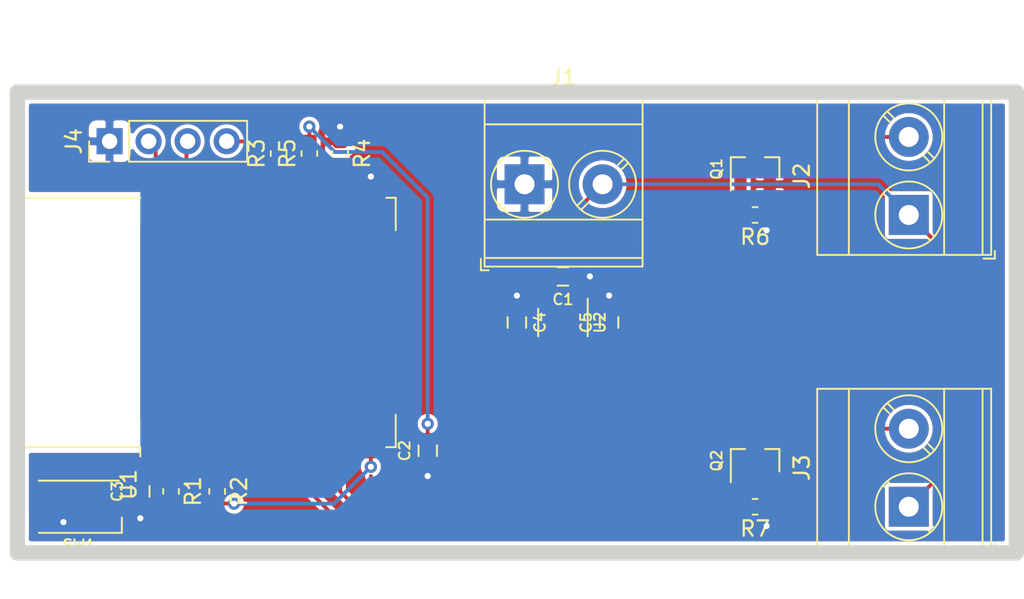
<source format=kicad_pcb>
(kicad_pcb (version 20171130) (host pcbnew 5.1.6-c6e7f7d~86~ubuntu18.04.1)

  (general
    (thickness 1.6)
    (drawings 8)
    (tracks 109)
    (zones 0)
    (modules 21)
    (nets 16)
  )

  (page A4)
  (layers
    (0 F.Cu signal)
    (31 B.Cu signal)
    (32 B.Adhes user)
    (33 F.Adhes user)
    (34 B.Paste user)
    (35 F.Paste user)
    (36 B.SilkS user)
    (37 F.SilkS user)
    (38 B.Mask user)
    (39 F.Mask user)
    (40 Dwgs.User user hide)
    (41 Cmts.User user)
    (42 Eco1.User user)
    (43 Eco2.User user)
    (44 Edge.Cuts user)
    (45 Margin user)
    (46 B.CrtYd user)
    (47 F.CrtYd user)
    (48 B.Fab user)
    (49 F.Fab user)
  )

  (setup
    (last_trace_width 0.25)
    (trace_clearance 0.2)
    (zone_clearance 0.254)
    (zone_45_only no)
    (trace_min 0.2)
    (via_size 0.8)
    (via_drill 0.4)
    (via_min_size 0.4)
    (via_min_drill 0.3)
    (uvia_size 0.3)
    (uvia_drill 0.1)
    (uvias_allowed no)
    (uvia_min_size 0.2)
    (uvia_min_drill 0.1)
    (edge_width 0.05)
    (segment_width 0.2)
    (pcb_text_width 0.3)
    (pcb_text_size 1.5 1.5)
    (mod_edge_width 0.12)
    (mod_text_size 1 1)
    (mod_text_width 0.15)
    (pad_size 1.524 1.524)
    (pad_drill 0.762)
    (pad_to_mask_clearance 0.05)
    (aux_axis_origin 0 0)
    (visible_elements FFFFFF7F)
    (pcbplotparams
      (layerselection 0x010fc_ffffffff)
      (usegerberextensions false)
      (usegerberattributes true)
      (usegerberadvancedattributes true)
      (creategerberjobfile true)
      (excludeedgelayer true)
      (linewidth 0.100000)
      (plotframeref false)
      (viasonmask false)
      (mode 1)
      (useauxorigin false)
      (hpglpennumber 1)
      (hpglpenspeed 20)
      (hpglpendiameter 15.000000)
      (psnegative false)
      (psa4output false)
      (plotreference true)
      (plotvalue true)
      (plotinvisibletext false)
      (padsonsilk false)
      (subtractmaskfromsilk false)
      (outputformat 1)
      (mirror false)
      (drillshape 1)
      (scaleselection 1)
      (outputdirectory ""))
  )

  (net 0 "")
  (net 1 GND)
  (net 2 +12V)
  (net 3 +3.3V)
  (net 4 /RST)
  (net 5 "Net-(C4-Pad2)")
  (net 6 "Net-(J2-Pad2)")
  (net 7 "Net-(J3-Pad2)")
  (net 8 /PWM1)
  (net 9 /PWM2)
  (net 10 "Net-(R2-Pad1)")
  (net 11 "Net-(R3-Pad1)")
  (net 12 "Net-(R4-Pad2)")
  (net 13 "Net-(R5-Pad1)")
  (net 14 /Tx)
  (net 15 /Rx)

  (net_class Default "This is the default net class."
    (clearance 0.2)
    (trace_width 0.25)
    (via_dia 0.8)
    (via_drill 0.4)
    (uvia_dia 0.3)
    (uvia_drill 0.1)
    (add_net +12V)
    (add_net +3.3V)
    (add_net /PWM1)
    (add_net /PWM2)
    (add_net /RST)
    (add_net /Rx)
    (add_net /Tx)
    (add_net GND)
    (add_net "Net-(C4-Pad2)")
    (add_net "Net-(J2-Pad2)")
    (add_net "Net-(J3-Pad2)")
    (add_net "Net-(R2-Pad1)")
    (add_net "Net-(R3-Pad1)")
    (add_net "Net-(R4-Pad2)")
    (add_net "Net-(R5-Pad1)")
  )

  (module DVB_Capacitors_Ceramic:C_0603 (layer F.Cu) (tedit 58AA844E) (tstamp 5EE84726)
    (at 135 102 180)
    (descr "Capacitor SMD 0603, reflow soldering, AVX (see smccp.pdf)")
    (tags "capacitor 0603")
    (path /5EEE6B1E)
    (attr smd)
    (fp_text reference C1 (at 0 -1.5) (layer F.SilkS)
      (effects (font (size 0.7 0.7) (thickness 0.127)))
    )
    (fp_text value C_0037 (at 0 1.5) (layer F.Fab)
      (effects (font (size 0.7 0.7) (thickness 0.127)))
    )
    (fp_line (start -0.8 0.4) (end -0.8 -0.4) (layer F.Fab) (width 0.1))
    (fp_line (start 0.8 0.4) (end -0.8 0.4) (layer F.Fab) (width 0.1))
    (fp_line (start 0.8 -0.4) (end 0.8 0.4) (layer F.Fab) (width 0.1))
    (fp_line (start -0.8 -0.4) (end 0.8 -0.4) (layer F.Fab) (width 0.1))
    (fp_line (start -0.35 -0.6) (end 0.35 -0.6) (layer F.SilkS) (width 0.127))
    (fp_line (start 0.35 0.6) (end -0.35 0.6) (layer F.SilkS) (width 0.127))
    (fp_line (start -1.4 -0.65) (end 1.4 -0.65) (layer F.CrtYd) (width 0.05))
    (fp_line (start -1.4 -0.65) (end -1.4 0.65) (layer F.CrtYd) (width 0.05))
    (fp_line (start 1.4 0.65) (end 1.4 -0.65) (layer F.CrtYd) (width 0.05))
    (fp_line (start 1.4 0.65) (end -1.4 0.65) (layer F.CrtYd) (width 0.05))
    (fp_text user %R (at 0 -1.5) (layer F.Fab)
      (effects (font (size 0.7 0.7) (thickness 0.127)))
    )
    (pad 1 smd rect (at -0.75 0 180) (size 0.8 0.75) (layers F.Cu F.Paste F.Mask)
      (net 1 GND))
    (pad 2 smd rect (at 0.75 0 180) (size 0.8 0.75) (layers F.Cu F.Paste F.Mask)
      (net 2 +12V))
    (model ${DVB_3D}/DVB_Capacitors.3dshapes/C_0603.wrl
      (at (xyz 0 0 0))
      (scale (xyz 1 1 1))
      (rotate (xyz 0 0 0))
    )
  )

  (module DVB_Capacitors_Ceramic:C_0603 (layer F.Cu) (tedit 58AA844E) (tstamp 5EE84737)
    (at 126.2 113.35 90)
    (descr "Capacitor SMD 0603, reflow soldering, AVX (see smccp.pdf)")
    (tags "capacitor 0603")
    (path /5EE81838)
    (attr smd)
    (fp_text reference C2 (at 0 -1.5 90) (layer F.SilkS)
      (effects (font (size 0.7 0.7) (thickness 0.127)))
    )
    (fp_text value C_0029 (at 0 1.5 90) (layer F.Fab)
      (effects (font (size 0.7 0.7) (thickness 0.127)))
    )
    (fp_line (start -0.8 0.4) (end -0.8 -0.4) (layer F.Fab) (width 0.1))
    (fp_line (start 0.8 0.4) (end -0.8 0.4) (layer F.Fab) (width 0.1))
    (fp_line (start 0.8 -0.4) (end 0.8 0.4) (layer F.Fab) (width 0.1))
    (fp_line (start -0.8 -0.4) (end 0.8 -0.4) (layer F.Fab) (width 0.1))
    (fp_line (start -0.35 -0.6) (end 0.35 -0.6) (layer F.SilkS) (width 0.127))
    (fp_line (start 0.35 0.6) (end -0.35 0.6) (layer F.SilkS) (width 0.127))
    (fp_line (start -1.4 -0.65) (end 1.4 -0.65) (layer F.CrtYd) (width 0.05))
    (fp_line (start -1.4 -0.65) (end -1.4 0.65) (layer F.CrtYd) (width 0.05))
    (fp_line (start 1.4 0.65) (end 1.4 -0.65) (layer F.CrtYd) (width 0.05))
    (fp_line (start 1.4 0.65) (end -1.4 0.65) (layer F.CrtYd) (width 0.05))
    (fp_text user %R (at 0 -1.5 90) (layer F.Fab)
      (effects (font (size 0.7 0.7) (thickness 0.127)))
    )
    (pad 1 smd rect (at -0.75 0 90) (size 0.8 0.75) (layers F.Cu F.Paste F.Mask)
      (net 1 GND))
    (pad 2 smd rect (at 0.75 0 90) (size 0.8 0.75) (layers F.Cu F.Paste F.Mask)
      (net 3 +3.3V))
    (model ${DVB_3D}/DVB_Capacitors.3dshapes/C_0603.wrl
      (at (xyz 0 0 0))
      (scale (xyz 1 1 1))
      (rotate (xyz 0 0 0))
    )
  )

  (module DVB_Capacitors_Ceramic:C_0603 (layer F.Cu) (tedit 58AA844E) (tstamp 5EE84748)
    (at 107.5 116 90)
    (descr "Capacitor SMD 0603, reflow soldering, AVX (see smccp.pdf)")
    (tags "capacitor 0603")
    (path /5EE88BDC)
    (attr smd)
    (fp_text reference C3 (at 0 -1.5 90) (layer F.SilkS)
      (effects (font (size 0.7 0.7) (thickness 0.127)))
    )
    (fp_text value C_0029 (at 0 1.5 90) (layer F.Fab)
      (effects (font (size 0.7 0.7) (thickness 0.127)))
    )
    (fp_line (start 1.4 0.65) (end -1.4 0.65) (layer F.CrtYd) (width 0.05))
    (fp_line (start 1.4 0.65) (end 1.4 -0.65) (layer F.CrtYd) (width 0.05))
    (fp_line (start -1.4 -0.65) (end -1.4 0.65) (layer F.CrtYd) (width 0.05))
    (fp_line (start -1.4 -0.65) (end 1.4 -0.65) (layer F.CrtYd) (width 0.05))
    (fp_line (start 0.35 0.6) (end -0.35 0.6) (layer F.SilkS) (width 0.127))
    (fp_line (start -0.35 -0.6) (end 0.35 -0.6) (layer F.SilkS) (width 0.127))
    (fp_line (start -0.8 -0.4) (end 0.8 -0.4) (layer F.Fab) (width 0.1))
    (fp_line (start 0.8 -0.4) (end 0.8 0.4) (layer F.Fab) (width 0.1))
    (fp_line (start 0.8 0.4) (end -0.8 0.4) (layer F.Fab) (width 0.1))
    (fp_line (start -0.8 0.4) (end -0.8 -0.4) (layer F.Fab) (width 0.1))
    (fp_text user %R (at 0 -1.5 90) (layer F.Fab)
      (effects (font (size 0.7 0.7) (thickness 0.127)))
    )
    (pad 2 smd rect (at 0.75 0 90) (size 0.8 0.75) (layers F.Cu F.Paste F.Mask)
      (net 4 /RST))
    (pad 1 smd rect (at -0.75 0 90) (size 0.8 0.75) (layers F.Cu F.Paste F.Mask)
      (net 1 GND))
    (model ${DVB_3D}/DVB_Capacitors.3dshapes/C_0603.wrl
      (at (xyz 0 0 0))
      (scale (xyz 1 1 1))
      (rotate (xyz 0 0 0))
    )
  )

  (module DVB_Capacitors_Ceramic:C_0603 (layer F.Cu) (tedit 58AA844E) (tstamp 5EE84759)
    (at 132 105 270)
    (descr "Capacitor SMD 0603, reflow soldering, AVX (see smccp.pdf)")
    (tags "capacitor 0603")
    (path /5EEE3828)
    (attr smd)
    (fp_text reference C4 (at 0 -1.5 90) (layer F.SilkS)
      (effects (font (size 0.7 0.7) (thickness 0.127)))
    )
    (fp_text value C_0017 (at 0 1.5 90) (layer F.Fab)
      (effects (font (size 0.7 0.7) (thickness 0.127)))
    )
    (fp_line (start 1.4 0.65) (end -1.4 0.65) (layer F.CrtYd) (width 0.05))
    (fp_line (start 1.4 0.65) (end 1.4 -0.65) (layer F.CrtYd) (width 0.05))
    (fp_line (start -1.4 -0.65) (end -1.4 0.65) (layer F.CrtYd) (width 0.05))
    (fp_line (start -1.4 -0.65) (end 1.4 -0.65) (layer F.CrtYd) (width 0.05))
    (fp_line (start 0.35 0.6) (end -0.35 0.6) (layer F.SilkS) (width 0.127))
    (fp_line (start -0.35 -0.6) (end 0.35 -0.6) (layer F.SilkS) (width 0.127))
    (fp_line (start -0.8 -0.4) (end 0.8 -0.4) (layer F.Fab) (width 0.1))
    (fp_line (start 0.8 -0.4) (end 0.8 0.4) (layer F.Fab) (width 0.1))
    (fp_line (start 0.8 0.4) (end -0.8 0.4) (layer F.Fab) (width 0.1))
    (fp_line (start -0.8 0.4) (end -0.8 -0.4) (layer F.Fab) (width 0.1))
    (fp_text user %R (at 0 -1.5 90) (layer F.Fab)
      (effects (font (size 0.7 0.7) (thickness 0.127)))
    )
    (pad 2 smd rect (at 0.75 0 270) (size 0.8 0.75) (layers F.Cu F.Paste F.Mask)
      (net 5 "Net-(C4-Pad2)"))
    (pad 1 smd rect (at -0.75 0 270) (size 0.8 0.75) (layers F.Cu F.Paste F.Mask)
      (net 1 GND))
    (model ${DVB_3D}/DVB_Capacitors.3dshapes/C_0603.wrl
      (at (xyz 0 0 0))
      (scale (xyz 1 1 1))
      (rotate (xyz 0 0 0))
    )
  )

  (module DVB_Capacitors_Ceramic:C_0603 (layer F.Cu) (tedit 58AA844E) (tstamp 5EE8476A)
    (at 138 105 90)
    (descr "Capacitor SMD 0603, reflow soldering, AVX (see smccp.pdf)")
    (tags "capacitor 0603")
    (path /5EEE1CEA)
    (attr smd)
    (fp_text reference C5 (at 0 -1.5 90) (layer F.SilkS)
      (effects (font (size 0.7 0.7) (thickness 0.127)))
    )
    (fp_text value C_0036 (at 0 1.5 90) (layer F.Fab)
      (effects (font (size 0.7 0.7) (thickness 0.127)))
    )
    (fp_line (start -0.8 0.4) (end -0.8 -0.4) (layer F.Fab) (width 0.1))
    (fp_line (start 0.8 0.4) (end -0.8 0.4) (layer F.Fab) (width 0.1))
    (fp_line (start 0.8 -0.4) (end 0.8 0.4) (layer F.Fab) (width 0.1))
    (fp_line (start -0.8 -0.4) (end 0.8 -0.4) (layer F.Fab) (width 0.1))
    (fp_line (start -0.35 -0.6) (end 0.35 -0.6) (layer F.SilkS) (width 0.127))
    (fp_line (start 0.35 0.6) (end -0.35 0.6) (layer F.SilkS) (width 0.127))
    (fp_line (start -1.4 -0.65) (end 1.4 -0.65) (layer F.CrtYd) (width 0.05))
    (fp_line (start -1.4 -0.65) (end -1.4 0.65) (layer F.CrtYd) (width 0.05))
    (fp_line (start 1.4 0.65) (end 1.4 -0.65) (layer F.CrtYd) (width 0.05))
    (fp_line (start 1.4 0.65) (end -1.4 0.65) (layer F.CrtYd) (width 0.05))
    (fp_text user %R (at 0 -1.5 90) (layer F.Fab)
      (effects (font (size 0.7 0.7) (thickness 0.127)))
    )
    (pad 1 smd rect (at -0.75 0 90) (size 0.8 0.75) (layers F.Cu F.Paste F.Mask)
      (net 3 +3.3V))
    (pad 2 smd rect (at 0.75 0 90) (size 0.8 0.75) (layers F.Cu F.Paste F.Mask)
      (net 1 GND))
    (model ${DVB_3D}/DVB_Capacitors.3dshapes/C_0603.wrl
      (at (xyz 0 0 0))
      (scale (xyz 1 1 1))
      (rotate (xyz 0 0 0))
    )
  )

  (module TerminalBlock_Phoenix:TerminalBlock_Phoenix_MKDS-3-2-5.08_1x02_P5.08mm_Horizontal (layer F.Cu) (tedit 5B294F11) (tstamp 5EE84796)
    (at 132.5 96)
    (descr "Terminal Block Phoenix MKDS-3-2-5.08, 2 pins, pitch 5.08mm, size 10.2x11.2mm^2, drill diamater 1.3mm, pad diameter 2.6mm, see http://www.farnell.com/datasheets/2138224.pdf, script-generated using https://github.com/pointhi/kicad-footprint-generator/scripts/TerminalBlock_Phoenix")
    (tags "THT Terminal Block Phoenix MKDS-3-2-5.08 pitch 5.08mm size 10.2x11.2mm^2 drill 1.3mm pad 2.6mm")
    (path /5EEDB5C1)
    (fp_text reference J1 (at 2.54 -6.96) (layer F.SilkS)
      (effects (font (size 1 1) (thickness 0.15)))
    )
    (fp_text value Screw_Terminal_01x02 (at 2.54 6.36) (layer F.Fab)
      (effects (font (size 1 1) (thickness 0.15)))
    )
    (fp_circle (center 0 0) (end 2 0) (layer F.Fab) (width 0.1))
    (fp_circle (center 0 0) (end 2.18 0) (layer F.SilkS) (width 0.12))
    (fp_circle (center 5.08 0) (end 7.08 0) (layer F.Fab) (width 0.1))
    (fp_circle (center 5.08 0) (end 7.26 0) (layer F.SilkS) (width 0.12))
    (fp_line (start -2.54 -5.9) (end 7.62 -5.9) (layer F.Fab) (width 0.1))
    (fp_line (start 7.62 -5.9) (end 7.62 5.3) (layer F.Fab) (width 0.1))
    (fp_line (start 7.62 5.3) (end -2.04 5.3) (layer F.Fab) (width 0.1))
    (fp_line (start -2.04 5.3) (end -2.54 4.8) (layer F.Fab) (width 0.1))
    (fp_line (start -2.54 4.8) (end -2.54 -5.9) (layer F.Fab) (width 0.1))
    (fp_line (start -2.54 4.8) (end 7.62 4.8) (layer F.Fab) (width 0.1))
    (fp_line (start -2.6 4.8) (end 7.68 4.8) (layer F.SilkS) (width 0.12))
    (fp_line (start -2.54 2.3) (end 7.62 2.3) (layer F.Fab) (width 0.1))
    (fp_line (start -2.6 2.3) (end 7.68 2.3) (layer F.SilkS) (width 0.12))
    (fp_line (start -2.54 -3.9) (end 7.62 -3.9) (layer F.Fab) (width 0.1))
    (fp_line (start -2.6 -3.9) (end 7.68 -3.9) (layer F.SilkS) (width 0.12))
    (fp_line (start -2.6 -5.96) (end 7.68 -5.96) (layer F.SilkS) (width 0.12))
    (fp_line (start -2.6 5.36) (end 7.68 5.36) (layer F.SilkS) (width 0.12))
    (fp_line (start -2.6 -5.96) (end -2.6 5.36) (layer F.SilkS) (width 0.12))
    (fp_line (start 7.68 -5.96) (end 7.68 5.36) (layer F.SilkS) (width 0.12))
    (fp_line (start 1.517 -1.273) (end -1.273 1.517) (layer F.Fab) (width 0.1))
    (fp_line (start 1.273 -1.517) (end -1.517 1.273) (layer F.Fab) (width 0.1))
    (fp_line (start 1.654 -1.388) (end 1.547 -1.281) (layer F.SilkS) (width 0.12))
    (fp_line (start -1.282 1.547) (end -1.388 1.654) (layer F.SilkS) (width 0.12))
    (fp_line (start 1.388 -1.654) (end 1.281 -1.547) (layer F.SilkS) (width 0.12))
    (fp_line (start -1.548 1.281) (end -1.654 1.388) (layer F.SilkS) (width 0.12))
    (fp_line (start 6.597 -1.273) (end 3.808 1.517) (layer F.Fab) (width 0.1))
    (fp_line (start 6.353 -1.517) (end 3.564 1.273) (layer F.Fab) (width 0.1))
    (fp_line (start 6.734 -1.388) (end 6.339 -0.992) (layer F.SilkS) (width 0.12))
    (fp_line (start 4.073 1.274) (end 3.693 1.654) (layer F.SilkS) (width 0.12))
    (fp_line (start 6.468 -1.654) (end 6.088 -1.274) (layer F.SilkS) (width 0.12))
    (fp_line (start 3.822 0.992) (end 3.427 1.388) (layer F.SilkS) (width 0.12))
    (fp_line (start -2.84 4.86) (end -2.84 5.6) (layer F.SilkS) (width 0.12))
    (fp_line (start -2.84 5.6) (end -2.34 5.6) (layer F.SilkS) (width 0.12))
    (fp_line (start -3.04 -6.4) (end -3.04 5.8) (layer F.CrtYd) (width 0.05))
    (fp_line (start -3.04 5.8) (end 8.13 5.8) (layer F.CrtYd) (width 0.05))
    (fp_line (start 8.13 5.8) (end 8.13 -6.4) (layer F.CrtYd) (width 0.05))
    (fp_line (start 8.13 -6.4) (end -3.04 -6.4) (layer F.CrtYd) (width 0.05))
    (fp_text user %R (at 2.54 3.1) (layer F.Fab)
      (effects (font (size 1 1) (thickness 0.15)))
    )
    (pad 1 thru_hole rect (at 0 0) (size 2.6 2.6) (drill 1.3) (layers *.Cu *.Mask)
      (net 1 GND))
    (pad 2 thru_hole circle (at 5.08 0) (size 2.6 2.6) (drill 1.3) (layers *.Cu *.Mask)
      (net 2 +12V))
    (model ${KISYS3DMOD}/TerminalBlock_Phoenix.3dshapes/TerminalBlock_Phoenix_MKDS-3-2-5.08_1x02_P5.08mm_Horizontal.wrl
      (at (xyz 0 0 0))
      (scale (xyz 1 1 1))
      (rotate (xyz 0 0 0))
    )
  )

  (module TerminalBlock_Phoenix:TerminalBlock_Phoenix_MKDS-3-2-5.08_1x02_P5.08mm_Horizontal (layer F.Cu) (tedit 5B294F11) (tstamp 5EE847C2)
    (at 157.5 98 90)
    (descr "Terminal Block Phoenix MKDS-3-2-5.08, 2 pins, pitch 5.08mm, size 10.2x11.2mm^2, drill diamater 1.3mm, pad diameter 2.6mm, see http://www.farnell.com/datasheets/2138224.pdf, script-generated using https://github.com/pointhi/kicad-footprint-generator/scripts/TerminalBlock_Phoenix")
    (tags "THT Terminal Block Phoenix MKDS-3-2-5.08 pitch 5.08mm size 10.2x11.2mm^2 drill 1.3mm pad 2.6mm")
    (path /5EE94A8E)
    (fp_text reference J2 (at 2.54 -6.96 90) (layer F.SilkS)
      (effects (font (size 1 1) (thickness 0.15)))
    )
    (fp_text value Screw_Terminal_01x02 (at 2.54 6.36 90) (layer F.Fab)
      (effects (font (size 1 1) (thickness 0.15)))
    )
    (fp_circle (center 0 0) (end 2 0) (layer F.Fab) (width 0.1))
    (fp_circle (center 0 0) (end 2.18 0) (layer F.SilkS) (width 0.12))
    (fp_circle (center 5.08 0) (end 7.08 0) (layer F.Fab) (width 0.1))
    (fp_circle (center 5.08 0) (end 7.26 0) (layer F.SilkS) (width 0.12))
    (fp_line (start -2.54 -5.9) (end 7.62 -5.9) (layer F.Fab) (width 0.1))
    (fp_line (start 7.62 -5.9) (end 7.62 5.3) (layer F.Fab) (width 0.1))
    (fp_line (start 7.62 5.3) (end -2.04 5.3) (layer F.Fab) (width 0.1))
    (fp_line (start -2.04 5.3) (end -2.54 4.8) (layer F.Fab) (width 0.1))
    (fp_line (start -2.54 4.8) (end -2.54 -5.9) (layer F.Fab) (width 0.1))
    (fp_line (start -2.54 4.8) (end 7.62 4.8) (layer F.Fab) (width 0.1))
    (fp_line (start -2.6 4.8) (end 7.68 4.8) (layer F.SilkS) (width 0.12))
    (fp_line (start -2.54 2.3) (end 7.62 2.3) (layer F.Fab) (width 0.1))
    (fp_line (start -2.6 2.3) (end 7.68 2.3) (layer F.SilkS) (width 0.12))
    (fp_line (start -2.54 -3.9) (end 7.62 -3.9) (layer F.Fab) (width 0.1))
    (fp_line (start -2.6 -3.9) (end 7.68 -3.9) (layer F.SilkS) (width 0.12))
    (fp_line (start -2.6 -5.96) (end 7.68 -5.96) (layer F.SilkS) (width 0.12))
    (fp_line (start -2.6 5.36) (end 7.68 5.36) (layer F.SilkS) (width 0.12))
    (fp_line (start -2.6 -5.96) (end -2.6 5.36) (layer F.SilkS) (width 0.12))
    (fp_line (start 7.68 -5.96) (end 7.68 5.36) (layer F.SilkS) (width 0.12))
    (fp_line (start 1.517 -1.273) (end -1.273 1.517) (layer F.Fab) (width 0.1))
    (fp_line (start 1.273 -1.517) (end -1.517 1.273) (layer F.Fab) (width 0.1))
    (fp_line (start 1.654 -1.388) (end 1.547 -1.281) (layer F.SilkS) (width 0.12))
    (fp_line (start -1.282 1.547) (end -1.388 1.654) (layer F.SilkS) (width 0.12))
    (fp_line (start 1.388 -1.654) (end 1.281 -1.547) (layer F.SilkS) (width 0.12))
    (fp_line (start -1.548 1.281) (end -1.654 1.388) (layer F.SilkS) (width 0.12))
    (fp_line (start 6.597 -1.273) (end 3.808 1.517) (layer F.Fab) (width 0.1))
    (fp_line (start 6.353 -1.517) (end 3.564 1.273) (layer F.Fab) (width 0.1))
    (fp_line (start 6.734 -1.388) (end 6.339 -0.992) (layer F.SilkS) (width 0.12))
    (fp_line (start 4.073 1.274) (end 3.693 1.654) (layer F.SilkS) (width 0.12))
    (fp_line (start 6.468 -1.654) (end 6.088 -1.274) (layer F.SilkS) (width 0.12))
    (fp_line (start 3.822 0.992) (end 3.427 1.388) (layer F.SilkS) (width 0.12))
    (fp_line (start -2.84 4.86) (end -2.84 5.6) (layer F.SilkS) (width 0.12))
    (fp_line (start -2.84 5.6) (end -2.34 5.6) (layer F.SilkS) (width 0.12))
    (fp_line (start -3.04 -6.4) (end -3.04 5.8) (layer F.CrtYd) (width 0.05))
    (fp_line (start -3.04 5.8) (end 8.13 5.8) (layer F.CrtYd) (width 0.05))
    (fp_line (start 8.13 5.8) (end 8.13 -6.4) (layer F.CrtYd) (width 0.05))
    (fp_line (start 8.13 -6.4) (end -3.04 -6.4) (layer F.CrtYd) (width 0.05))
    (fp_text user %R (at 2.54 3.1 90) (layer F.Fab)
      (effects (font (size 1 1) (thickness 0.15)))
    )
    (pad 1 thru_hole rect (at 0 0 90) (size 2.6 2.6) (drill 1.3) (layers *.Cu *.Mask)
      (net 2 +12V))
    (pad 2 thru_hole circle (at 5.08 0 90) (size 2.6 2.6) (drill 1.3) (layers *.Cu *.Mask)
      (net 6 "Net-(J2-Pad2)"))
    (model ${KISYS3DMOD}/TerminalBlock_Phoenix.3dshapes/TerminalBlock_Phoenix_MKDS-3-2-5.08_1x02_P5.08mm_Horizontal.wrl
      (at (xyz 0 0 0))
      (scale (xyz 1 1 1))
      (rotate (xyz 0 0 0))
    )
  )

  (module TerminalBlock_Phoenix:TerminalBlock_Phoenix_MKDS-3-2-5.08_1x02_P5.08mm_Horizontal (layer F.Cu) (tedit 5B294F11) (tstamp 5EE847EE)
    (at 157.5 117 90)
    (descr "Terminal Block Phoenix MKDS-3-2-5.08, 2 pins, pitch 5.08mm, size 10.2x11.2mm^2, drill diamater 1.3mm, pad diameter 2.6mm, see http://www.farnell.com/datasheets/2138224.pdf, script-generated using https://github.com/pointhi/kicad-footprint-generator/scripts/TerminalBlock_Phoenix")
    (tags "THT Terminal Block Phoenix MKDS-3-2-5.08 pitch 5.08mm size 10.2x11.2mm^2 drill 1.3mm pad 2.6mm")
    (path /5EE9DDAD)
    (fp_text reference J3 (at 2.54 -6.96 90) (layer F.SilkS)
      (effects (font (size 1 1) (thickness 0.15)))
    )
    (fp_text value Screw_Terminal_01x02 (at 2.54 6.36 90) (layer F.Fab)
      (effects (font (size 1 1) (thickness 0.15)))
    )
    (fp_line (start 8.13 -6.4) (end -3.04 -6.4) (layer F.CrtYd) (width 0.05))
    (fp_line (start 8.13 5.8) (end 8.13 -6.4) (layer F.CrtYd) (width 0.05))
    (fp_line (start -3.04 5.8) (end 8.13 5.8) (layer F.CrtYd) (width 0.05))
    (fp_line (start -3.04 -6.4) (end -3.04 5.8) (layer F.CrtYd) (width 0.05))
    (fp_line (start -2.84 5.6) (end -2.34 5.6) (layer F.SilkS) (width 0.12))
    (fp_line (start -2.84 4.86) (end -2.84 5.6) (layer F.SilkS) (width 0.12))
    (fp_line (start 3.822 0.992) (end 3.427 1.388) (layer F.SilkS) (width 0.12))
    (fp_line (start 6.468 -1.654) (end 6.088 -1.274) (layer F.SilkS) (width 0.12))
    (fp_line (start 4.073 1.274) (end 3.693 1.654) (layer F.SilkS) (width 0.12))
    (fp_line (start 6.734 -1.388) (end 6.339 -0.992) (layer F.SilkS) (width 0.12))
    (fp_line (start 6.353 -1.517) (end 3.564 1.273) (layer F.Fab) (width 0.1))
    (fp_line (start 6.597 -1.273) (end 3.808 1.517) (layer F.Fab) (width 0.1))
    (fp_line (start -1.548 1.281) (end -1.654 1.388) (layer F.SilkS) (width 0.12))
    (fp_line (start 1.388 -1.654) (end 1.281 -1.547) (layer F.SilkS) (width 0.12))
    (fp_line (start -1.282 1.547) (end -1.388 1.654) (layer F.SilkS) (width 0.12))
    (fp_line (start 1.654 -1.388) (end 1.547 -1.281) (layer F.SilkS) (width 0.12))
    (fp_line (start 1.273 -1.517) (end -1.517 1.273) (layer F.Fab) (width 0.1))
    (fp_line (start 1.517 -1.273) (end -1.273 1.517) (layer F.Fab) (width 0.1))
    (fp_line (start 7.68 -5.96) (end 7.68 5.36) (layer F.SilkS) (width 0.12))
    (fp_line (start -2.6 -5.96) (end -2.6 5.36) (layer F.SilkS) (width 0.12))
    (fp_line (start -2.6 5.36) (end 7.68 5.36) (layer F.SilkS) (width 0.12))
    (fp_line (start -2.6 -5.96) (end 7.68 -5.96) (layer F.SilkS) (width 0.12))
    (fp_line (start -2.6 -3.9) (end 7.68 -3.9) (layer F.SilkS) (width 0.12))
    (fp_line (start -2.54 -3.9) (end 7.62 -3.9) (layer F.Fab) (width 0.1))
    (fp_line (start -2.6 2.3) (end 7.68 2.3) (layer F.SilkS) (width 0.12))
    (fp_line (start -2.54 2.3) (end 7.62 2.3) (layer F.Fab) (width 0.1))
    (fp_line (start -2.6 4.8) (end 7.68 4.8) (layer F.SilkS) (width 0.12))
    (fp_line (start -2.54 4.8) (end 7.62 4.8) (layer F.Fab) (width 0.1))
    (fp_line (start -2.54 4.8) (end -2.54 -5.9) (layer F.Fab) (width 0.1))
    (fp_line (start -2.04 5.3) (end -2.54 4.8) (layer F.Fab) (width 0.1))
    (fp_line (start 7.62 5.3) (end -2.04 5.3) (layer F.Fab) (width 0.1))
    (fp_line (start 7.62 -5.9) (end 7.62 5.3) (layer F.Fab) (width 0.1))
    (fp_line (start -2.54 -5.9) (end 7.62 -5.9) (layer F.Fab) (width 0.1))
    (fp_circle (center 5.08 0) (end 7.26 0) (layer F.SilkS) (width 0.12))
    (fp_circle (center 5.08 0) (end 7.08 0) (layer F.Fab) (width 0.1))
    (fp_circle (center 0 0) (end 2.18 0) (layer F.SilkS) (width 0.12))
    (fp_circle (center 0 0) (end 2 0) (layer F.Fab) (width 0.1))
    (fp_text user %R (at 2.54 3.1 90) (layer F.Fab)
      (effects (font (size 1 1) (thickness 0.15)))
    )
    (pad 2 thru_hole circle (at 5.08 0 90) (size 2.6 2.6) (drill 1.3) (layers *.Cu *.Mask)
      (net 7 "Net-(J3-Pad2)"))
    (pad 1 thru_hole rect (at 0 0 90) (size 2.6 2.6) (drill 1.3) (layers *.Cu *.Mask)
      (net 2 +12V))
    (model ${KISYS3DMOD}/TerminalBlock_Phoenix.3dshapes/TerminalBlock_Phoenix_MKDS-3-2-5.08_1x02_P5.08mm_Horizontal.wrl
      (at (xyz 0 0 0))
      (scale (xyz 1 1 1))
      (rotate (xyz 0 0 0))
    )
  )

  (module DVB_SOT:SOT_23 (layer F.Cu) (tedit 58E4ABE0) (tstamp 5EE84803)
    (at 147.5 95 90)
    (descr "SOT-23, Standard")
    (tags SOT-23)
    (path /5EF4D40A)
    (attr smd)
    (fp_text reference Q1 (at 0 -2.5 90) (layer F.SilkS)
      (effects (font (size 0.7 0.7) (thickness 0.127)))
    )
    (fp_text value Q_0020 (at 0 2.5 90) (layer F.Fab)
      (effects (font (size 0.7 0.7) (thickness 0.127)))
    )
    (fp_line (start -0.7 -0.95) (end -0.7 1.5) (layer F.Fab) (width 0.1))
    (fp_line (start -0.15 -1.52) (end 0.7 -1.52) (layer F.Fab) (width 0.1))
    (fp_line (start -0.7 -0.95) (end -0.15 -1.52) (layer F.Fab) (width 0.1))
    (fp_line (start 0.7 -1.52) (end 0.7 1.52) (layer F.Fab) (width 0.1))
    (fp_line (start -0.7 1.52) (end 0.7 1.52) (layer F.Fab) (width 0.1))
    (fp_line (start 0.76 1.58) (end 0.76 0.65) (layer F.SilkS) (width 0.127))
    (fp_line (start 0.76 -1.58) (end 0.76 -0.65) (layer F.SilkS) (width 0.127))
    (fp_line (start -1.7 -1.75) (end 1.7 -1.75) (layer F.CrtYd) (width 0.05))
    (fp_line (start 1.7 -1.75) (end 1.7 1.75) (layer F.CrtYd) (width 0.05))
    (fp_line (start 1.7 1.75) (end -1.7 1.75) (layer F.CrtYd) (width 0.05))
    (fp_line (start -1.7 1.75) (end -1.7 -1.75) (layer F.CrtYd) (width 0.05))
    (fp_line (start 0.76 -1.58) (end -1.4 -1.58) (layer F.SilkS) (width 0.127))
    (fp_line (start 0.76 1.58) (end -0.7 1.58) (layer F.SilkS) (width 0.127))
    (fp_text user %R (at 0 -2.5 90) (layer F.Fab)
      (effects (font (size 0.7 0.7) (thickness 0.127)))
    )
    (pad 1 smd rect (at -1 -0.95 90) (size 0.9 0.8) (layers F.Cu F.Paste F.Mask)
      (net 8 /PWM1))
    (pad 2 smd rect (at -1 0.95 90) (size 0.9 0.8) (layers F.Cu F.Paste F.Mask)
      (net 1 GND))
    (pad 3 smd rect (at 1 0 90) (size 0.9 0.8) (layers F.Cu F.Paste F.Mask)
      (net 6 "Net-(J2-Pad2)"))
    (model ${DVB_3D}/DVB_SOT_SMD.3dshapes/SOT_23.wrl
      (at (xyz 0 0 0))
      (scale (xyz 1 1 1))
      (rotate (xyz 0 0 0))
    )
  )

  (module DVB_SOT:SOT_23 (layer F.Cu) (tedit 58E4ABE0) (tstamp 5EE84818)
    (at 147.5 114 90)
    (descr "SOT-23, Standard")
    (tags SOT-23)
    (path /5EF4E1E8)
    (attr smd)
    (fp_text reference Q2 (at 0 -2.5 90) (layer F.SilkS)
      (effects (font (size 0.7 0.7) (thickness 0.127)))
    )
    (fp_text value Q_0020 (at 0 2.5 90) (layer F.Fab)
      (effects (font (size 0.7 0.7) (thickness 0.127)))
    )
    (fp_line (start 0.76 1.58) (end -0.7 1.58) (layer F.SilkS) (width 0.127))
    (fp_line (start 0.76 -1.58) (end -1.4 -1.58) (layer F.SilkS) (width 0.127))
    (fp_line (start -1.7 1.75) (end -1.7 -1.75) (layer F.CrtYd) (width 0.05))
    (fp_line (start 1.7 1.75) (end -1.7 1.75) (layer F.CrtYd) (width 0.05))
    (fp_line (start 1.7 -1.75) (end 1.7 1.75) (layer F.CrtYd) (width 0.05))
    (fp_line (start -1.7 -1.75) (end 1.7 -1.75) (layer F.CrtYd) (width 0.05))
    (fp_line (start 0.76 -1.58) (end 0.76 -0.65) (layer F.SilkS) (width 0.127))
    (fp_line (start 0.76 1.58) (end 0.76 0.65) (layer F.SilkS) (width 0.127))
    (fp_line (start -0.7 1.52) (end 0.7 1.52) (layer F.Fab) (width 0.1))
    (fp_line (start 0.7 -1.52) (end 0.7 1.52) (layer F.Fab) (width 0.1))
    (fp_line (start -0.7 -0.95) (end -0.15 -1.52) (layer F.Fab) (width 0.1))
    (fp_line (start -0.15 -1.52) (end 0.7 -1.52) (layer F.Fab) (width 0.1))
    (fp_line (start -0.7 -0.95) (end -0.7 1.5) (layer F.Fab) (width 0.1))
    (fp_text user %R (at 0 -2.5 90) (layer F.Fab)
      (effects (font (size 0.7 0.7) (thickness 0.127)))
    )
    (pad 3 smd rect (at 1 0 90) (size 0.9 0.8) (layers F.Cu F.Paste F.Mask)
      (net 7 "Net-(J3-Pad2)"))
    (pad 2 smd rect (at -1 0.95 90) (size 0.9 0.8) (layers F.Cu F.Paste F.Mask)
      (net 1 GND))
    (pad 1 smd rect (at -1 -0.95 90) (size 0.9 0.8) (layers F.Cu F.Paste F.Mask)
      (net 9 /PWM2))
    (model ${DVB_3D}/DVB_SOT_SMD.3dshapes/SOT_23.wrl
      (at (xyz 0 0 0))
      (scale (xyz 1 1 1))
      (rotate (xyz 0 0 0))
    )
  )

  (module Resistor_SMD:R_0603_1608Metric (layer F.Cu) (tedit 5B301BBD) (tstamp 5EE84829)
    (at 109.5 116 270)
    (descr "Resistor SMD 0603 (1608 Metric), square (rectangular) end terminal, IPC_7351 nominal, (Body size source: http://www.tortai-tech.com/upload/download/2011102023233369053.pdf), generated with kicad-footprint-generator")
    (tags resistor)
    (path /5EE7EE5C)
    (attr smd)
    (fp_text reference R1 (at 0 -1.43 90) (layer F.SilkS)
      (effects (font (size 1 1) (thickness 0.15)))
    )
    (fp_text value R (at 0 1.43 90) (layer F.Fab)
      (effects (font (size 1 1) (thickness 0.15)))
    )
    (fp_line (start -0.8 0.4) (end -0.8 -0.4) (layer F.Fab) (width 0.1))
    (fp_line (start -0.8 -0.4) (end 0.8 -0.4) (layer F.Fab) (width 0.1))
    (fp_line (start 0.8 -0.4) (end 0.8 0.4) (layer F.Fab) (width 0.1))
    (fp_line (start 0.8 0.4) (end -0.8 0.4) (layer F.Fab) (width 0.1))
    (fp_line (start -0.162779 -0.51) (end 0.162779 -0.51) (layer F.SilkS) (width 0.12))
    (fp_line (start -0.162779 0.51) (end 0.162779 0.51) (layer F.SilkS) (width 0.12))
    (fp_line (start -1.48 0.73) (end -1.48 -0.73) (layer F.CrtYd) (width 0.05))
    (fp_line (start -1.48 -0.73) (end 1.48 -0.73) (layer F.CrtYd) (width 0.05))
    (fp_line (start 1.48 -0.73) (end 1.48 0.73) (layer F.CrtYd) (width 0.05))
    (fp_line (start 1.48 0.73) (end -1.48 0.73) (layer F.CrtYd) (width 0.05))
    (fp_text user %R (at 0 0 90) (layer F.Fab)
      (effects (font (size 0.4 0.4) (thickness 0.06)))
    )
    (pad 1 smd roundrect (at -0.7875 0 270) (size 0.875 0.95) (layers F.Cu F.Paste F.Mask) (roundrect_rratio 0.25)
      (net 4 /RST))
    (pad 2 smd roundrect (at 0.7875 0 270) (size 0.875 0.95) (layers F.Cu F.Paste F.Mask) (roundrect_rratio 0.25)
      (net 3 +3.3V))
    (model ${KISYS3DMOD}/Resistor_SMD.3dshapes/R_0603_1608Metric.wrl
      (at (xyz 0 0 0))
      (scale (xyz 1 1 1))
      (rotate (xyz 0 0 0))
    )
  )

  (module Resistor_SMD:R_0603_1608Metric (layer F.Cu) (tedit 5B301BBD) (tstamp 5EE8483A)
    (at 112.5 116 270)
    (descr "Resistor SMD 0603 (1608 Metric), square (rectangular) end terminal, IPC_7351 nominal, (Body size source: http://www.tortai-tech.com/upload/download/2011102023233369053.pdf), generated with kicad-footprint-generator")
    (tags resistor)
    (path /5EE7F8CA)
    (attr smd)
    (fp_text reference R2 (at 0 -1.43 90) (layer F.SilkS)
      (effects (font (size 1 1) (thickness 0.15)))
    )
    (fp_text value R (at 0 1.43 90) (layer F.Fab)
      (effects (font (size 1 1) (thickness 0.15)))
    )
    (fp_line (start -0.8 0.4) (end -0.8 -0.4) (layer F.Fab) (width 0.1))
    (fp_line (start -0.8 -0.4) (end 0.8 -0.4) (layer F.Fab) (width 0.1))
    (fp_line (start 0.8 -0.4) (end 0.8 0.4) (layer F.Fab) (width 0.1))
    (fp_line (start 0.8 0.4) (end -0.8 0.4) (layer F.Fab) (width 0.1))
    (fp_line (start -0.162779 -0.51) (end 0.162779 -0.51) (layer F.SilkS) (width 0.12))
    (fp_line (start -0.162779 0.51) (end 0.162779 0.51) (layer F.SilkS) (width 0.12))
    (fp_line (start -1.48 0.73) (end -1.48 -0.73) (layer F.CrtYd) (width 0.05))
    (fp_line (start -1.48 -0.73) (end 1.48 -0.73) (layer F.CrtYd) (width 0.05))
    (fp_line (start 1.48 -0.73) (end 1.48 0.73) (layer F.CrtYd) (width 0.05))
    (fp_line (start 1.48 0.73) (end -1.48 0.73) (layer F.CrtYd) (width 0.05))
    (fp_text user %R (at 0 0 90) (layer F.Fab)
      (effects (font (size 0.4 0.4) (thickness 0.06)))
    )
    (pad 1 smd roundrect (at -0.7875 0 270) (size 0.875 0.95) (layers F.Cu F.Paste F.Mask) (roundrect_rratio 0.25)
      (net 10 "Net-(R2-Pad1)"))
    (pad 2 smd roundrect (at 0.7875 0 270) (size 0.875 0.95) (layers F.Cu F.Paste F.Mask) (roundrect_rratio 0.25)
      (net 3 +3.3V))
    (model ${KISYS3DMOD}/Resistor_SMD.3dshapes/R_0603_1608Metric.wrl
      (at (xyz 0 0 0))
      (scale (xyz 1 1 1))
      (rotate (xyz 0 0 0))
    )
  )

  (module Resistor_SMD:R_0603_1608Metric (layer F.Cu) (tedit 5B301BBD) (tstamp 5EE8484B)
    (at 116.5 94 90)
    (descr "Resistor SMD 0603 (1608 Metric), square (rectangular) end terminal, IPC_7351 nominal, (Body size source: http://www.tortai-tech.com/upload/download/2011102023233369053.pdf), generated with kicad-footprint-generator")
    (tags resistor)
    (path /5EE7FACE)
    (attr smd)
    (fp_text reference R3 (at 0 -1.43 90) (layer F.SilkS)
      (effects (font (size 1 1) (thickness 0.15)))
    )
    (fp_text value R (at 0 1.43 90) (layer F.Fab)
      (effects (font (size 1 1) (thickness 0.15)))
    )
    (fp_line (start 1.48 0.73) (end -1.48 0.73) (layer F.CrtYd) (width 0.05))
    (fp_line (start 1.48 -0.73) (end 1.48 0.73) (layer F.CrtYd) (width 0.05))
    (fp_line (start -1.48 -0.73) (end 1.48 -0.73) (layer F.CrtYd) (width 0.05))
    (fp_line (start -1.48 0.73) (end -1.48 -0.73) (layer F.CrtYd) (width 0.05))
    (fp_line (start -0.162779 0.51) (end 0.162779 0.51) (layer F.SilkS) (width 0.12))
    (fp_line (start -0.162779 -0.51) (end 0.162779 -0.51) (layer F.SilkS) (width 0.12))
    (fp_line (start 0.8 0.4) (end -0.8 0.4) (layer F.Fab) (width 0.1))
    (fp_line (start 0.8 -0.4) (end 0.8 0.4) (layer F.Fab) (width 0.1))
    (fp_line (start -0.8 -0.4) (end 0.8 -0.4) (layer F.Fab) (width 0.1))
    (fp_line (start -0.8 0.4) (end -0.8 -0.4) (layer F.Fab) (width 0.1))
    (fp_text user %R (at 0 0 90) (layer F.Fab)
      (effects (font (size 0.4 0.4) (thickness 0.06)))
    )
    (pad 2 smd roundrect (at 0.7875 0 90) (size 0.875 0.95) (layers F.Cu F.Paste F.Mask) (roundrect_rratio 0.25)
      (net 3 +3.3V))
    (pad 1 smd roundrect (at -0.7875 0 90) (size 0.875 0.95) (layers F.Cu F.Paste F.Mask) (roundrect_rratio 0.25)
      (net 11 "Net-(R3-Pad1)"))
    (model ${KISYS3DMOD}/Resistor_SMD.3dshapes/R_0603_1608Metric.wrl
      (at (xyz 0 0 0))
      (scale (xyz 1 1 1))
      (rotate (xyz 0 0 0))
    )
  )

  (module Resistor_SMD:R_0603_1608Metric (layer F.Cu) (tedit 5B301BBD) (tstamp 5EE8485C)
    (at 120.5 94 270)
    (descr "Resistor SMD 0603 (1608 Metric), square (rectangular) end terminal, IPC_7351 nominal, (Body size source: http://www.tortai-tech.com/upload/download/2011102023233369053.pdf), generated with kicad-footprint-generator")
    (tags resistor)
    (path /5EE8095C)
    (attr smd)
    (fp_text reference R4 (at 0 -1.43 90) (layer F.SilkS)
      (effects (font (size 1 1) (thickness 0.15)))
    )
    (fp_text value R (at 0 1.43 90) (layer F.Fab)
      (effects (font (size 1 1) (thickness 0.15)))
    )
    (fp_line (start 1.48 0.73) (end -1.48 0.73) (layer F.CrtYd) (width 0.05))
    (fp_line (start 1.48 -0.73) (end 1.48 0.73) (layer F.CrtYd) (width 0.05))
    (fp_line (start -1.48 -0.73) (end 1.48 -0.73) (layer F.CrtYd) (width 0.05))
    (fp_line (start -1.48 0.73) (end -1.48 -0.73) (layer F.CrtYd) (width 0.05))
    (fp_line (start -0.162779 0.51) (end 0.162779 0.51) (layer F.SilkS) (width 0.12))
    (fp_line (start -0.162779 -0.51) (end 0.162779 -0.51) (layer F.SilkS) (width 0.12))
    (fp_line (start 0.8 0.4) (end -0.8 0.4) (layer F.Fab) (width 0.1))
    (fp_line (start 0.8 -0.4) (end 0.8 0.4) (layer F.Fab) (width 0.1))
    (fp_line (start -0.8 -0.4) (end 0.8 -0.4) (layer F.Fab) (width 0.1))
    (fp_line (start -0.8 0.4) (end -0.8 -0.4) (layer F.Fab) (width 0.1))
    (fp_text user %R (at 0 0 90) (layer F.Fab)
      (effects (font (size 0.4 0.4) (thickness 0.06)))
    )
    (pad 2 smd roundrect (at 0.7875 0 270) (size 0.875 0.95) (layers F.Cu F.Paste F.Mask) (roundrect_rratio 0.25)
      (net 12 "Net-(R4-Pad2)"))
    (pad 1 smd roundrect (at -0.7875 0 270) (size 0.875 0.95) (layers F.Cu F.Paste F.Mask) (roundrect_rratio 0.25)
      (net 1 GND))
    (model ${KISYS3DMOD}/Resistor_SMD.3dshapes/R_0603_1608Metric.wrl
      (at (xyz 0 0 0))
      (scale (xyz 1 1 1))
      (rotate (xyz 0 0 0))
    )
  )

  (module Resistor_SMD:R_0603_1608Metric (layer F.Cu) (tedit 5B301BBD) (tstamp 5EE8486D)
    (at 118.5 94 90)
    (descr "Resistor SMD 0603 (1608 Metric), square (rectangular) end terminal, IPC_7351 nominal, (Body size source: http://www.tortai-tech.com/upload/download/2011102023233369053.pdf), generated with kicad-footprint-generator")
    (tags resistor)
    (path /5EE8052C)
    (attr smd)
    (fp_text reference R5 (at 0 -1.43 90) (layer F.SilkS)
      (effects (font (size 1 1) (thickness 0.15)))
    )
    (fp_text value R (at 0 1.43 90) (layer F.Fab)
      (effects (font (size 1 1) (thickness 0.15)))
    )
    (fp_line (start -0.8 0.4) (end -0.8 -0.4) (layer F.Fab) (width 0.1))
    (fp_line (start -0.8 -0.4) (end 0.8 -0.4) (layer F.Fab) (width 0.1))
    (fp_line (start 0.8 -0.4) (end 0.8 0.4) (layer F.Fab) (width 0.1))
    (fp_line (start 0.8 0.4) (end -0.8 0.4) (layer F.Fab) (width 0.1))
    (fp_line (start -0.162779 -0.51) (end 0.162779 -0.51) (layer F.SilkS) (width 0.12))
    (fp_line (start -0.162779 0.51) (end 0.162779 0.51) (layer F.SilkS) (width 0.12))
    (fp_line (start -1.48 0.73) (end -1.48 -0.73) (layer F.CrtYd) (width 0.05))
    (fp_line (start -1.48 -0.73) (end 1.48 -0.73) (layer F.CrtYd) (width 0.05))
    (fp_line (start 1.48 -0.73) (end 1.48 0.73) (layer F.CrtYd) (width 0.05))
    (fp_line (start 1.48 0.73) (end -1.48 0.73) (layer F.CrtYd) (width 0.05))
    (fp_text user %R (at 0 0 90) (layer F.Fab)
      (effects (font (size 0.4 0.4) (thickness 0.06)))
    )
    (pad 1 smd roundrect (at -0.7875 0 90) (size 0.875 0.95) (layers F.Cu F.Paste F.Mask) (roundrect_rratio 0.25)
      (net 13 "Net-(R5-Pad1)"))
    (pad 2 smd roundrect (at 0.7875 0 90) (size 0.875 0.95) (layers F.Cu F.Paste F.Mask) (roundrect_rratio 0.25)
      (net 3 +3.3V))
    (model ${KISYS3DMOD}/Resistor_SMD.3dshapes/R_0603_1608Metric.wrl
      (at (xyz 0 0 0))
      (scale (xyz 1 1 1))
      (rotate (xyz 0 0 0))
    )
  )

  (module Resistor_SMD:R_0603_1608Metric (layer F.Cu) (tedit 5B301BBD) (tstamp 5EE8487E)
    (at 147.5 98.000001 180)
    (descr "Resistor SMD 0603 (1608 Metric), square (rectangular) end terminal, IPC_7351 nominal, (Body size source: http://www.tortai-tech.com/upload/download/2011102023233369053.pdf), generated with kicad-footprint-generator")
    (tags resistor)
    (path /5EE93201)
    (attr smd)
    (fp_text reference R6 (at 0 -1.43) (layer F.SilkS)
      (effects (font (size 1 1) (thickness 0.15)))
    )
    (fp_text value R (at 0 1.43) (layer F.Fab)
      (effects (font (size 1 1) (thickness 0.15)))
    )
    (fp_line (start -0.8 0.4) (end -0.8 -0.4) (layer F.Fab) (width 0.1))
    (fp_line (start -0.8 -0.4) (end 0.8 -0.4) (layer F.Fab) (width 0.1))
    (fp_line (start 0.8 -0.4) (end 0.8 0.4) (layer F.Fab) (width 0.1))
    (fp_line (start 0.8 0.4) (end -0.8 0.4) (layer F.Fab) (width 0.1))
    (fp_line (start -0.162779 -0.51) (end 0.162779 -0.51) (layer F.SilkS) (width 0.12))
    (fp_line (start -0.162779 0.51) (end 0.162779 0.51) (layer F.SilkS) (width 0.12))
    (fp_line (start -1.48 0.73) (end -1.48 -0.73) (layer F.CrtYd) (width 0.05))
    (fp_line (start -1.48 -0.73) (end 1.48 -0.73) (layer F.CrtYd) (width 0.05))
    (fp_line (start 1.48 -0.73) (end 1.48 0.73) (layer F.CrtYd) (width 0.05))
    (fp_line (start 1.48 0.73) (end -1.48 0.73) (layer F.CrtYd) (width 0.05))
    (fp_text user %R (at 0 0) (layer F.Fab)
      (effects (font (size 0.4 0.4) (thickness 0.06)))
    )
    (pad 1 smd roundrect (at -0.7875 0 180) (size 0.875 0.95) (layers F.Cu F.Paste F.Mask) (roundrect_rratio 0.25)
      (net 1 GND))
    (pad 2 smd roundrect (at 0.7875 0 180) (size 0.875 0.95) (layers F.Cu F.Paste F.Mask) (roundrect_rratio 0.25)
      (net 8 /PWM1))
    (model ${KISYS3DMOD}/Resistor_SMD.3dshapes/R_0603_1608Metric.wrl
      (at (xyz 0 0 0))
      (scale (xyz 1 1 1))
      (rotate (xyz 0 0 0))
    )
  )

  (module Resistor_SMD:R_0603_1608Metric (layer F.Cu) (tedit 5B301BBD) (tstamp 5EE8488F)
    (at 147.5 117 180)
    (descr "Resistor SMD 0603 (1608 Metric), square (rectangular) end terminal, IPC_7351 nominal, (Body size source: http://www.tortai-tech.com/upload/download/2011102023233369053.pdf), generated with kicad-footprint-generator")
    (tags resistor)
    (path /5EE9DD8E)
    (attr smd)
    (fp_text reference R7 (at 0 -1.43) (layer F.SilkS)
      (effects (font (size 1 1) (thickness 0.15)))
    )
    (fp_text value R (at 0 1.43) (layer F.Fab)
      (effects (font (size 1 1) (thickness 0.15)))
    )
    (fp_line (start 1.48 0.73) (end -1.48 0.73) (layer F.CrtYd) (width 0.05))
    (fp_line (start 1.48 -0.73) (end 1.48 0.73) (layer F.CrtYd) (width 0.05))
    (fp_line (start -1.48 -0.73) (end 1.48 -0.73) (layer F.CrtYd) (width 0.05))
    (fp_line (start -1.48 0.73) (end -1.48 -0.73) (layer F.CrtYd) (width 0.05))
    (fp_line (start -0.162779 0.51) (end 0.162779 0.51) (layer F.SilkS) (width 0.12))
    (fp_line (start -0.162779 -0.51) (end 0.162779 -0.51) (layer F.SilkS) (width 0.12))
    (fp_line (start 0.8 0.4) (end -0.8 0.4) (layer F.Fab) (width 0.1))
    (fp_line (start 0.8 -0.4) (end 0.8 0.4) (layer F.Fab) (width 0.1))
    (fp_line (start -0.8 -0.4) (end 0.8 -0.4) (layer F.Fab) (width 0.1))
    (fp_line (start -0.8 0.4) (end -0.8 -0.4) (layer F.Fab) (width 0.1))
    (fp_text user %R (at 0 0) (layer F.Fab)
      (effects (font (size 0.4 0.4) (thickness 0.06)))
    )
    (pad 2 smd roundrect (at 0.7875 0 180) (size 0.875 0.95) (layers F.Cu F.Paste F.Mask) (roundrect_rratio 0.25)
      (net 9 /PWM2))
    (pad 1 smd roundrect (at -0.7875 0 180) (size 0.875 0.95) (layers F.Cu F.Paste F.Mask) (roundrect_rratio 0.25)
      (net 1 GND))
    (model ${KISYS3DMOD}/Resistor_SMD.3dshapes/R_0603_1608Metric.wrl
      (at (xyz 0 0 0))
      (scale (xyz 1 1 1))
      (rotate (xyz 0 0 0))
    )
  )

  (module DVB_Buttons:PTS810 (layer F.Cu) (tedit 5C7D3688) (tstamp 5EE848A4)
    (at 103.5 117 180)
    (path /5EE87707)
    (attr smd)
    (fp_text reference SW1 (at 0 -2.5) (layer F.SilkS)
      (effects (font (size 0.7 0.7) (thickness 0.127)))
    )
    (fp_text value SW_0003 (at 0 0.9) (layer F.Fab)
      (effects (font (size 0.7 0.7) (thickness 0.127)))
    )
    (fp_line (start -2.1 1.6) (end -2.1 -0.6) (layer F.Fab) (width 0.1))
    (fp_line (start 2.1 1.6) (end -2.1 1.6) (layer F.Fab) (width 0.1))
    (fp_line (start 2.1 -1.6) (end 2.1 1.6) (layer F.Fab) (width 0.1))
    (fp_line (start -1.1 -1.6) (end 2.1 -1.6) (layer F.Fab) (width 0.1))
    (fp_line (start 2.6 -1.7) (end -2.8 -1.7) (layer F.SilkS) (width 0.127))
    (fp_line (start 2.6 1.7) (end -2.6 1.7) (layer F.SilkS) (width 0.127))
    (fp_line (start -1.1 -1.6) (end -2.1 -0.6) (layer F.Fab) (width 0.1))
    (fp_line (start -2.8 -1.7) (end -2.8 -0.7) (layer F.SilkS) (width 0.127))
    (fp_line (start -3 -2) (end 3 -2) (layer F.CrtYd) (width 0.05))
    (fp_line (start 3 -2) (end 3 2) (layer F.CrtYd) (width 0.05))
    (fp_line (start 3 2) (end -3 2) (layer F.CrtYd) (width 0.05))
    (fp_line (start -3 2) (end -3 -2) (layer F.CrtYd) (width 0.05))
    (fp_text user %R (at 0 0) (layer F.Fab)
      (effects (font (size 0.7 0.7) (thickness 0.127)))
    )
    (pad 1 smd rect (at -2.075 -1.075 180) (size 1.05 0.65) (layers F.Cu F.Paste F.Mask))
    (pad 2 smd rect (at 2.075 -1.075 180) (size 1.05 0.65) (layers F.Cu F.Paste F.Mask)
      (net 1 GND))
    (pad 3 smd rect (at -2.075 1.075 180) (size 1.05 0.65) (layers F.Cu F.Paste F.Mask)
      (net 4 /RST))
    (pad 4 smd rect (at 2.075 1.075 180) (size 1.05 0.65) (layers F.Cu F.Paste F.Mask))
    (model ${DVB_3D}/DVB_Buttons.3dshapes/PTS810.wrl
      (at (xyz 0 0 0))
      (scale (xyz 1 1 1))
      (rotate (xyz 0 0 0))
    )
  )

  (module RF_Module:ESP-12E (layer F.Cu) (tedit 5A030172) (tstamp 5EE848DF)
    (at 111.999999 105 90)
    (descr "Wi-Fi Module, http://wiki.ai-thinker.com/_media/esp8266/docs/aithinker_esp_12f_datasheet_en.pdf")
    (tags "Wi-Fi Module")
    (path /5EE7E10E)
    (attr smd)
    (fp_text reference U1 (at -10.56 -5.26 90) (layer F.SilkS)
      (effects (font (size 1 1) (thickness 0.15)))
    )
    (fp_text value ESP-12E (at -0.06 -12.78 90) (layer F.Fab)
      (effects (font (size 1 1) (thickness 0.15)))
    )
    (fp_line (start -8 -12) (end 8 -12) (layer F.Fab) (width 0.12))
    (fp_line (start 8 -12) (end 8 12) (layer F.Fab) (width 0.12))
    (fp_line (start 8 12) (end -8 12) (layer F.Fab) (width 0.12))
    (fp_line (start -8 12) (end -8 -3) (layer F.Fab) (width 0.12))
    (fp_line (start -8 -3) (end -7.5 -3.5) (layer F.Fab) (width 0.12))
    (fp_line (start -7.5 -3.5) (end -8 -4) (layer F.Fab) (width 0.12))
    (fp_line (start -8 -4) (end -8 -12) (layer F.Fab) (width 0.12))
    (fp_line (start -9.05 -12.2) (end 9.05 -12.2) (layer F.CrtYd) (width 0.05))
    (fp_line (start 9.05 -12.2) (end 9.05 13.1) (layer F.CrtYd) (width 0.05))
    (fp_line (start 9.05 13.1) (end -9.05 13.1) (layer F.CrtYd) (width 0.05))
    (fp_line (start -9.05 13.1) (end -9.05 -12.2) (layer F.CrtYd) (width 0.05))
    (fp_line (start -8.12 -12.12) (end 8.12 -12.12) (layer F.SilkS) (width 0.12))
    (fp_line (start 8.12 -12.12) (end 8.12 -4.5) (layer F.SilkS) (width 0.12))
    (fp_line (start 8.12 11.5) (end 8.12 12.12) (layer F.SilkS) (width 0.12))
    (fp_line (start 8.12 12.12) (end 6 12.12) (layer F.SilkS) (width 0.12))
    (fp_line (start -6 12.12) (end -8.12 12.12) (layer F.SilkS) (width 0.12))
    (fp_line (start -8.12 12.12) (end -8.12 11.5) (layer F.SilkS) (width 0.12))
    (fp_line (start -8.12 -4.5) (end -8.12 -12.12) (layer F.SilkS) (width 0.12))
    (fp_line (start -8.12 -4.5) (end -8.73 -4.5) (layer F.SilkS) (width 0.12))
    (fp_line (start -8.12 -12.12) (end 8.12 -12.12) (layer Dwgs.User) (width 0.12))
    (fp_line (start 8.12 -12.12) (end 8.12 -4.8) (layer Dwgs.User) (width 0.12))
    (fp_line (start 8.12 -4.8) (end -8.12 -4.8) (layer Dwgs.User) (width 0.12))
    (fp_line (start -8.12 -4.8) (end -8.12 -12.12) (layer Dwgs.User) (width 0.12))
    (fp_line (start -8.12 -9.12) (end -5.12 -12.12) (layer Dwgs.User) (width 0.12))
    (fp_line (start -8.12 -6.12) (end -2.12 -12.12) (layer Dwgs.User) (width 0.12))
    (fp_line (start -6.44 -4.8) (end 0.88 -12.12) (layer Dwgs.User) (width 0.12))
    (fp_line (start -3.44 -4.8) (end 3.88 -12.12) (layer Dwgs.User) (width 0.12))
    (fp_line (start -0.44 -4.8) (end 6.88 -12.12) (layer Dwgs.User) (width 0.12))
    (fp_line (start 2.56 -4.8) (end 8.12 -10.36) (layer Dwgs.User) (width 0.12))
    (fp_line (start 5.56 -4.8) (end 8.12 -7.36) (layer Dwgs.User) (width 0.12))
    (fp_text user Antenna (at -0.06 -7 270) (layer Cmts.User)
      (effects (font (size 1 1) (thickness 0.15)))
    )
    (fp_text user "KEEP-OUT ZONE" (at 0.03 -9.55 270) (layer Cmts.User)
      (effects (font (size 1 1) (thickness 0.15)))
    )
    (fp_text user %R (at 0.49 -0.8 90) (layer F.Fab)
      (effects (font (size 1 1) (thickness 0.15)))
    )
    (pad 1 smd rect (at -7.6 -3.5 90) (size 2.5 1) (layers F.Cu F.Paste F.Mask)
      (net 4 /RST))
    (pad 2 smd rect (at -7.6 -1.5 90) (size 2.5 1) (layers F.Cu F.Paste F.Mask))
    (pad 3 smd rect (at -7.6 0.5 90) (size 2.5 1) (layers F.Cu F.Paste F.Mask)
      (net 10 "Net-(R2-Pad1)"))
    (pad 4 smd rect (at -7.6 2.5 90) (size 2.5 1) (layers F.Cu F.Paste F.Mask))
    (pad 5 smd rect (at -7.6 4.5 90) (size 2.5 1) (layers F.Cu F.Paste F.Mask))
    (pad 6 smd rect (at -7.6 6.5 90) (size 2.5 1) (layers F.Cu F.Paste F.Mask)
      (net 9 /PWM2))
    (pad 7 smd rect (at -7.6 8.5 90) (size 2.5 1) (layers F.Cu F.Paste F.Mask)
      (net 8 /PWM1))
    (pad 8 smd rect (at -7.6 10.5 90) (size 2.5 1) (layers F.Cu F.Paste F.Mask)
      (net 3 +3.3V))
    (pad 9 smd rect (at -5 12 90) (size 1 1.8) (layers F.Cu F.Paste F.Mask))
    (pad 10 smd rect (at -3 12 90) (size 1 1.8) (layers F.Cu F.Paste F.Mask))
    (pad 11 smd rect (at -1 12 90) (size 1 1.8) (layers F.Cu F.Paste F.Mask))
    (pad 12 smd rect (at 1 12 90) (size 1 1.8) (layers F.Cu F.Paste F.Mask))
    (pad 13 smd rect (at 3 12 90) (size 1 1.8) (layers F.Cu F.Paste F.Mask))
    (pad 14 smd rect (at 5 12 90) (size 1 1.8) (layers F.Cu F.Paste F.Mask))
    (pad 15 smd rect (at 7.6 10.5 90) (size 2.5 1) (layers F.Cu F.Paste F.Mask)
      (net 1 GND))
    (pad 16 smd rect (at 7.6 8.5 90) (size 2.5 1) (layers F.Cu F.Paste F.Mask)
      (net 12 "Net-(R4-Pad2)"))
    (pad 17 smd rect (at 7.6 6.5 90) (size 2.5 1) (layers F.Cu F.Paste F.Mask)
      (net 13 "Net-(R5-Pad1)"))
    (pad 18 smd rect (at 7.6 4.5 90) (size 2.5 1) (layers F.Cu F.Paste F.Mask)
      (net 11 "Net-(R3-Pad1)"))
    (pad 19 smd rect (at 7.6 2.5 90) (size 2.5 1) (layers F.Cu F.Paste F.Mask))
    (pad 20 smd rect (at 7.6 0.5 90) (size 2.5 1) (layers F.Cu F.Paste F.Mask))
    (pad 21 smd rect (at 7.6 -1.5 90) (size 2.5 1) (layers F.Cu F.Paste F.Mask)
      (net 15 /Rx))
    (pad 22 smd rect (at 7.6 -3.5 90) (size 2.5 1) (layers F.Cu F.Paste F.Mask)
      (net 14 /Tx))
    (model ${KISYS3DMOD}/RF_Module.3dshapes/ESP-12E.wrl
      (at (xyz 0 0 0))
      (scale (xyz 1 1 1))
      (rotate (xyz 0 0 0))
    )
  )

  (module DVB_SOT:SOT_23-5 (layer F.Cu) (tedit 5B97BDB1) (tstamp 5EE848F4)
    (at 135 105 270)
    (descr "5-pin SOT23 package")
    (tags SOT-23-5)
    (path /5EEDE9CD)
    (attr smd)
    (fp_text reference U2 (at 0 -2.4 90) (layer F.SilkS)
      (effects (font (size 0.7 0.7) (thickness 0.127)))
    )
    (fp_text value U_0005 (at 0 2.45 90) (layer F.Fab)
      (effects (font (size 0.7 0.7) (thickness 0.127)))
    )
    (fp_line (start -0.9 1.61) (end 0.9 1.61) (layer F.SilkS) (width 0.127))
    (fp_line (start 0.9 -1.61) (end -1.55 -1.61) (layer F.SilkS) (width 0.127))
    (fp_line (start -1.9 -1.8) (end 1.9 -1.8) (layer F.CrtYd) (width 0.05))
    (fp_line (start 1.9 -1.8) (end 1.9 1.8) (layer F.CrtYd) (width 0.05))
    (fp_line (start 1.9 1.8) (end -1.9 1.8) (layer F.CrtYd) (width 0.05))
    (fp_line (start -1.9 1.8) (end -1.9 -1.8) (layer F.CrtYd) (width 0.05))
    (fp_line (start -0.9 -0.9) (end -0.25 -1.55) (layer F.Fab) (width 0.1))
    (fp_line (start 0.9 -1.55) (end -0.25 -1.55) (layer F.Fab) (width 0.1))
    (fp_line (start -0.9 -0.9) (end -0.9 1.55) (layer F.Fab) (width 0.1))
    (fp_line (start 0.9 1.55) (end -0.9 1.55) (layer F.Fab) (width 0.1))
    (fp_line (start 0.9 -1.55) (end 0.9 1.55) (layer F.Fab) (width 0.1))
    (fp_text user %R (at 0 0) (layer F.Fab)
      (effects (font (size 0.7 0.7) (thickness 0.127)))
    )
    (pad 1 smd rect (at -1.1 -0.95 270) (size 1.06 0.65) (layers F.Cu F.Paste F.Mask)
      (net 2 +12V))
    (pad 2 smd rect (at -1.1 0 270) (size 1.06 0.65) (layers F.Cu F.Paste F.Mask)
      (net 1 GND))
    (pad 3 smd rect (at -1.1 0.95 270) (size 1.06 0.65) (layers F.Cu F.Paste F.Mask)
      (net 2 +12V))
    (pad 4 smd rect (at 1.1 0.95 270) (size 1.06 0.65) (layers F.Cu F.Paste F.Mask)
      (net 5 "Net-(C4-Pad2)"))
    (pad 5 smd rect (at 1.1 -0.95 270) (size 1.06 0.65) (layers F.Cu F.Paste F.Mask)
      (net 3 +3.3V))
    (model ${DVB_3D}/DVB_SOT_SMD.3dshapes/SOT_23-5.wrl
      (at (xyz 0 0 0))
      (scale (xyz 1 1 1))
      (rotate (xyz 0 0 0))
    )
  )

  (module Connector_PinHeader_2.54mm:PinHeader_1x04_P2.54mm_Vertical (layer F.Cu) (tedit 59FED5CC) (tstamp 5EE87625)
    (at 105.5 93.2 90)
    (descr "Through hole straight pin header, 1x04, 2.54mm pitch, single row")
    (tags "Through hole pin header THT 1x04 2.54mm single row")
    (path /5EF7800E)
    (fp_text reference J4 (at 0 -2.33 90) (layer F.SilkS)
      (effects (font (size 1 1) (thickness 0.15)))
    )
    (fp_text value Conn_01x04_Male (at 0 9.95 90) (layer F.Fab)
      (effects (font (size 1 1) (thickness 0.15)))
    )
    (fp_line (start 1.8 -1.8) (end -1.8 -1.8) (layer F.CrtYd) (width 0.05))
    (fp_line (start 1.8 9.4) (end 1.8 -1.8) (layer F.CrtYd) (width 0.05))
    (fp_line (start -1.8 9.4) (end 1.8 9.4) (layer F.CrtYd) (width 0.05))
    (fp_line (start -1.8 -1.8) (end -1.8 9.4) (layer F.CrtYd) (width 0.05))
    (fp_line (start -1.33 -1.33) (end 0 -1.33) (layer F.SilkS) (width 0.12))
    (fp_line (start -1.33 0) (end -1.33 -1.33) (layer F.SilkS) (width 0.12))
    (fp_line (start -1.33 1.27) (end 1.33 1.27) (layer F.SilkS) (width 0.12))
    (fp_line (start 1.33 1.27) (end 1.33 8.95) (layer F.SilkS) (width 0.12))
    (fp_line (start -1.33 1.27) (end -1.33 8.95) (layer F.SilkS) (width 0.12))
    (fp_line (start -1.33 8.95) (end 1.33 8.95) (layer F.SilkS) (width 0.12))
    (fp_line (start -1.27 -0.635) (end -0.635 -1.27) (layer F.Fab) (width 0.1))
    (fp_line (start -1.27 8.89) (end -1.27 -0.635) (layer F.Fab) (width 0.1))
    (fp_line (start 1.27 8.89) (end -1.27 8.89) (layer F.Fab) (width 0.1))
    (fp_line (start 1.27 -1.27) (end 1.27 8.89) (layer F.Fab) (width 0.1))
    (fp_line (start -0.635 -1.27) (end 1.27 -1.27) (layer F.Fab) (width 0.1))
    (fp_text user %R (at 0 3.81) (layer F.Fab)
      (effects (font (size 1 1) (thickness 0.15)))
    )
    (pad 1 thru_hole rect (at 0 0 90) (size 1.7 1.7) (drill 1) (layers *.Cu *.Mask)
      (net 1 GND))
    (pad 2 thru_hole oval (at 0 2.54 90) (size 1.7 1.7) (drill 1) (layers *.Cu *.Mask)
      (net 14 /Tx))
    (pad 3 thru_hole oval (at 0 5.08 90) (size 1.7 1.7) (drill 1) (layers *.Cu *.Mask)
      (net 15 /Rx))
    (pad 4 thru_hole oval (at 0 7.62 90) (size 1.7 1.7) (drill 1) (layers *.Cu *.Mask)
      (net 3 +3.3V))
    (model ${KISYS3DMOD}/Connector_PinHeader_2.54mm.3dshapes/PinHeader_1x04_P2.54mm_Vertical.wrl
      (at (xyz 0 0 0))
      (scale (xyz 1 1 1))
      (rotate (xyz 0 0 0))
    )
  )

  (dimension 65 (width 0.15) (layer Eco2.User)
    (gr_text "65,000 mm" (at 132 84.7) (layer Eco2.User)
      (effects (font (size 1 1) (thickness 0.15)))
    )
    (feature1 (pts (xy 164.5 88) (xy 164.5 85.413579)))
    (feature2 (pts (xy 99.5 88) (xy 99.5 85.413579)))
    (crossbar (pts (xy 99.5 86) (xy 164.5 86)))
    (arrow1a (pts (xy 164.5 86) (xy 163.373496 86.586421)))
    (arrow1b (pts (xy 164.5 86) (xy 163.373496 85.413579)))
    (arrow2a (pts (xy 99.5 86) (xy 100.626504 86.586421)))
    (arrow2b (pts (xy 99.5 86) (xy 100.626504 85.413579)))
  )
  (gr_line (start 139.5 105) (end 99.5 105) (layer Dwgs.User) (width 0.15))
  (gr_line (start 164.5 90) (end 99.5 120) (layer Dwgs.User) (width 0.15))
  (gr_line (start 99.5 90) (end 164.5 120) (layer Dwgs.User) (width 0.15))
  (gr_line (start 99.5 120) (end 99.5 90) (layer Edge.Cuts) (width 1) (tstamp 5EE84C8C))
  (gr_line (start 164.5 120) (end 99.5 120) (layer Edge.Cuts) (width 1))
  (gr_line (start 164.5 90) (end 164.5 120) (layer Edge.Cuts) (width 1))
  (gr_line (start 99.5 90) (end 164.5 90) (layer Edge.Cuts) (width 1))

  (via (at 122.5 95.5) (size 0.8) (drill 0.4) (layers F.Cu B.Cu) (net 1))
  (segment (start 122.499999 97.4) (end 122.499999 95.500001) (width 0.25) (layer F.Cu) (net 1))
  (segment (start 122.499999 95.500001) (end 122.5 95.5) (width 0.25) (layer F.Cu) (net 1))
  (via (at 107.5 117.750006) (size 0.8) (drill 0.4) (layers F.Cu B.Cu) (net 1))
  (segment (start 107.5 116.75) (end 107.5 117.750006) (width 0.25) (layer F.Cu) (net 1))
  (via (at 102.5 118) (size 0.8) (drill 0.4) (layers F.Cu B.Cu) (net 1))
  (segment (start 101.425 118.075) (end 102.425 118.075) (width 0.25) (layer F.Cu) (net 1))
  (segment (start 102.425 118.075) (end 102.5 118) (width 0.25) (layer F.Cu) (net 1))
  (segment (start 135 102.75) (end 135.75 102) (width 0.25) (layer F.Cu) (net 1))
  (segment (start 135 103.900001) (end 135 102.75) (width 0.25) (layer F.Cu) (net 1))
  (via (at 138 103.25) (size 0.8) (drill 0.4) (layers F.Cu B.Cu) (net 1))
  (segment (start 138 104.25) (end 138 103.25) (width 0.25) (layer F.Cu) (net 1))
  (via (at 136.75 102) (size 0.8) (drill 0.4) (layers F.Cu B.Cu) (net 1))
  (segment (start 135.75 102) (end 136.75 102) (width 0.25) (layer F.Cu) (net 1))
  (via (at 132 103.25) (size 0.8) (drill 0.4) (layers F.Cu B.Cu) (net 1))
  (segment (start 132 104.25) (end 132 103.25) (width 0.25) (layer F.Cu) (net 1))
  (via (at 120.5 92.25) (size 0.8) (drill 0.4) (layers F.Cu B.Cu) (net 1))
  (segment (start 120.5 93.2125) (end 120.5 92.25) (width 0.25) (layer F.Cu) (net 1))
  (segment (start 148.45 97.837501) (end 148.2875 98.000001) (width 0.25) (layer F.Cu) (net 1))
  (segment (start 148.45 96) (end 148.45 97.837501) (width 0.25) (layer F.Cu) (net 1))
  (segment (start 148.45 116.8375) (end 148.2875 117) (width 0.25) (layer F.Cu) (net 1))
  (segment (start 148.45 115) (end 148.45 116.8375) (width 0.25) (layer F.Cu) (net 1))
  (segment (start 148.2875 117) (end 148.2875 118.2125) (width 0.25) (layer F.Cu) (net 1))
  (via (at 148.25 118.25) (size 0.8) (drill 0.4) (layers F.Cu B.Cu) (net 1))
  (segment (start 148.2875 118.2125) (end 148.25 118.25) (width 0.25) (layer F.Cu) (net 1))
  (segment (start 148.2875 98.000001) (end 148.2875 98.9625) (width 0.25) (layer F.Cu) (net 1))
  (via (at 148.25 99) (size 0.8) (drill 0.4) (layers F.Cu B.Cu) (net 1))
  (segment (start 148.2875 98.9625) (end 148.25 99) (width 0.25) (layer F.Cu) (net 1))
  (via (at 126.2 115) (size 0.8) (drill 0.4) (layers F.Cu B.Cu) (net 1))
  (segment (start 126.2 114.1) (end 126.2 115) (width 0.25) (layer F.Cu) (net 1))
  (segment (start 134.050001 102.2) (end 134.25 102) (width 0.25) (layer F.Cu) (net 2))
  (segment (start 134.05 103.9) (end 134.050001 102.2) (width 0.25) (layer F.Cu) (net 2))
  (segment (start 135.95 104.68) (end 135.95 103.9) (width 0.25) (layer F.Cu) (net 2))
  (segment (start 135.874999 104.755001) (end 135.95 104.68) (width 0.25) (layer F.Cu) (net 2))
  (segment (start 134.125001 104.755001) (end 135.874999 104.755001) (width 0.25) (layer F.Cu) (net 2))
  (segment (start 134.05 104.68) (end 134.125001 104.755001) (width 0.25) (layer F.Cu) (net 2))
  (segment (start 134.05 103.9) (end 134.05 104.68) (width 0.25) (layer F.Cu) (net 2))
  (segment (start 161 113.5) (end 157.5 117) (width 0.25) (layer F.Cu) (net 2))
  (segment (start 157.5 98) (end 161 101.5) (width 0.25) (layer F.Cu) (net 2))
  (segment (start 161 101.5) (end 161 113.5) (width 0.25) (layer F.Cu) (net 2))
  (segment (start 155.5 96) (end 157.5 98) (width 0.25) (layer B.Cu) (net 2))
  (segment (start 137.58 96) (end 155.5 96) (width 0.25) (layer B.Cu) (net 2))
  (segment (start 134.25 99.33) (end 137.58 96) (width 0.25) (layer F.Cu) (net 2))
  (segment (start 134.25 102) (end 134.25 99.33) (width 0.25) (layer F.Cu) (net 2))
  (segment (start 122.499999 114.999999) (end 122.5 115) (width 0.25) (layer F.Cu) (net 3))
  (segment (start 116.5 93.2125) (end 118.5 93.2125) (width 0.25) (layer F.Cu) (net 3))
  (segment (start 109.5 116.7875) (end 112.5 116.7875) (width 0.25) (layer F.Cu) (net 3))
  (segment (start 137.65 106.099999) (end 138 105.75) (width 0.25) (layer F.Cu) (net 3))
  (segment (start 135.95 106.1) (end 137.65 106.099999) (width 0.25) (layer F.Cu) (net 3))
  (segment (start 118.5 93.2125) (end 118.5 92.25) (width 0.25) (layer F.Cu) (net 3))
  (via (at 118.5 92.25) (size 0.8) (drill 0.4) (layers F.Cu B.Cu) (net 3))
  (segment (start 135.95 106.1) (end 135.95 106.55) (width 0.25) (layer F.Cu) (net 3))
  (segment (start 122.499999 112.6) (end 126.2 112.6) (width 0.25) (layer F.Cu) (net 3))
  (segment (start 129.45 112.6) (end 135.95 106.1) (width 0.25) (layer F.Cu) (net 3))
  (segment (start 126.2 112.6) (end 129.45 112.6) (width 0.25) (layer F.Cu) (net 3))
  (segment (start 122.499999 114.399999) (end 122.5 114.4) (width 0.25) (layer F.Cu) (net 3))
  (via (at 126.2 111.6) (size 0.8) (drill 0.4) (layers F.Cu B.Cu) (net 3))
  (segment (start 126.2 112.6) (end 126.2 111.6) (width 0.25) (layer F.Cu) (net 3))
  (segment (start 120.15 93.9) (end 118.5 92.25) (width 0.25) (layer B.Cu) (net 3))
  (segment (start 126.2 111.6) (end 126.2 96.876998) (width 0.25) (layer B.Cu) (net 3))
  (segment (start 123.223002 93.9) (end 120.15 93.9) (width 0.25) (layer B.Cu) (net 3))
  (segment (start 126.2 96.876998) (end 123.223002 93.9) (width 0.25) (layer B.Cu) (net 3))
  (segment (start 122.499999 112.6) (end 122.499999 114.399999) (width 0.25) (layer F.Cu) (net 3))
  (via (at 122.5 114.4) (size 0.8) (drill 0.4) (layers F.Cu B.Cu) (net 3))
  (segment (start 112.5 116.7875) (end 113.5875 116.7875) (width 0.25) (layer F.Cu) (net 3))
  (segment (start 122.5 114.4) (end 120.1 116.8) (width 0.25) (layer B.Cu) (net 3))
  (via (at 113.6 116.8) (size 0.8) (drill 0.4) (layers F.Cu B.Cu) (net 3))
  (segment (start 113.5875 116.7875) (end 113.6 116.8) (width 0.25) (layer F.Cu) (net 3))
  (segment (start 120.1 116.8) (end 113.6 116.8) (width 0.25) (layer B.Cu) (net 3))
  (segment (start 113.1325 93.2125) (end 113.12 93.2) (width 0.25) (layer F.Cu) (net 3))
  (segment (start 116.5 93.2125) (end 113.1325 93.2125) (width 0.25) (layer F.Cu) (net 3))
  (segment (start 108.499999 114.212499) (end 109.5 115.2125) (width 0.25) (layer F.Cu) (net 4))
  (segment (start 108.499999 112.6) (end 108.499999 114.212499) (width 0.25) (layer F.Cu) (net 4))
  (segment (start 108.499999 114.250001) (end 107.5 115.25) (width 0.25) (layer F.Cu) (net 4))
  (segment (start 108.499999 112.6) (end 108.499999 114.250001) (width 0.25) (layer F.Cu) (net 4))
  (segment (start 106.825 115.925) (end 107.5 115.25) (width 0.25) (layer F.Cu) (net 4))
  (segment (start 105.575 115.925) (end 106.825 115.925) (width 0.25) (layer F.Cu) (net 4))
  (segment (start 132.35 106.099999) (end 132 105.75) (width 0.25) (layer F.Cu) (net 5))
  (segment (start 134.05 106.1) (end 132.35 106.099999) (width 0.25) (layer F.Cu) (net 5))
  (segment (start 148.58 92.92) (end 147.5 94) (width 0.25) (layer F.Cu) (net 6))
  (segment (start 157.5 92.92) (end 148.58 92.92) (width 0.25) (layer F.Cu) (net 6))
  (segment (start 148.58 111.92) (end 147.5 113) (width 0.25) (layer F.Cu) (net 7))
  (segment (start 157.5 111.92) (end 148.58 111.92) (width 0.25) (layer F.Cu) (net 7))
  (segment (start 146.55 97.837501) (end 146.7125 98.000001) (width 0.25) (layer F.Cu) (net 8))
  (segment (start 146.55 96) (end 146.55 97.837501) (width 0.25) (layer F.Cu) (net 8))
  (segment (start 146.7125 108.2875) (end 146.7125 98.000001) (width 0.25) (layer F.Cu) (net 8))
  (segment (start 138 117) (end 146.7125 108.2875) (width 0.25) (layer F.Cu) (net 8))
  (segment (start 121.5 117) (end 138 117) (width 0.25) (layer F.Cu) (net 8))
  (segment (start 120.499999 112.6) (end 120.499999 115.999999) (width 0.25) (layer F.Cu) (net 8))
  (segment (start 120.499999 115.999999) (end 121.5 117) (width 0.25) (layer F.Cu) (net 8))
  (segment (start 146.55 116.8375) (end 146.7125 117) (width 0.25) (layer F.Cu) (net 9))
  (segment (start 146.55 115) (end 146.55 116.8375) (width 0.25) (layer F.Cu) (net 9))
  (segment (start 146.7125 117.0375) (end 146.7125 117) (width 0.25) (layer F.Cu) (net 9))
  (segment (start 145.5 118.25) (end 146.7125 117.0375) (width 0.25) (layer F.Cu) (net 9))
  (segment (start 120.75 118.25) (end 145.5 118.25) (width 0.25) (layer F.Cu) (net 9))
  (segment (start 118.499999 112.6) (end 118.499999 115.999999) (width 0.25) (layer F.Cu) (net 9))
  (segment (start 118.499999 115.999999) (end 120.75 118.25) (width 0.25) (layer F.Cu) (net 9))
  (segment (start 112.499999 114.774999) (end 112.499999 112.6) (width 0.25) (layer F.Cu) (net 10))
  (segment (start 112.5 115.2125) (end 112.499999 114.774999) (width 0.25) (layer F.Cu) (net 10))
  (segment (start 116.499999 95.225001) (end 116.499999 97.4) (width 0.25) (layer F.Cu) (net 11))
  (segment (start 116.5 94.7875) (end 116.499999 95.225001) (width 0.25) (layer F.Cu) (net 11))
  (segment (start 120.499999 95.225001) (end 120.499999 97.4) (width 0.25) (layer F.Cu) (net 12))
  (segment (start 120.5 94.7875) (end 120.499999 95.225001) (width 0.25) (layer F.Cu) (net 12))
  (segment (start 118.499999 95.225001) (end 118.499999 97.4) (width 0.25) (layer F.Cu) (net 13))
  (segment (start 118.5 94.7875) (end 118.499999 95.225001) (width 0.25) (layer F.Cu) (net 13))
  (segment (start 108.499999 93.659999) (end 108.04 93.2) (width 0.25) (layer F.Cu) (net 14))
  (segment (start 108.499999 97.4) (end 108.499999 93.659999) (width 0.25) (layer F.Cu) (net 14))
  (segment (start 110.499999 93.280001) (end 110.58 93.2) (width 0.25) (layer F.Cu) (net 15))
  (segment (start 110.499999 97.4) (end 110.499999 93.280001) (width 0.25) (layer F.Cu) (net 15))

  (zone (net 0) (net_name "") (layers F&B.Cu) (tstamp 0) (hatch edge 0.508)
    (connect_pads (clearance 0.508))
    (min_thickness 0.254)
    (keepout (tracks not_allowed) (vias not_allowed) (copperpour not_allowed))
    (fill (arc_segments 32) (thermal_gap 0.508) (thermal_bridge_width 0.508))
    (polygon
      (pts
        (xy 107.5 113.5) (xy 99.5 113.5) (xy 99.5 96.5) (xy 107.5 96.5)
      )
    )
  )
  (zone (net 1) (net_name GND) (layer F.Cu) (tstamp 0) (hatch edge 0.508)
    (connect_pads (clearance 0.254))
    (min_thickness 0.254)
    (fill yes (arc_segments 32) (thermal_gap 0.508) (thermal_bridge_width 0.508))
    (polygon
      (pts
        (xy 164.5 120) (xy 99.5 120) (xy 99.5 90) (xy 164.5 90)
      )
    )
    (filled_polygon
      (pts
        (xy 163.619001 119.119) (xy 100.381 119.119) (xy 100.381 118.768552) (xy 100.448815 118.851185) (xy 100.545506 118.930537)
        (xy 100.65582 118.989502) (xy 100.775518 119.025812) (xy 100.9 119.038072) (xy 101.13925 119.035) (xy 101.298 118.87625)
        (xy 101.298 118.202) (xy 101.552 118.202) (xy 101.552 118.87625) (xy 101.71075 119.035) (xy 101.95 119.038072)
        (xy 102.074482 119.025812) (xy 102.19418 118.989502) (xy 102.304494 118.930537) (xy 102.401185 118.851185) (xy 102.480537 118.754494)
        (xy 102.539502 118.64418) (xy 102.575812 118.524482) (xy 102.588072 118.4) (xy 102.585 118.36075) (xy 102.42625 118.202)
        (xy 101.552 118.202) (xy 101.298 118.202) (xy 101.278 118.202) (xy 101.278 117.948) (xy 101.298 117.948)
        (xy 101.298 117.27375) (xy 101.552 117.27375) (xy 101.552 117.948) (xy 102.42625 117.948) (xy 102.585 117.78925)
        (xy 102.588072 117.75) (xy 104.667157 117.75) (xy 104.667157 118.4) (xy 104.674513 118.474689) (xy 104.696299 118.546508)
        (xy 104.731678 118.612696) (xy 104.779289 118.670711) (xy 104.837304 118.718322) (xy 104.903492 118.753701) (xy 104.975311 118.775487)
        (xy 105.05 118.782843) (xy 106.1 118.782843) (xy 106.174689 118.775487) (xy 106.246508 118.753701) (xy 106.312696 118.718322)
        (xy 106.370711 118.670711) (xy 106.418322 118.612696) (xy 106.453701 118.546508) (xy 106.475487 118.474689) (xy 106.482843 118.4)
        (xy 106.482843 117.75) (xy 106.475487 117.675311) (xy 106.453701 117.603492) (xy 106.418322 117.537304) (xy 106.370711 117.479289)
        (xy 106.312696 117.431678) (xy 106.246508 117.396299) (xy 106.174689 117.374513) (xy 106.1 117.367157) (xy 105.05 117.367157)
        (xy 104.975311 117.374513) (xy 104.903492 117.396299) (xy 104.837304 117.431678) (xy 104.779289 117.479289) (xy 104.731678 117.537304)
        (xy 104.696299 117.603492) (xy 104.674513 117.675311) (xy 104.667157 117.75) (xy 102.588072 117.75) (xy 102.575812 117.625518)
        (xy 102.539502 117.50582) (xy 102.480537 117.395506) (xy 102.401185 117.298815) (xy 102.304494 117.219463) (xy 102.19418 117.160498)
        (xy 102.159573 117.15) (xy 106.486928 117.15) (xy 106.499188 117.274482) (xy 106.535498 117.39418) (xy 106.594463 117.504494)
        (xy 106.673815 117.601185) (xy 106.770506 117.680537) (xy 106.88082 117.739502) (xy 107.000518 117.775812) (xy 107.125 117.788072)
        (xy 107.21425 117.785) (xy 107.373 117.62625) (xy 107.373 116.877) (xy 107.627 116.877) (xy 107.627 117.62625)
        (xy 107.78575 117.785) (xy 107.875 117.788072) (xy 107.999482 117.775812) (xy 108.11918 117.739502) (xy 108.229494 117.680537)
        (xy 108.326185 117.601185) (xy 108.405537 117.504494) (xy 108.464502 117.39418) (xy 108.500812 117.274482) (xy 108.513072 117.15)
        (xy 108.51 117.03575) (xy 108.35125 116.877) (xy 107.627 116.877) (xy 107.373 116.877) (xy 106.64875 116.877)
        (xy 106.49 117.03575) (xy 106.486928 117.15) (xy 102.159573 117.15) (xy 102.074482 117.124188) (xy 101.95 117.111928)
        (xy 101.71075 117.115) (xy 101.552 117.27375) (xy 101.298 117.27375) (xy 101.13925 117.115) (xy 100.9 117.111928)
        (xy 100.775518 117.124188) (xy 100.65582 117.160498) (xy 100.545506 117.219463) (xy 100.448815 117.298815) (xy 100.381 117.381448)
        (xy 100.381 115.6) (xy 100.517157 115.6) (xy 100.517157 116.25) (xy 100.524513 116.324689) (xy 100.546299 116.396508)
        (xy 100.581678 116.462696) (xy 100.629289 116.520711) (xy 100.687304 116.568322) (xy 100.753492 116.603701) (xy 100.825311 116.625487)
        (xy 100.9 116.632843) (xy 101.95 116.632843) (xy 102.024689 116.625487) (xy 102.096508 116.603701) (xy 102.162696 116.568322)
        (xy 102.220711 116.520711) (xy 102.268322 116.462696) (xy 102.303701 116.396508) (xy 102.325487 116.324689) (xy 102.332843 116.25)
        (xy 102.332843 115.6) (xy 102.325487 115.525311) (xy 102.303701 115.453492) (xy 102.268322 115.387304) (xy 102.220711 115.329289)
        (xy 102.162696 115.281678) (xy 102.096508 115.246299) (xy 102.024689 115.224513) (xy 101.95 115.217157) (xy 100.9 115.217157)
        (xy 100.825311 115.224513) (xy 100.753492 115.246299) (xy 100.687304 115.281678) (xy 100.629289 115.329289) (xy 100.581678 115.387304)
        (xy 100.546299 115.453492) (xy 100.524513 115.525311) (xy 100.517157 115.6) (xy 100.381 115.6) (xy 100.381 113.627)
        (xy 107.5 113.627) (xy 107.524776 113.62456) (xy 107.548601 113.617333) (xy 107.570557 113.605597) (xy 107.589803 113.589803)
        (xy 107.605597 113.570557) (xy 107.617156 113.548932) (xy 107.617156 113.85) (xy 107.624512 113.924689) (xy 107.646298 113.996508)
        (xy 107.681677 114.062696) (xy 107.729288 114.120711) (xy 107.787303 114.168322) (xy 107.838644 114.195765) (xy 107.567252 114.467157)
        (xy 107.125 114.467157) (xy 107.050311 114.474513) (xy 106.978492 114.496299) (xy 106.912304 114.531678) (xy 106.854289 114.579289)
        (xy 106.806678 114.637304) (xy 106.771299 114.703492) (xy 106.749513 114.775311) (xy 106.742157 114.85) (xy 106.742157 115.292252)
        (xy 106.615409 115.419) (xy 106.435264 115.419) (xy 106.418322 115.387304) (xy 106.370711 115.329289) (xy 106.312696 115.281678)
        (xy 106.246508 115.246299) (xy 106.174689 115.224513) (xy 106.1 115.217157) (xy 105.05 115.217157) (xy 104.975311 115.224513)
        (xy 104.903492 115.246299) (xy 104.837304 115.281678) (xy 104.779289 115.329289) (xy 104.731678 115.387304) (xy 104.696299 115.453492)
        (xy 104.674513 115.525311) (xy 104.667157 115.6) (xy 104.667157 116.25) (xy 104.674513 116.324689) (xy 104.696299 116.396508)
        (xy 104.731678 116.462696) (xy 104.779289 116.520711) (xy 104.837304 116.568322) (xy 104.903492 116.603701) (xy 104.975311 116.625487)
        (xy 105.05 116.632843) (xy 106.1 116.632843) (xy 106.174689 116.625487) (xy 106.246508 116.603701) (xy 106.312696 116.568322)
        (xy 106.370711 116.520711) (xy 106.418322 116.462696) (xy 106.435264 116.431) (xy 106.489106 116.431) (xy 106.49 116.46425)
        (xy 106.64875 116.623) (xy 107.373 116.623) (xy 107.373 116.603) (xy 107.627 116.603) (xy 107.627 116.623)
        (xy 108.35125 116.623) (xy 108.51 116.46425) (xy 108.513072 116.35) (xy 108.500812 116.225518) (xy 108.464502 116.10582)
        (xy 108.405537 115.995506) (xy 108.326185 115.898815) (xy 108.229494 115.819463) (xy 108.219334 115.814032) (xy 108.228701 115.796508)
        (xy 108.250487 115.724689) (xy 108.257843 115.65) (xy 108.257843 115.207748) (xy 108.51875 114.946842) (xy 108.642157 115.070248)
        (xy 108.642157 115.43125) (xy 108.653716 115.548615) (xy 108.687951 115.66147) (xy 108.743544 115.765477) (xy 108.81836 115.85664)
        (xy 108.909523 115.931456) (xy 109.01353 115.987049) (xy 109.056223 116) (xy 109.01353 116.012951) (xy 108.909523 116.068544)
        (xy 108.81836 116.14336) (xy 108.743544 116.234523) (xy 108.687951 116.33853) (xy 108.653716 116.451385) (xy 108.642157 116.56875)
        (xy 108.642157 117.00625) (xy 108.653716 117.123615) (xy 108.687951 117.23647) (xy 108.743544 117.340477) (xy 108.81836 117.43164)
        (xy 108.909523 117.506456) (xy 109.01353 117.562049) (xy 109.126385 117.596284) (xy 109.24375 117.607843) (xy 109.75625 117.607843)
        (xy 109.873615 117.596284) (xy 109.98647 117.562049) (xy 110.090477 117.506456) (xy 110.18164 117.43164) (xy 110.256456 117.340477)
        (xy 110.281566 117.2935) (xy 111.718434 117.2935) (xy 111.743544 117.340477) (xy 111.81836 117.43164) (xy 111.909523 117.506456)
        (xy 112.01353 117.562049) (xy 112.126385 117.596284) (xy 112.24375 117.607843) (xy 112.75625 117.607843) (xy 112.873615 117.596284)
        (xy 112.98647 117.562049) (xy 113.090477 117.506456) (xy 113.162752 117.447141) (xy 113.230058 117.492113) (xy 113.372191 117.550987)
        (xy 113.523078 117.581) (xy 113.676922 117.581) (xy 113.827809 117.550987) (xy 113.969942 117.492113) (xy 114.097859 117.406642)
        (xy 114.206642 117.297859) (xy 114.292113 117.169942) (xy 114.350987 117.027809) (xy 114.381 116.876922) (xy 114.381 116.723078)
        (xy 114.350987 116.572191) (xy 114.292113 116.430058) (xy 114.206642 116.302141) (xy 114.097859 116.193358) (xy 113.969942 116.107887)
        (xy 113.827809 116.049013) (xy 113.676922 116.019) (xy 113.523078 116.019) (xy 113.372191 116.049013) (xy 113.230058 116.107887)
        (xy 113.179544 116.141639) (xy 113.090477 116.068544) (xy 112.98647 116.012951) (xy 112.943777 116) (xy 112.98647 115.987049)
        (xy 113.090477 115.931456) (xy 113.18164 115.85664) (xy 113.256456 115.765477) (xy 113.312049 115.66147) (xy 113.346284 115.548615)
        (xy 113.357843 115.43125) (xy 113.357843 114.99375) (xy 113.346284 114.876385) (xy 113.312049 114.76353) (xy 113.256456 114.659523)
        (xy 113.18164 114.56836) (xy 113.090477 114.493544) (xy 113.005999 114.448389) (xy 113.005999 114.232252) (xy 113.074688 114.225487)
        (xy 113.146507 114.203701) (xy 113.212695 114.168322) (xy 113.27071 114.120711) (xy 113.318321 114.062696) (xy 113.3537 113.996508)
        (xy 113.375486 113.924689) (xy 113.382842 113.85) (xy 113.382842 111.35) (xy 113.617156 111.35) (xy 113.617156 113.85)
        (xy 113.624512 113.924689) (xy 113.646298 113.996508) (xy 113.681677 114.062696) (xy 113.729288 114.120711) (xy 113.787303 114.168322)
        (xy 113.853491 114.203701) (xy 113.92531 114.225487) (xy 113.999999 114.232843) (xy 114.999999 114.232843) (xy 115.074688 114.225487)
        (xy 115.146507 114.203701) (xy 115.212695 114.168322) (xy 115.27071 114.120711) (xy 115.318321 114.062696) (xy 115.3537 113.996508)
        (xy 115.375486 113.924689) (xy 115.382842 113.85) (xy 115.382842 111.35) (xy 115.617156 111.35) (xy 115.617156 113.85)
        (xy 115.624512 113.924689) (xy 115.646298 113.996508) (xy 115.681677 114.062696) (xy 115.729288 114.120711) (xy 115.787303 114.168322)
        (xy 115.853491 114.203701) (xy 115.92531 114.225487) (xy 115.999999 114.232843) (xy 116.999999 114.232843) (xy 117.074688 114.225487)
        (xy 117.146507 114.203701) (xy 117.212695 114.168322) (xy 117.27071 114.120711) (xy 117.318321 114.062696) (xy 117.3537 113.996508)
        (xy 117.375486 113.924689) (xy 117.382842 113.85) (xy 117.382842 111.35) (xy 117.617156 111.35) (xy 117.617156 113.85)
        (xy 117.624512 113.924689) (xy 117.646298 113.996508) (xy 117.681677 114.062696) (xy 117.729288 114.120711) (xy 117.787303 114.168322)
        (xy 117.853491 114.203701) (xy 117.92531 114.225487) (xy 117.993999 114.232252) (xy 117.994 115.975143) (xy 117.991552 115.999999)
        (xy 118.001321 116.099191) (xy 118.030254 116.194573) (xy 118.030255 116.194574) (xy 118.077241 116.282478) (xy 118.140473 116.359526)
        (xy 118.15978 116.375371) (xy 120.374628 118.59022) (xy 120.390473 118.609527) (xy 120.467521 118.672759) (xy 120.552763 118.718322)
        (xy 120.555425 118.719745) (xy 120.650807 118.748678) (xy 120.75 118.758448) (xy 120.774854 118.756) (xy 145.475154 118.756)
        (xy 145.5 118.758447) (xy 145.524846 118.756) (xy 145.524854 118.756) (xy 145.599193 118.748678) (xy 145.694575 118.719745)
        (xy 145.782479 118.672759) (xy 145.859527 118.609527) (xy 145.875376 118.590215) (xy 146.607749 117.857843) (xy 146.93125 117.857843)
        (xy 147.048615 117.846284) (xy 147.16147 117.812049) (xy 147.265477 117.756456) (xy 147.275866 117.74793) (xy 147.319463 117.829494)
        (xy 147.398815 117.926185) (xy 147.495506 118.005537) (xy 147.60582 118.064502) (xy 147.725518 118.100812) (xy 147.85 118.113072)
        (xy 148.00175 118.11) (xy 148.1605 117.95125) (xy 148.1605 117.127) (xy 148.4145 117.127) (xy 148.4145 117.95125)
        (xy 148.57325 118.11) (xy 148.725 118.113072) (xy 148.849482 118.100812) (xy 148.96918 118.064502) (xy 149.079494 118.005537)
        (xy 149.176185 117.926185) (xy 149.255537 117.829494) (xy 149.314502 117.71918) (xy 149.350812 117.599482) (xy 149.363072 117.475)
        (xy 149.36 117.28575) (xy 149.20125 117.127) (xy 148.4145 117.127) (xy 148.1605 117.127) (xy 148.1405 117.127)
        (xy 148.1405 116.873) (xy 148.1605 116.873) (xy 148.1605 116.853) (xy 148.4145 116.853) (xy 148.4145 116.873)
        (xy 149.20125 116.873) (xy 149.36 116.71425) (xy 149.363072 116.525) (xy 149.350812 116.400518) (xy 149.314502 116.28082)
        (xy 149.255537 116.170506) (xy 149.176185 116.073815) (xy 149.118521 116.026491) (xy 149.204494 115.980537) (xy 149.301185 115.901185)
        (xy 149.380537 115.804494) (xy 149.439502 115.69418) (xy 149.475812 115.574482) (xy 149.488072 115.45) (xy 149.485 115.28575)
        (xy 149.32625 115.127) (xy 148.577 115.127) (xy 148.577 115.147) (xy 148.323 115.147) (xy 148.323 115.127)
        (xy 147.57375 115.127) (xy 147.415 115.28575) (xy 147.411928 115.45) (xy 147.424188 115.574482) (xy 147.460498 115.69418)
        (xy 147.519463 115.804494) (xy 147.598815 115.901185) (xy 147.631232 115.927789) (xy 147.60582 115.935498) (xy 147.495506 115.994463)
        (xy 147.398815 116.073815) (xy 147.319463 116.170506) (xy 147.275866 116.25207) (xy 147.265477 116.243544) (xy 147.16147 116.187951)
        (xy 147.056 116.155956) (xy 147.056 115.815989) (xy 147.096508 115.803701) (xy 147.162696 115.768322) (xy 147.220711 115.720711)
        (xy 147.268322 115.662696) (xy 147.303701 115.596508) (xy 147.325487 115.524689) (xy 147.332843 115.45) (xy 147.332843 114.55)
        (xy 147.411928 114.55) (xy 147.415 114.71425) (xy 147.57375 114.873) (xy 148.323 114.873) (xy 148.323 114.07375)
        (xy 148.577 114.07375) (xy 148.577 114.873) (xy 149.32625 114.873) (xy 149.485 114.71425) (xy 149.488072 114.55)
        (xy 149.475812 114.425518) (xy 149.439502 114.30582) (xy 149.380537 114.195506) (xy 149.301185 114.098815) (xy 149.204494 114.019463)
        (xy 149.09418 113.960498) (xy 148.974482 113.924188) (xy 148.85 113.911928) (xy 148.73575 113.915) (xy 148.577 114.07375)
        (xy 148.323 114.07375) (xy 148.16425 113.915) (xy 148.05 113.911928) (xy 147.925518 113.924188) (xy 147.80582 113.960498)
        (xy 147.695506 114.019463) (xy 147.598815 114.098815) (xy 147.519463 114.195506) (xy 147.460498 114.30582) (xy 147.424188 114.425518)
        (xy 147.411928 114.55) (xy 147.332843 114.55) (xy 147.325487 114.475311) (xy 147.303701 114.403492) (xy 147.268322 114.337304)
        (xy 147.220711 114.279289) (xy 147.162696 114.231678) (xy 147.096508 114.196299) (xy 147.024689 114.174513) (xy 146.95 114.167157)
        (xy 146.15 114.167157) (xy 146.075311 114.174513) (xy 146.003492 114.196299) (xy 145.937304 114.231678) (xy 145.879289 114.279289)
        (xy 145.831678 114.337304) (xy 145.796299 114.403492) (xy 145.774513 114.475311) (xy 145.767157 114.55) (xy 145.767157 115.45)
        (xy 145.774513 115.524689) (xy 145.796299 115.596508) (xy 145.831678 115.662696) (xy 145.879289 115.720711) (xy 145.937304 115.768322)
        (xy 146.003492 115.803701) (xy 146.044 115.815989) (xy 146.044001 116.348042) (xy 145.993544 116.409523) (xy 145.937951 116.51353)
        (xy 145.903716 116.626385) (xy 145.892157 116.74375) (xy 145.892157 117.142251) (xy 145.290409 117.744) (xy 120.959592 117.744)
        (xy 119.005999 115.790408) (xy 119.005999 114.232252) (xy 119.074688 114.225487) (xy 119.146507 114.203701) (xy 119.212695 114.168322)
        (xy 119.27071 114.120711) (xy 119.318321 114.062696) (xy 119.3537 113.996508) (xy 119.375486 113.924689) (xy 119.382842 113.85)
        (xy 119.382842 111.35) (xy 119.617156 111.35) (xy 119.617156 113.85) (xy 119.624512 113.924689) (xy 119.646298 113.996508)
        (xy 119.681677 114.062696) (xy 119.729288 114.120711) (xy 119.787303 114.168322) (xy 119.853491 114.203701) (xy 119.92531 114.225487)
        (xy 119.993999 114.232252) (xy 119.994 115.975143) (xy 119.991552 115.999999) (xy 120.001321 116.099191) (xy 120.030254 116.194573)
        (xy 120.030255 116.194574) (xy 120.077241 116.282478) (xy 120.140473 116.359526) (xy 120.159779 116.37537) (xy 121.124628 117.34022)
        (xy 121.140473 117.359527) (xy 121.217521 117.422759) (xy 121.305425 117.469745) (xy 121.400807 117.498678) (xy 121.475146 117.506)
        (xy 121.475154 117.506) (xy 121.5 117.508447) (xy 121.524846 117.506) (xy 137.975154 117.506) (xy 138 117.508447)
        (xy 138.024846 117.506) (xy 138.024854 117.506) (xy 138.099193 117.498678) (xy 138.194575 117.469745) (xy 138.282479 117.422759)
        (xy 138.359527 117.359527) (xy 138.375376 117.340215) (xy 143.165591 112.55) (xy 146.717157 112.55) (xy 146.717157 113.45)
        (xy 146.724513 113.524689) (xy 146.746299 113.596508) (xy 146.781678 113.662696) (xy 146.829289 113.720711) (xy 146.887304 113.768322)
        (xy 146.953492 113.803701) (xy 147.025311 113.825487) (xy 147.1 113.832843) (xy 147.9 113.832843) (xy 147.974689 113.825487)
        (xy 148.046508 113.803701) (xy 148.112696 113.768322) (xy 148.170711 113.720711) (xy 148.218322 113.662696) (xy 148.253701 113.596508)
        (xy 148.275487 113.524689) (xy 148.282843 113.45) (xy 148.282843 112.932748) (xy 148.789592 112.426) (xy 155.890091 112.426)
        (xy 156.010317 112.716252) (xy 156.194282 112.991575) (xy 156.428425 113.225718) (xy 156.703748 113.409683) (xy 157.00967 113.5364)
        (xy 157.334436 113.601) (xy 157.665564 113.601) (xy 157.99033 113.5364) (xy 158.296252 113.409683) (xy 158.571575 113.225718)
        (xy 158.805718 112.991575) (xy 158.989683 112.716252) (xy 159.1164 112.41033) (xy 159.181 112.085564) (xy 159.181 111.754436)
        (xy 159.1164 111.42967) (xy 158.989683 111.123748) (xy 158.805718 110.848425) (xy 158.571575 110.614282) (xy 158.296252 110.430317)
        (xy 157.99033 110.3036) (xy 157.665564 110.239) (xy 157.334436 110.239) (xy 157.00967 110.3036) (xy 156.703748 110.430317)
        (xy 156.428425 110.614282) (xy 156.194282 110.848425) (xy 156.010317 111.123748) (xy 155.890091 111.414) (xy 148.604854 111.414)
        (xy 148.58 111.411552) (xy 148.555146 111.414) (xy 148.480807 111.421322) (xy 148.385425 111.450255) (xy 148.297521 111.497241)
        (xy 148.220473 111.560473) (xy 148.204628 111.57978) (xy 147.617252 112.167157) (xy 147.1 112.167157) (xy 147.025311 112.174513)
        (xy 146.953492 112.196299) (xy 146.887304 112.231678) (xy 146.829289 112.279289) (xy 146.781678 112.337304) (xy 146.746299 112.403492)
        (xy 146.724513 112.475311) (xy 146.717157 112.55) (xy 143.165591 112.55) (xy 147.05272 108.662872) (xy 147.072027 108.647027)
        (xy 147.135259 108.569979) (xy 147.182245 108.482075) (xy 147.211178 108.386693) (xy 147.2185 108.312354) (xy 147.2185 108.312353)
        (xy 147.220948 108.2875) (xy 147.2185 108.262646) (xy 147.2185 98.781567) (xy 147.265477 98.756457) (xy 147.275866 98.747931)
        (xy 147.319463 98.829495) (xy 147.398815 98.926186) (xy 147.495506 99.005538) (xy 147.60582 99.064503) (xy 147.725518 99.100813)
        (xy 147.85 99.113073) (xy 148.00175 99.110001) (xy 148.1605 98.951251) (xy 148.1605 98.127001) (xy 148.4145 98.127001)
        (xy 148.4145 98.951251) (xy 148.57325 99.110001) (xy 148.725 99.113073) (xy 148.849482 99.100813) (xy 148.96918 99.064503)
        (xy 149.079494 99.005538) (xy 149.176185 98.926186) (xy 149.255537 98.829495) (xy 149.314502 98.719181) (xy 149.350812 98.599483)
        (xy 149.363072 98.475001) (xy 149.36 98.285751) (xy 149.20125 98.127001) (xy 148.4145 98.127001) (xy 148.1605 98.127001)
        (xy 148.1405 98.127001) (xy 148.1405 97.873001) (xy 148.1605 97.873001) (xy 148.1605 97.853001) (xy 148.4145 97.853001)
        (xy 148.4145 97.873001) (xy 149.20125 97.873001) (xy 149.36 97.714251) (xy 149.363072 97.525001) (xy 149.350812 97.400519)
        (xy 149.314502 97.280821) (xy 149.255537 97.170507) (xy 149.176185 97.073816) (xy 149.11852 97.026492) (xy 149.204494 96.980537)
        (xy 149.301185 96.901185) (xy 149.380537 96.804494) (xy 149.436391 96.7) (xy 155.817157 96.7) (xy 155.817157 99.3)
        (xy 155.824513 99.374689) (xy 155.846299 99.446508) (xy 155.881678 99.512696) (xy 155.929289 99.570711) (xy 155.987304 99.618322)
        (xy 156.053492 99.653701) (xy 156.125311 99.675487) (xy 156.2 99.682843) (xy 158.467252 99.682843) (xy 160.494 101.709592)
        (xy 160.494001 113.290407) (xy 158.467252 115.317157) (xy 156.2 115.317157) (xy 156.125311 115.324513) (xy 156.053492 115.346299)
        (xy 155.987304 115.381678) (xy 155.929289 115.429289) (xy 155.881678 115.487304) (xy 155.846299 115.553492) (xy 155.824513 115.625311)
        (xy 155.817157 115.7) (xy 155.817157 118.3) (xy 155.824513 118.374689) (xy 155.846299 118.446508) (xy 155.881678 118.512696)
        (xy 155.929289 118.570711) (xy 155.987304 118.618322) (xy 156.053492 118.653701) (xy 156.125311 118.675487) (xy 156.2 118.682843)
        (xy 158.8 118.682843) (xy 158.874689 118.675487) (xy 158.946508 118.653701) (xy 159.012696 118.618322) (xy 159.070711 118.570711)
        (xy 159.118322 118.512696) (xy 159.153701 118.446508) (xy 159.175487 118.374689) (xy 159.182843 118.3) (xy 159.182843 116.032748)
        (xy 161.34022 113.875372) (xy 161.359527 113.859527) (xy 161.422759 113.782479) (xy 161.469745 113.694575) (xy 161.49267 113.619)
        (xy 161.498678 113.599194) (xy 161.503661 113.548601) (xy 161.506 113.524854) (xy 161.506 113.524847) (xy 161.508447 113.500001)
        (xy 161.506 113.475155) (xy 161.506 101.524845) (xy 161.508447 101.499999) (xy 161.506 101.475153) (xy 161.506 101.475146)
        (xy 161.498678 101.400807) (xy 161.469745 101.305425) (xy 161.422759 101.217521) (xy 161.359527 101.140473) (xy 161.34022 101.124628)
        (xy 159.182843 98.967252) (xy 159.182843 96.7) (xy 159.175487 96.625311) (xy 159.153701 96.553492) (xy 159.118322 96.487304)
        (xy 159.070711 96.429289) (xy 159.012696 96.381678) (xy 158.946508 96.346299) (xy 158.874689 96.324513) (xy 158.8 96.317157)
        (xy 156.2 96.317157) (xy 156.125311 96.324513) (xy 156.053492 96.346299) (xy 155.987304 96.381678) (xy 155.929289 96.429289)
        (xy 155.881678 96.487304) (xy 155.846299 96.553492) (xy 155.824513 96.625311) (xy 155.817157 96.7) (xy 149.436391 96.7)
        (xy 149.439502 96.69418) (xy 149.475812 96.574482) (xy 149.488072 96.45) (xy 149.485 96.28575) (xy 149.32625 96.127)
        (xy 148.577 96.127) (xy 148.577 96.147) (xy 148.323 96.147) (xy 148.323 96.127) (xy 147.57375 96.127)
        (xy 147.415 96.28575) (xy 147.411928 96.45) (xy 147.424188 96.574482) (xy 147.460498 96.69418) (xy 147.519463 96.804494)
        (xy 147.598815 96.901185) (xy 147.631233 96.92779) (xy 147.60582 96.935499) (xy 147.495506 96.994464) (xy 147.398815 97.073816)
        (xy 147.319463 97.170507) (xy 147.275866 97.252071) (xy 147.265477 97.243545) (xy 147.16147 97.187952) (xy 147.056 97.155957)
        (xy 147.056 96.815989) (xy 147.096508 96.803701) (xy 147.162696 96.768322) (xy 147.220711 96.720711) (xy 147.268322 96.662696)
        (xy 147.303701 96.596508) (xy 147.325487 96.524689) (xy 147.332843 96.45) (xy 147.332843 95.55) (xy 147.411928 95.55)
        (xy 147.415 95.71425) (xy 147.57375 95.873) (xy 148.323 95.873) (xy 148.323 95.07375) (xy 148.577 95.07375)
        (xy 148.577 95.873) (xy 149.32625 95.873) (xy 149.485 95.71425) (xy 149.488072 95.55) (xy 149.475812 95.425518)
        (xy 149.439502 95.30582) (xy 149.380537 95.195506) (xy 149.301185 95.098815) (xy 149.204494 95.019463) (xy 149.09418 94.960498)
        (xy 148.974482 94.924188) (xy 148.85 94.911928) (xy 148.73575 94.915) (xy 148.577 95.07375) (xy 148.323 95.07375)
        (xy 148.16425 94.915) (xy 148.05 94.911928) (xy 147.925518 94.924188) (xy 147.80582 94.960498) (xy 147.695506 95.019463)
        (xy 147.598815 95.098815) (xy 147.519463 95.195506) (xy 147.460498 95.30582) (xy 147.424188 95.425518) (xy 147.411928 95.55)
        (xy 147.332843 95.55) (xy 147.325487 95.475311) (xy 147.303701 95.403492) (xy 147.268322 95.337304) (xy 147.220711 95.279289)
        (xy 147.162696 95.231678) (xy 147.096508 95.196299) (xy 147.024689 95.174513) (xy 146.95 95.167157) (xy 146.15 95.167157)
        (xy 146.075311 95.174513) (xy 146.003492 95.196299) (xy 145.937304 95.231678) (xy 145.879289 95.279289) (xy 145.831678 95.337304)
        (xy 145.796299 95.403492) (xy 145.774513 95.475311) (xy 145.767157 95.55) (xy 145.767157 96.45) (xy 145.774513 96.524689)
        (xy 145.796299 96.596508) (xy 145.831678 96.662696) (xy 145.879289 96.720711) (xy 145.937304 96.768322) (xy 146.003492 96.803701)
        (xy 146.044 96.815989) (xy 146.044001 97.348043) (xy 145.993544 97.409524) (xy 145.937951 97.513531) (xy 145.903716 97.626386)
        (xy 145.892157 97.743751) (xy 145.892157 98.256251) (xy 145.903716 98.373616) (xy 145.937951 98.486471) (xy 145.993544 98.590478)
        (xy 146.06836 98.681641) (xy 146.159523 98.756457) (xy 146.206501 98.781567) (xy 146.2065 108.077908) (xy 137.790409 116.494)
        (xy 121.709592 116.494) (xy 121.005999 115.790408) (xy 121.005999 114.232252) (xy 121.074688 114.225487) (xy 121.146507 114.203701)
        (xy 121.212695 114.168322) (xy 121.27071 114.120711) (xy 121.318321 114.062696) (xy 121.3537 113.996508) (xy 121.375486 113.924689)
        (xy 121.382842 113.85) (xy 121.382842 111.35) (xy 121.617156 111.35) (xy 121.617156 113.85) (xy 121.624512 113.924689)
        (xy 121.646298 113.996508) (xy 121.681677 114.062696) (xy 121.729288 114.120711) (xy 121.759923 114.145852) (xy 121.749013 114.172191)
        (xy 121.719 114.323078) (xy 121.719 114.476922) (xy 121.749013 114.627809) (xy 121.807887 114.769942) (xy 121.893358 114.897859)
        (xy 121.991906 114.996407) (xy 121.991552 114.999999) (xy 122.001321 115.099191) (xy 122.030254 115.194573) (xy 122.077241 115.282477)
        (xy 122.124629 115.34022) (xy 122.159779 115.37537) (xy 122.217522 115.422758) (xy 122.305426 115.469744) (xy 122.400807 115.498678)
        (xy 122.499999 115.508447) (xy 122.599192 115.498678) (xy 122.694574 115.469744) (xy 122.782478 115.422758) (xy 122.859526 115.359526)
        (xy 122.922758 115.282478) (xy 122.969744 115.194574) (xy 122.998678 115.099192) (xy 123.008447 114.999999) (xy 123.008093 114.996408)
        (xy 123.106642 114.897859) (xy 123.192113 114.769942) (xy 123.250987 114.627809) (xy 123.276409 114.5) (xy 125.186928 114.5)
        (xy 125.199188 114.624482) (xy 125.235498 114.74418) (xy 125.294463 114.854494) (xy 125.373815 114.951185) (xy 125.470506 115.030537)
        (xy 125.58082 115.089502) (xy 125.700518 115.125812) (xy 125.825 115.138072) (xy 125.91425 115.135) (xy 126.073 114.97625)
        (xy 126.073 114.227) (xy 126.327 114.227) (xy 126.327 114.97625) (xy 126.48575 115.135) (xy 126.575 115.138072)
        (xy 126.699482 115.125812) (xy 126.81918 115.089502) (xy 126.929494 115.030537) (xy 127.026185 114.951185) (xy 127.105537 114.854494)
        (xy 127.164502 114.74418) (xy 127.200812 114.624482) (xy 127.213072 114.5) (xy 127.21 114.38575) (xy 127.05125 114.227)
        (xy 126.327 114.227) (xy 126.073 114.227) (xy 125.34875 114.227) (xy 125.19 114.38575) (xy 125.186928 114.5)
        (xy 123.276409 114.5) (xy 123.281 114.476922) (xy 123.281 114.323078) (xy 123.250987 114.172191) (xy 123.240076 114.145851)
        (xy 123.27071 114.120711) (xy 123.318321 114.062696) (xy 123.3537 113.996508) (xy 123.375486 113.924689) (xy 123.382842 113.85)
        (xy 123.382842 113.106) (xy 125.459011 113.106) (xy 125.471299 113.146508) (xy 125.480666 113.164032) (xy 125.470506 113.169463)
        (xy 125.373815 113.248815) (xy 125.294463 113.345506) (xy 125.235498 113.45582) (xy 125.199188 113.575518) (xy 125.186928 113.7)
        (xy 125.19 113.81425) (xy 125.34875 113.973) (xy 126.073 113.973) (xy 126.073 113.953) (xy 126.327 113.953)
        (xy 126.327 113.973) (xy 127.05125 113.973) (xy 127.21 113.81425) (xy 127.213072 113.7) (xy 127.200812 113.575518)
        (xy 127.164502 113.45582) (xy 127.105537 113.345506) (xy 127.026185 113.248815) (xy 126.929494 113.169463) (xy 126.919334 113.164032)
        (xy 126.928701 113.146508) (xy 126.940989 113.106) (xy 129.425154 113.106) (xy 129.45 113.108447) (xy 129.474846 113.106)
        (xy 129.474854 113.106) (xy 129.549193 113.098678) (xy 129.644575 113.069745) (xy 129.732479 113.022759) (xy 129.809527 112.959527)
        (xy 129.825376 112.940215) (xy 135.749184 107.016408) (xy 135.755426 107.019745) (xy 135.850808 107.048678) (xy 135.95 107.058448)
        (xy 136.049193 107.048678) (xy 136.144575 107.019745) (xy 136.157488 107.012843) (xy 136.275 107.012843) (xy 136.349689 107.005487)
        (xy 136.421508 106.983701) (xy 136.487696 106.948322) (xy 136.545711 106.900711) (xy 136.593322 106.842696) (xy 136.628701 106.776508)
        (xy 136.650487 106.704689) (xy 136.657843 106.63) (xy 136.657843 106.605999) (xy 137.625144 106.605998) (xy 137.65 106.608446)
        (xy 137.749192 106.598677) (xy 137.844573 106.569744) (xy 137.844575 106.569743) (xy 137.91361 106.532843) (xy 138.375 106.532843)
        (xy 138.449689 106.525487) (xy 138.521508 106.503701) (xy 138.587696 106.468322) (xy 138.645711 106.420711) (xy 138.693322 106.362696)
        (xy 138.728701 106.296508) (xy 138.750487 106.224689) (xy 138.757843 106.15) (xy 138.757843 105.35) (xy 138.750487 105.275311)
        (xy 138.728701 105.203492) (xy 138.719334 105.185968) (xy 138.729494 105.180537) (xy 138.826185 105.101185) (xy 138.905537 105.004494)
        (xy 138.964502 104.89418) (xy 139.000812 104.774482) (xy 139.013072 104.65) (xy 139.01 104.53575) (xy 138.85125 104.377)
        (xy 138.127 104.377) (xy 138.127 104.397) (xy 137.873 104.397) (xy 137.873 104.377) (xy 137.14875 104.377)
        (xy 136.99 104.53575) (xy 136.986928 104.65) (xy 136.999188 104.774482) (xy 137.035498 104.89418) (xy 137.094463 105.004494)
        (xy 137.173815 105.101185) (xy 137.270506 105.180537) (xy 137.280666 105.185968) (xy 137.271299 105.203492) (xy 137.249513 105.275311)
        (xy 137.242157 105.35) (xy 137.242157 105.593999) (xy 136.657843 105.594) (xy 136.657843 105.57) (xy 136.650487 105.495311)
        (xy 136.628701 105.423492) (xy 136.593322 105.357304) (xy 136.545711 105.299289) (xy 136.487696 105.251678) (xy 136.421508 105.216299)
        (xy 136.349689 105.194513) (xy 136.275 105.187157) (xy 136.139898 105.187157) (xy 136.157478 105.17776) (xy 136.234526 105.114528)
        (xy 136.250375 105.095216) (xy 136.290215 105.055376) (xy 136.309527 105.039527) (xy 136.372759 104.962479) (xy 136.419745 104.874575)
        (xy 136.448678 104.779193) (xy 136.449719 104.768621) (xy 136.487696 104.748322) (xy 136.545711 104.700711) (xy 136.593322 104.642696)
        (xy 136.628701 104.576508) (xy 136.650487 104.504689) (xy 136.657843 104.43) (xy 136.657843 103.85) (xy 136.986928 103.85)
        (xy 136.99 103.96425) (xy 137.14875 104.123) (xy 137.873 104.123) (xy 137.873 103.37375) (xy 138.127 103.37375)
        (xy 138.127 104.123) (xy 138.85125 104.123) (xy 139.01 103.96425) (xy 139.013072 103.85) (xy 139.000812 103.725518)
        (xy 138.964502 103.60582) (xy 138.905537 103.495506) (xy 138.826185 103.398815) (xy 138.729494 103.319463) (xy 138.61918 103.260498)
        (xy 138.499482 103.224188) (xy 138.375 103.211928) (xy 138.28575 103.215) (xy 138.127 103.37375) (xy 137.873 103.37375)
        (xy 137.71425 103.215) (xy 137.625 103.211928) (xy 137.500518 103.224188) (xy 137.38082 103.260498) (xy 137.270506 103.319463)
        (xy 137.173815 103.398815) (xy 137.094463 103.495506) (xy 137.035498 103.60582) (xy 136.999188 103.725518) (xy 136.986928 103.85)
        (xy 136.657843 103.85) (xy 136.657843 103.37) (xy 136.650487 103.295311) (xy 136.628701 103.223492) (xy 136.593322 103.157304)
        (xy 136.545711 103.099289) (xy 136.487696 103.051678) (xy 136.421508 103.016299) (xy 136.349689 102.994513) (xy 136.308591 102.990465)
        (xy 136.39418 102.964502) (xy 136.504494 102.905537) (xy 136.601185 102.826185) (xy 136.680537 102.729494) (xy 136.739502 102.61918)
        (xy 136.775812 102.499482) (xy 136.788072 102.375) (xy 136.785 102.28575) (xy 136.62625 102.127) (xy 135.877 102.127)
        (xy 135.877 102.147) (xy 135.623 102.147) (xy 135.623 102.127) (xy 135.603 102.127) (xy 135.603 101.873)
        (xy 135.623 101.873) (xy 135.623 101.14875) (xy 135.877 101.14875) (xy 135.877 101.873) (xy 136.62625 101.873)
        (xy 136.785 101.71425) (xy 136.788072 101.625) (xy 136.775812 101.500518) (xy 136.739502 101.38082) (xy 136.680537 101.270506)
        (xy 136.601185 101.173815) (xy 136.504494 101.094463) (xy 136.39418 101.035498) (xy 136.274482 100.999188) (xy 136.15 100.986928)
        (xy 136.03575 100.99) (xy 135.877 101.14875) (xy 135.623 101.14875) (xy 135.46425 100.99) (xy 135.35 100.986928)
        (xy 135.225518 100.999188) (xy 135.10582 101.035498) (xy 134.995506 101.094463) (xy 134.898815 101.173815) (xy 134.819463 101.270506)
        (xy 134.814032 101.280666) (xy 134.796508 101.271299) (xy 134.756 101.259011) (xy 134.756 99.539591) (xy 136.799418 97.496174)
        (xy 137.08967 97.6164) (xy 137.414436 97.681) (xy 137.745564 97.681) (xy 138.07033 97.6164) (xy 138.376252 97.489683)
        (xy 138.651575 97.305718) (xy 138.885718 97.071575) (xy 139.069683 96.796252) (xy 139.1964 96.49033) (xy 139.261 96.165564)
        (xy 139.261 95.834436) (xy 139.1964 95.50967) (xy 139.069683 95.203748) (xy 138.885718 94.928425) (xy 138.651575 94.694282)
        (xy 138.376252 94.510317) (xy 138.07033 94.3836) (xy 137.745564 94.319) (xy 137.414436 94.319) (xy 137.08967 94.3836)
        (xy 136.783748 94.510317) (xy 136.508425 94.694282) (xy 136.274282 94.928425) (xy 136.090317 95.203748) (xy 135.9636 95.50967)
        (xy 135.899 95.834436) (xy 135.899 96.165564) (xy 135.9636 96.49033) (xy 136.083826 96.780582) (xy 133.909781 98.954628)
        (xy 133.890474 98.970473) (xy 133.827242 99.047521) (xy 133.818165 99.064503) (xy 133.780255 99.135426) (xy 133.751322 99.230808)
        (xy 133.741553 99.33) (xy 133.744001 99.354856) (xy 133.744 101.259011) (xy 133.703492 101.271299) (xy 133.637304 101.306678)
        (xy 133.579289 101.354289) (xy 133.531678 101.412304) (xy 133.496299 101.478492) (xy 133.474513 101.550311) (xy 133.467157 101.625)
        (xy 133.467157 102.375) (xy 133.474513 102.449689) (xy 133.496299 102.521508) (xy 133.531678 102.587696) (xy 133.544002 102.602712)
        (xy 133.544001 103.034735) (xy 133.512304 103.051678) (xy 133.454289 103.099289) (xy 133.406678 103.157304) (xy 133.371299 103.223492)
        (xy 133.349513 103.295311) (xy 133.342157 103.37) (xy 133.342157 104.43) (xy 133.349513 104.504689) (xy 133.371299 104.576508)
        (xy 133.406678 104.642696) (xy 133.454289 104.700711) (xy 133.512304 104.748322) (xy 133.550281 104.768622) (xy 133.551322 104.779192)
        (xy 133.580255 104.874574) (xy 133.580256 104.874575) (xy 133.627242 104.962479) (xy 133.690474 105.039527) (xy 133.709781 105.055372)
        (xy 133.749625 105.095216) (xy 133.765474 105.114528) (xy 133.842522 105.17776) (xy 133.860102 105.187157) (xy 133.725 105.187157)
        (xy 133.650311 105.194513) (xy 133.578492 105.216299) (xy 133.512304 105.251678) (xy 133.454289 105.299289) (xy 133.406678 105.357304)
        (xy 133.371299 105.423492) (xy 133.349513 105.495311) (xy 133.342157 105.57) (xy 133.342157 105.594) (xy 132.757843 105.593999)
        (xy 132.757843 105.35) (xy 132.750487 105.275311) (xy 132.728701 105.203492) (xy 132.719334 105.185968) (xy 132.729494 105.180537)
        (xy 132.826185 105.101185) (xy 132.905537 105.004494) (xy 132.964502 104.89418) (xy 133.000812 104.774482) (xy 133.013072 104.65)
        (xy 133.01 104.53575) (xy 132.85125 104.377) (xy 132.127 104.377) (xy 132.127 104.397) (xy 131.873 104.397)
        (xy 131.873 104.377) (xy 131.14875 104.377) (xy 130.99 104.53575) (xy 130.986928 104.65) (xy 130.999188 104.774482)
        (xy 131.035498 104.89418) (xy 131.094463 105.004494) (xy 131.173815 105.101185) (xy 131.270506 105.180537) (xy 131.280666 105.185968)
        (xy 131.271299 105.203492) (xy 131.249513 105.275311) (xy 131.242157 105.35) (xy 131.242157 106.15) (xy 131.249513 106.224689)
        (xy 131.271299 106.296508) (xy 131.306678 106.362696) (xy 131.354289 106.420711) (xy 131.412304 106.468322) (xy 131.478492 106.503701)
        (xy 131.550311 106.525487) (xy 131.625 106.532843) (xy 132.08639 106.532843) (xy 132.155426 106.569744) (xy 132.250807 106.598677)
        (xy 132.35 106.608446) (xy 132.374856 106.605998) (xy 133.342157 106.605999) (xy 133.342157 106.63) (xy 133.349513 106.704689)
        (xy 133.371299 106.776508) (xy 133.406678 106.842696) (xy 133.454289 106.900711) (xy 133.512304 106.948322) (xy 133.578492 106.983701)
        (xy 133.650311 107.005487) (xy 133.725 107.012843) (xy 134.321565 107.012843) (xy 129.240409 112.094) (xy 126.940989 112.094)
        (xy 126.928701 112.053492) (xy 126.893322 111.987304) (xy 126.886261 111.9787) (xy 126.892113 111.969942) (xy 126.950987 111.827809)
        (xy 126.981 111.676922) (xy 126.981 111.523078) (xy 126.950987 111.372191) (xy 126.892113 111.230058) (xy 126.806642 111.102141)
        (xy 126.697859 110.993358) (xy 126.569942 110.907887) (xy 126.427809 110.849013) (xy 126.276922 110.819) (xy 126.123078 110.819)
        (xy 125.972191 110.849013) (xy 125.830058 110.907887) (xy 125.702141 110.993358) (xy 125.593358 111.102141) (xy 125.507887 111.230058)
        (xy 125.449013 111.372191) (xy 125.419 111.523078) (xy 125.419 111.676922) (xy 125.449013 111.827809) (xy 125.507887 111.969942)
        (xy 125.513739 111.9787) (xy 125.506678 111.987304) (xy 125.471299 112.053492) (xy 125.459011 112.094) (xy 123.382842 112.094)
        (xy 123.382842 111.35) (xy 123.375486 111.275311) (xy 123.3537 111.203492) (xy 123.318321 111.137304) (xy 123.27071 111.079289)
        (xy 123.212695 111.031678) (xy 123.146507 110.996299) (xy 123.074688 110.974513) (xy 122.999999 110.967157) (xy 121.999999 110.967157)
        (xy 121.92531 110.974513) (xy 121.853491 110.996299) (xy 121.787303 111.031678) (xy 121.729288 111.079289) (xy 121.681677 111.137304)
        (xy 121.646298 111.203492) (xy 121.624512 111.275311) (xy 121.617156 111.35) (xy 121.382842 111.35) (xy 121.375486 111.275311)
        (xy 121.3537 111.203492) (xy 121.318321 111.137304) (xy 121.27071 111.079289) (xy 121.212695 111.031678) (xy 121.146507 110.996299)
        (xy 121.074688 110.974513) (xy 120.999999 110.967157) (xy 119.999999 110.967157) (xy 119.92531 110.974513) (xy 119.853491 110.996299)
        (xy 119.787303 111.031678) (xy 119.729288 111.079289) (xy 119.681677 111.137304) (xy 119.646298 111.203492) (xy 119.624512 111.275311)
        (xy 119.617156 111.35) (xy 119.382842 111.35) (xy 119.375486 111.275311) (xy 119.3537 111.203492) (xy 119.318321 111.137304)
        (xy 119.27071 111.079289) (xy 119.212695 111.031678) (xy 119.146507 110.996299) (xy 119.074688 110.974513) (xy 118.999999 110.967157)
        (xy 117.999999 110.967157) (xy 117.92531 110.974513) (xy 117.853491 110.996299) (xy 117.787303 111.031678) (xy 117.729288 111.079289)
        (xy 117.681677 111.137304) (xy 117.646298 111.203492) (xy 117.624512 111.275311) (xy 117.617156 111.35) (xy 117.382842 111.35)
        (xy 117.375486 111.275311) (xy 117.3537 111.203492) (xy 117.318321 111.137304) (xy 117.27071 111.079289) (xy 117.212695 111.031678)
        (xy 117.146507 110.996299) (xy 117.074688 110.974513) (xy 116.999999 110.967157) (xy 115.999999 110.967157) (xy 115.92531 110.974513)
        (xy 115.853491 110.996299) (xy 115.787303 111.031678) (xy 115.729288 111.079289) (xy 115.681677 111.137304) (xy 115.646298 111.203492)
        (xy 115.624512 111.275311) (xy 115.617156 111.35) (xy 115.382842 111.35) (xy 115.375486 111.275311) (xy 115.3537 111.203492)
        (xy 115.318321 111.137304) (xy 115.27071 111.079289) (xy 115.212695 111.031678) (xy 115.146507 110.996299) (xy 115.074688 110.974513)
        (xy 114.999999 110.967157) (xy 113.999999 110.967157) (xy 113.92531 110.974513) (xy 113.853491 110.996299) (xy 113.787303 111.031678)
        (xy 113.729288 111.079289) (xy 113.681677 111.137304) (xy 113.646298 111.203492) (xy 113.624512 111.275311) (xy 113.617156 111.35)
        (xy 113.382842 111.35) (xy 113.375486 111.275311) (xy 113.3537 111.203492) (xy 113.318321 111.137304) (xy 113.27071 111.079289)
        (xy 113.212695 111.031678) (xy 113.146507 110.996299) (xy 113.074688 110.974513) (xy 112.999999 110.967157) (xy 111.999999 110.967157)
        (xy 111.92531 110.974513) (xy 111.853491 110.996299) (xy 111.787303 111.031678) (xy 111.729288 111.079289) (xy 111.681677 111.137304)
        (xy 111.646298 111.203492) (xy 111.624512 111.275311) (xy 111.617156 111.35) (xy 111.617156 113.85) (xy 111.624512 113.924689)
        (xy 111.646298 113.996508) (xy 111.681677 114.062696) (xy 111.729288 114.120711) (xy 111.787303 114.168322) (xy 111.853491 114.203701)
        (xy 111.92531 114.225487) (xy 111.993999 114.232252) (xy 111.993999 114.44839) (xy 111.909523 114.493544) (xy 111.81836 114.56836)
        (xy 111.743544 114.659523) (xy 111.687951 114.76353) (xy 111.653716 114.876385) (xy 111.642157 114.99375) (xy 111.642157 115.43125)
        (xy 111.653716 115.548615) (xy 111.687951 115.66147) (xy 111.743544 115.765477) (xy 111.81836 115.85664) (xy 111.909523 115.931456)
        (xy 112.01353 115.987049) (xy 112.056223 116) (xy 112.01353 116.012951) (xy 111.909523 116.068544) (xy 111.81836 116.14336)
        (xy 111.743544 116.234523) (xy 111.718434 116.2815) (xy 110.281566 116.2815) (xy 110.256456 116.234523) (xy 110.18164 116.14336)
        (xy 110.090477 116.068544) (xy 109.98647 116.012951) (xy 109.943777 116) (xy 109.98647 115.987049) (xy 110.090477 115.931456)
        (xy 110.18164 115.85664) (xy 110.256456 115.765477) (xy 110.312049 115.66147) (xy 110.346284 115.548615) (xy 110.357843 115.43125)
        (xy 110.357843 114.99375) (xy 110.346284 114.876385) (xy 110.312049 114.76353) (xy 110.256456 114.659523) (xy 110.18164 114.56836)
        (xy 110.090477 114.493544) (xy 109.98647 114.437951) (xy 109.873615 114.403716) (xy 109.75625 114.392157) (xy 109.395249 114.392157)
        (xy 109.185793 114.182702) (xy 109.212695 114.168322) (xy 109.27071 114.120711) (xy 109.318321 114.062696) (xy 109.3537 113.996508)
        (xy 109.375486 113.924689) (xy 109.382842 113.85) (xy 109.382842 111.35) (xy 109.617156 111.35) (xy 109.617156 113.85)
        (xy 109.624512 113.924689) (xy 109.646298 113.996508) (xy 109.681677 114.062696) (xy 109.729288 114.120711) (xy 109.787303 114.168322)
        (xy 109.853491 114.203701) (xy 109.92531 114.225487) (xy 109.999999 114.232843) (xy 110.999999 114.232843) (xy 111.074688 114.225487)
        (xy 111.146507 114.203701) (xy 111.212695 114.168322) (xy 111.27071 114.120711) (xy 111.318321 114.062696) (xy 111.3537 113.996508)
        (xy 111.375486 113.924689) (xy 111.382842 113.85) (xy 111.382842 111.35) (xy 111.375486 111.275311) (xy 111.3537 111.203492)
        (xy 111.318321 111.137304) (xy 111.27071 111.079289) (xy 111.212695 111.031678) (xy 111.146507 110.996299) (xy 111.074688 110.974513)
        (xy 110.999999 110.967157) (xy 109.999999 110.967157) (xy 109.92531 110.974513) (xy 109.853491 110.996299) (xy 109.787303 111.031678)
        (xy 109.729288 111.079289) (xy 109.681677 111.137304) (xy 109.646298 111.203492) (xy 109.624512 111.275311) (xy 109.617156 111.35)
        (xy 109.382842 111.35) (xy 109.375486 111.275311) (xy 109.3537 111.203492) (xy 109.318321 111.137304) (xy 109.27071 111.079289)
        (xy 109.212695 111.031678) (xy 109.146507 110.996299) (xy 109.074688 110.974513) (xy 108.999999 110.967157) (xy 107.999999 110.967157)
        (xy 107.92531 110.974513) (xy 107.853491 110.996299) (xy 107.787303 111.031678) (xy 107.729288 111.079289) (xy 107.681677 111.137304)
        (xy 107.646298 111.203492) (xy 107.627 111.267109) (xy 107.627 109.5) (xy 122.717156 109.5) (xy 122.717156 110.5)
        (xy 122.724512 110.574689) (xy 122.746298 110.646508) (xy 122.781677 110.712696) (xy 122.829288 110.770711) (xy 122.887303 110.818322)
        (xy 122.953491 110.853701) (xy 123.02531 110.875487) (xy 123.099999 110.882843) (xy 124.899999 110.882843) (xy 124.974688 110.875487)
        (xy 125.046507 110.853701) (xy 125.112695 110.818322) (xy 125.17071 110.770711) (xy 125.218321 110.712696) (xy 125.2537 110.646508)
        (xy 125.275486 110.574689) (xy 125.282842 110.5) (xy 125.282842 109.5) (xy 125.275486 109.425311) (xy 125.2537 109.353492)
        (xy 125.218321 109.287304) (xy 125.17071 109.229289) (xy 125.112695 109.181678) (xy 125.046507 109.146299) (xy 124.974688 109.124513)
        (xy 124.899999 109.117157) (xy 123.099999 109.117157) (xy 123.02531 109.124513) (xy 122.953491 109.146299) (xy 122.887303 109.181678)
        (xy 122.829288 109.229289) (xy 122.781677 109.287304) (xy 122.746298 109.353492) (xy 122.724512 109.425311) (xy 122.717156 109.5)
        (xy 107.627 109.5) (xy 107.627 107.5) (xy 122.717156 107.5) (xy 122.717156 108.5) (xy 122.724512 108.574689)
        (xy 122.746298 108.646508) (xy 122.781677 108.712696) (xy 122.829288 108.770711) (xy 122.887303 108.818322) (xy 122.953491 108.853701)
        (xy 123.02531 108.875487) (xy 123.099999 108.882843) (xy 124.899999 108.882843) (xy 124.974688 108.875487) (xy 125.046507 108.853701)
        (xy 125.112695 108.818322) (xy 125.17071 108.770711) (xy 125.218321 108.712696) (xy 125.2537 108.646508) (xy 125.275486 108.574689)
        (xy 125.282842 108.5) (xy 125.282842 107.5) (xy 125.275486 107.425311) (xy 125.2537 107.353492) (xy 125.218321 107.287304)
        (xy 125.17071 107.229289) (xy 125.112695 107.181678) (xy 125.046507 107.146299) (xy 124.974688 107.124513) (xy 124.899999 107.117157)
        (xy 123.099999 107.117157) (xy 123.02531 107.124513) (xy 122.953491 107.146299) (xy 122.887303 107.181678) (xy 122.829288 107.229289)
        (xy 122.781677 107.287304) (xy 122.746298 107.353492) (xy 122.724512 107.425311) (xy 122.717156 107.5) (xy 107.627 107.5)
        (xy 107.627 105.5) (xy 122.717156 105.5) (xy 122.717156 106.5) (xy 122.724512 106.574689) (xy 122.746298 106.646508)
        (xy 122.781677 106.712696) (xy 122.829288 106.770711) (xy 122.887303 106.818322) (xy 122.953491 106.853701) (xy 123.02531 106.875487)
        (xy 123.099999 106.882843) (xy 124.899999 106.882843) (xy 124.974688 106.875487) (xy 125.046507 106.853701) (xy 125.112695 106.818322)
        (xy 125.17071 106.770711) (xy 125.218321 106.712696) (xy 125.2537 106.646508) (xy 125.275486 106.574689) (xy 125.282842 106.5)
        (xy 125.282842 105.5) (xy 125.275486 105.425311) (xy 125.2537 105.353492) (xy 125.218321 105.287304) (xy 125.17071 105.229289)
        (xy 125.112695 105.181678) (xy 125.046507 105.146299) (xy 124.974688 105.124513) (xy 124.899999 105.117157) (xy 123.099999 105.117157)
        (xy 123.02531 105.124513) (xy 122.953491 105.146299) (xy 122.887303 105.181678) (xy 122.829288 105.229289) (xy 122.781677 105.287304)
        (xy 122.746298 105.353492) (xy 122.724512 105.425311) (xy 122.717156 105.5) (xy 107.627 105.5) (xy 107.627 103.5)
        (xy 122.717156 103.5) (xy 122.717156 104.5) (xy 122.724512 104.574689) (xy 122.746298 104.646508) (xy 122.781677 104.712696)
        (xy 122.829288 104.770711) (xy 122.887303 104.818322) (xy 122.953491 104.853701) (xy 123.02531 104.875487) (xy 123.099999 104.882843)
        (xy 124.899999 104.882843) (xy 124.974688 104.875487) (xy 125.046507 104.853701) (xy 125.112695 104.818322) (xy 125.17071 104.770711)
        (xy 125.218321 104.712696) (xy 125.2537 104.646508) (xy 125.275486 104.574689) (xy 125.282842 104.5) (xy 125.282842 103.85)
        (xy 130.986928 103.85) (xy 130.99 103.96425) (xy 131.14875 104.123) (xy 131.873 104.123) (xy 131.873 103.37375)
        (xy 132.127 103.37375) (xy 132.127 104.123) (xy 132.85125 104.123) (xy 133.01 103.96425) (xy 133.013072 103.85)
        (xy 133.000812 103.725518) (xy 132.964502 103.60582) (xy 132.905537 103.495506) (xy 132.826185 103.398815) (xy 132.729494 103.319463)
        (xy 132.61918 103.260498) (xy 132.499482 103.224188) (xy 132.375 103.211928) (xy 132.28575 103.215) (xy 132.127 103.37375)
        (xy 131.873 103.37375) (xy 131.71425 103.215) (xy 131.625 103.211928) (xy 131.500518 103.224188) (xy 131.38082 103.260498)
        (xy 131.270506 103.319463) (xy 131.173815 103.398815) (xy 131.094463 103.495506) (xy 131.035498 103.60582) (xy 130.999188 103.725518)
        (xy 130.986928 103.85) (xy 125.282842 103.85) (xy 125.282842 103.5) (xy 125.275486 103.425311) (xy 125.2537 103.353492)
        (xy 125.218321 103.287304) (xy 125.17071 103.229289) (xy 125.112695 103.181678) (xy 125.046507 103.146299) (xy 124.974688 103.124513)
        (xy 124.899999 103.117157) (xy 123.099999 103.117157) (xy 123.02531 103.124513) (xy 122.953491 103.146299) (xy 122.887303 103.181678)
        (xy 122.829288 103.229289) (xy 122.781677 103.287304) (xy 122.746298 103.353492) (xy 122.724512 103.425311) (xy 122.717156 103.5)
        (xy 107.627 103.5) (xy 107.627 101.5) (xy 122.717156 101.5) (xy 122.717156 102.5) (xy 122.724512 102.574689)
        (xy 122.746298 102.646508) (xy 122.781677 102.712696) (xy 122.829288 102.770711) (xy 122.887303 102.818322) (xy 122.953491 102.853701)
        (xy 123.02531 102.875487) (xy 123.099999 102.882843) (xy 124.899999 102.882843) (xy 124.974688 102.875487) (xy 125.046507 102.853701)
        (xy 125.112695 102.818322) (xy 125.17071 102.770711) (xy 125.218321 102.712696) (xy 125.2537 102.646508) (xy 125.275486 102.574689)
        (xy 125.282842 102.5) (xy 125.282842 101.5) (xy 125.275486 101.425311) (xy 125.2537 101.353492) (xy 125.218321 101.287304)
        (xy 125.17071 101.229289) (xy 125.112695 101.181678) (xy 125.046507 101.146299) (xy 124.974688 101.124513) (xy 124.899999 101.117157)
        (xy 123.099999 101.117157) (xy 123.02531 101.124513) (xy 122.953491 101.146299) (xy 122.887303 101.181678) (xy 122.829288 101.229289)
        (xy 122.781677 101.287304) (xy 122.746298 101.353492) (xy 122.724512 101.425311) (xy 122.717156 101.5) (xy 107.627 101.5)
        (xy 107.627 98.732891) (xy 107.646298 98.796508) (xy 107.681677 98.862696) (xy 107.729288 98.920711) (xy 107.787303 98.968322)
        (xy 107.853491 99.003701) (xy 107.92531 99.025487) (xy 107.999999 99.032843) (xy 108.999999 99.032843) (xy 109.074688 99.025487)
        (xy 109.146507 99.003701) (xy 109.212695 98.968322) (xy 109.27071 98.920711) (xy 109.318321 98.862696) (xy 109.3537 98.796508)
        (xy 109.375486 98.724689) (xy 109.382842 98.65) (xy 109.382842 96.15) (xy 109.375486 96.075311) (xy 109.3537 96.003492)
        (xy 109.318321 95.937304) (xy 109.27071 95.879289) (xy 109.212695 95.831678) (xy 109.146507 95.796299) (xy 109.074688 95.774513)
        (xy 109.005999 95.767748) (xy 109.005999 93.970022) (xy 109.130898 93.783097) (xy 109.223693 93.559069) (xy 109.271 93.321243)
        (xy 109.271 93.078757) (xy 109.349 93.078757) (xy 109.349 93.321243) (xy 109.396307 93.559069) (xy 109.489102 93.783097)
        (xy 109.62382 93.984717) (xy 109.795283 94.15618) (xy 109.994 94.288958) (xy 109.993999 95.767748) (xy 109.92531 95.774513)
        (xy 109.853491 95.796299) (xy 109.787303 95.831678) (xy 109.729288 95.879289) (xy 109.681677 95.937304) (xy 109.646298 96.003492)
        (xy 109.624512 96.075311) (xy 109.617156 96.15) (xy 109.617156 98.65) (xy 109.624512 98.724689) (xy 109.646298 98.796508)
        (xy 109.681677 98.862696) (xy 109.729288 98.920711) (xy 109.787303 98.968322) (xy 109.853491 99.003701) (xy 109.92531 99.025487)
        (xy 109.999999 99.032843) (xy 110.999999 99.032843) (xy 111.074688 99.025487) (xy 111.146507 99.003701) (xy 111.212695 98.968322)
        (xy 111.27071 98.920711) (xy 111.318321 98.862696) (xy 111.3537 98.796508) (xy 111.375486 98.724689) (xy 111.382842 98.65)
        (xy 111.382842 96.15) (xy 111.617156 96.15) (xy 111.617156 98.65) (xy 111.624512 98.724689) (xy 111.646298 98.796508)
        (xy 111.681677 98.862696) (xy 111.729288 98.920711) (xy 111.787303 98.968322) (xy 111.853491 99.003701) (xy 111.92531 99.025487)
        (xy 111.999999 99.032843) (xy 112.999999 99.032843) (xy 113.074688 99.025487) (xy 113.146507 99.003701) (xy 113.212695 98.968322)
        (xy 113.27071 98.920711) (xy 113.318321 98.862696) (xy 113.3537 98.796508) (xy 113.375486 98.724689) (xy 113.382842 98.65)
        (xy 113.382842 96.15) (xy 113.617156 96.15) (xy 113.617156 98.65) (xy 113.624512 98.724689) (xy 113.646298 98.796508)
        (xy 113.681677 98.862696) (xy 113.729288 98.920711) (xy 113.787303 98.968322) (xy 113.853491 99.003701) (xy 113.92531 99.025487)
        (xy 113.999999 99.032843) (xy 114.999999 99.032843) (xy 115.074688 99.025487) (xy 115.146507 99.003701) (xy 115.212695 98.968322)
        (xy 115.27071 98.920711) (xy 115.318321 98.862696) (xy 115.3537 98.796508) (xy 115.375486 98.724689) (xy 115.382842 98.65)
        (xy 115.382842 96.15) (xy 115.375486 96.075311) (xy 115.3537 96.003492) (xy 115.318321 95.937304) (xy 115.27071 95.879289)
        (xy 115.212695 95.831678) (xy 115.146507 95.796299) (xy 115.074688 95.774513) (xy 114.999999 95.767157) (xy 113.999999 95.767157)
        (xy 113.92531 95.774513) (xy 113.853491 95.796299) (xy 113.787303 95.831678) (xy 113.729288 95.879289) (xy 113.681677 95.937304)
        (xy 113.646298 96.003492) (xy 113.624512 96.075311) (xy 113.617156 96.15) (xy 113.382842 96.15) (xy 113.375486 96.075311)
        (xy 113.3537 96.003492) (xy 113.318321 95.937304) (xy 113.27071 95.879289) (xy 113.212695 95.831678) (xy 113.146507 95.796299)
        (xy 113.074688 95.774513) (xy 112.999999 95.767157) (xy 111.999999 95.767157) (xy 111.92531 95.774513) (xy 111.853491 95.796299)
        (xy 111.787303 95.831678) (xy 111.729288 95.879289) (xy 111.681677 95.937304) (xy 111.646298 96.003492) (xy 111.624512 96.075311)
        (xy 111.617156 96.15) (xy 111.382842 96.15) (xy 111.375486 96.075311) (xy 111.3537 96.003492) (xy 111.318321 95.937304)
        (xy 111.27071 95.879289) (xy 111.212695 95.831678) (xy 111.146507 95.796299) (xy 111.074688 95.774513) (xy 111.005999 95.767748)
        (xy 111.005999 94.35597) (xy 111.163097 94.290898) (xy 111.364717 94.15618) (xy 111.53618 93.984717) (xy 111.670898 93.783097)
        (xy 111.763693 93.559069) (xy 111.811 93.321243) (xy 111.811 93.078757) (xy 111.889 93.078757) (xy 111.889 93.321243)
        (xy 111.936307 93.559069) (xy 112.029102 93.783097) (xy 112.16382 93.984717) (xy 112.335283 94.15618) (xy 112.536903 94.290898)
        (xy 112.760931 94.383693) (xy 112.998757 94.431) (xy 113.241243 94.431) (xy 113.479069 94.383693) (xy 113.703097 94.290898)
        (xy 113.904717 94.15618) (xy 114.07618 93.984717) (xy 114.210898 93.783097) (xy 114.237655 93.7185) (xy 115.718434 93.7185)
        (xy 115.743544 93.765477) (xy 115.81836 93.85664) (xy 115.909523 93.931456) (xy 116.01353 93.987049) (xy 116.056223 94)
        (xy 116.01353 94.012951) (xy 115.909523 94.068544) (xy 115.81836 94.14336) (xy 115.743544 94.234523) (xy 115.687951 94.33853)
        (xy 115.653716 94.451385) (xy 115.642157 94.56875) (xy 115.642157 95.00625) (xy 115.653716 95.123615) (xy 115.687951 95.23647)
        (xy 115.743544 95.340477) (xy 115.81836 95.43164) (xy 115.909523 95.506456) (xy 115.993999 95.55161) (xy 115.993999 95.767748)
        (xy 115.92531 95.774513) (xy 115.853491 95.796299) (xy 115.787303 95.831678) (xy 115.729288 95.879289) (xy 115.681677 95.937304)
        (xy 115.646298 96.003492) (xy 115.624512 96.075311) (xy 115.617156 96.15) (xy 115.617156 98.65) (xy 115.624512 98.724689)
        (xy 115.646298 98.796508) (xy 115.681677 98.862696) (xy 115.729288 98.920711) (xy 115.787303 98.968322) (xy 115.853491 99.003701)
        (xy 115.92531 99.025487) (xy 115.999999 99.032843) (xy 116.999999 99.032843) (xy 117.074688 99.025487) (xy 117.146507 99.003701)
        (xy 117.212695 98.968322) (xy 117.27071 98.920711) (xy 117.318321 98.862696) (xy 117.3537 98.796508) (xy 117.375486 98.724689)
        (xy 117.382842 98.65) (xy 117.382842 96.15) (xy 117.375486 96.075311) (xy 117.3537 96.003492) (xy 117.318321 95.937304)
        (xy 117.27071 95.879289) (xy 117.212695 95.831678) (xy 117.146507 95.796299) (xy 117.074688 95.774513) (xy 117.005999 95.767748)
        (xy 117.005999 95.551611) (xy 117.090477 95.506456) (xy 117.18164 95.43164) (xy 117.256456 95.340477) (xy 117.312049 95.23647)
        (xy 117.346284 95.123615) (xy 117.357843 95.00625) (xy 117.357843 94.56875) (xy 117.346284 94.451385) (xy 117.312049 94.33853)
        (xy 117.256456 94.234523) (xy 117.18164 94.14336) (xy 117.090477 94.068544) (xy 116.98647 94.012951) (xy 116.943777 94)
        (xy 116.98647 93.987049) (xy 117.090477 93.931456) (xy 117.18164 93.85664) (xy 117.256456 93.765477) (xy 117.281566 93.7185)
        (xy 117.718434 93.7185) (xy 117.743544 93.765477) (xy 117.81836 93.85664) (xy 117.909523 93.931456) (xy 118.01353 93.987049)
        (xy 118.056223 94) (xy 118.01353 94.012951) (xy 117.909523 94.068544) (xy 117.81836 94.14336) (xy 117.743544 94.234523)
        (xy 117.687951 94.33853) (xy 117.653716 94.451385) (xy 117.642157 94.56875) (xy 117.642157 95.00625) (xy 117.653716 95.123615)
        (xy 117.687951 95.23647) (xy 117.743544 95.340477) (xy 117.81836 95.43164) (xy 117.909523 95.506456) (xy 117.993999 95.55161)
        (xy 117.993999 95.767748) (xy 117.92531 95.774513) (xy 117.853491 95.796299) (xy 117.787303 95.831678) (xy 117.729288 95.879289)
        (xy 117.681677 95.937304) (xy 117.646298 96.003492) (xy 117.624512 96.075311) (xy 117.617156 96.15) (xy 117.617156 98.65)
        (xy 117.624512 98.724689) (xy 117.646298 98.796508) (xy 117.681677 98.862696) (xy 117.729288 98.920711) (xy 117.787303 98.968322)
        (xy 117.853491 99.003701) (xy 117.92531 99.025487) (xy 117.999999 99.032843) (xy 118.999999 99.032843) (xy 119.074688 99.025487)
        (xy 119.146507 99.003701) (xy 119.212695 98.968322) (xy 119.27071 98.920711) (xy 119.318321 98.862696) (xy 119.3537 98.796508)
        (xy 119.375486 98.724689) (xy 119.382842 98.65) (xy 119.382842 96.15) (xy 119.375486 96.075311) (xy 119.3537 96.003492)
        (xy 119.318321 95.937304) (xy 119.27071 95.879289) (xy 119.212695 95.831678) (xy 119.146507 95.796299) (xy 119.074688 95.774513)
        (xy 119.005999 95.767748) (xy 119.005999 95.551611) (xy 119.090477 95.506456) (xy 119.18164 95.43164) (xy 119.256456 95.340477)
        (xy 119.312049 95.23647) (xy 119.346284 95.123615) (xy 119.357843 95.00625) (xy 119.357843 94.56875) (xy 119.346284 94.451385)
        (xy 119.312049 94.33853) (xy 119.256456 94.234523) (xy 119.18164 94.14336) (xy 119.090477 94.068544) (xy 118.98647 94.012951)
        (xy 118.943777 94) (xy 118.98647 93.987049) (xy 119.090477 93.931456) (xy 119.18164 93.85664) (xy 119.256456 93.765477)
        (xy 119.312049 93.66147) (xy 119.315528 93.65) (xy 119.386928 93.65) (xy 119.399188 93.774482) (xy 119.435498 93.89418)
        (xy 119.494463 94.004494) (xy 119.573815 94.101185) (xy 119.670506 94.180537) (xy 119.75207 94.224134) (xy 119.743544 94.234523)
        (xy 119.687951 94.33853) (xy 119.653716 94.451385) (xy 119.642157 94.56875) (xy 119.642157 95.00625) (xy 119.653716 95.123615)
        (xy 119.687951 95.23647) (xy 119.743544 95.340477) (xy 119.81836 95.43164) (xy 119.909523 95.506456) (xy 119.993999 95.55161)
        (xy 119.993999 95.767748) (xy 119.92531 95.774513) (xy 119.853491 95.796299) (xy 119.787303 95.831678) (xy 119.729288 95.879289)
        (xy 119.681677 95.937304) (xy 119.646298 96.003492) (xy 119.624512 96.075311) (xy 119.617156 96.15) (xy 119.617156 98.65)
        (xy 119.624512 98.724689) (xy 119.646298 98.796508) (xy 119.681677 98.862696) (xy 119.729288 98.920711) (xy 119.787303 98.968322)
        (xy 119.853491 99.003701) (xy 119.92531 99.025487) (xy 119.999999 99.032843) (xy 120.999999 99.032843) (xy 121.074688 99.025487)
        (xy 121.146507 99.003701) (xy 121.212695 98.968322) (xy 121.27071 98.920711) (xy 121.318321 98.862696) (xy 121.3537 98.796508)
        (xy 121.370803 98.740126) (xy 121.374187 98.774482) (xy 121.410497 98.89418) (xy 121.469462 99.004494) (xy 121.548814 99.101185)
        (xy 121.645505 99.180537) (xy 121.755819 99.239502) (xy 121.875517 99.275812) (xy 121.999999 99.288072) (xy 122.214249 99.285)
        (xy 122.372999 99.12625) (xy 122.372999 97.527) (xy 122.626999 97.527) (xy 122.626999 99.12625) (xy 122.784551 99.283802)
        (xy 122.781677 99.287304) (xy 122.746298 99.353492) (xy 122.724512 99.425311) (xy 122.717156 99.5) (xy 122.717156 100.5)
        (xy 122.724512 100.574689) (xy 122.746298 100.646508) (xy 122.781677 100.712696) (xy 122.829288 100.770711) (xy 122.887303 100.818322)
        (xy 122.953491 100.853701) (xy 123.02531 100.875487) (xy 123.099999 100.882843) (xy 124.899999 100.882843) (xy 124.974688 100.875487)
        (xy 125.046507 100.853701) (xy 125.112695 100.818322) (xy 125.17071 100.770711) (xy 125.218321 100.712696) (xy 125.2537 100.646508)
        (xy 125.275486 100.574689) (xy 125.282842 100.5) (xy 125.282842 99.5) (xy 125.275486 99.425311) (xy 125.2537 99.353492)
        (xy 125.218321 99.287304) (xy 125.17071 99.229289) (xy 125.112695 99.181678) (xy 125.046507 99.146299) (xy 124.974688 99.124513)
        (xy 124.899999 99.117157) (xy 123.431722 99.117157) (xy 123.451184 99.101185) (xy 123.530536 99.004494) (xy 123.589501 98.89418)
        (xy 123.625811 98.774482) (xy 123.638071 98.65) (xy 123.634999 97.68575) (xy 123.476249 97.527) (xy 122.626999 97.527)
        (xy 122.372999 97.527) (xy 122.352999 97.527) (xy 122.352999 97.3) (xy 130.561928 97.3) (xy 130.574188 97.424482)
        (xy 130.610498 97.54418) (xy 130.669463 97.654494) (xy 130.748815 97.751185) (xy 130.845506 97.830537) (xy 130.95582 97.889502)
        (xy 131.075518 97.925812) (xy 131.2 97.938072) (xy 132.21425 97.935) (xy 132.373 97.77625) (xy 132.373 96.127)
        (xy 132.627 96.127) (xy 132.627 97.77625) (xy 132.78575 97.935) (xy 133.8 97.938072) (xy 133.924482 97.925812)
        (xy 134.04418 97.889502) (xy 134.154494 97.830537) (xy 134.251185 97.751185) (xy 134.330537 97.654494) (xy 134.389502 97.54418)
        (xy 134.425812 97.424482) (xy 134.438072 97.3) (xy 134.435 96.28575) (xy 134.27625 96.127) (xy 132.627 96.127)
        (xy 132.373 96.127) (xy 130.72375 96.127) (xy 130.565 96.28575) (xy 130.561928 97.3) (xy 122.352999 97.3)
        (xy 122.352999 97.273) (xy 122.372999 97.273) (xy 122.372999 95.67375) (xy 122.626999 95.67375) (xy 122.626999 97.273)
        (xy 123.476249 97.273) (xy 123.634999 97.11425) (xy 123.638071 96.15) (xy 123.625811 96.025518) (xy 123.589501 95.90582)
        (xy 123.530536 95.795506) (xy 123.451184 95.698815) (xy 123.354493 95.619463) (xy 123.244179 95.560498) (xy 123.124481 95.524188)
        (xy 122.999999 95.511928) (xy 122.785749 95.515) (xy 122.626999 95.67375) (xy 122.372999 95.67375) (xy 122.214249 95.515)
        (xy 121.999999 95.511928) (xy 121.875517 95.524188) (xy 121.755819 95.560498) (xy 121.645505 95.619463) (xy 121.548814 95.698815)
        (xy 121.469462 95.795506) (xy 121.410497 95.90582) (xy 121.374187 96.025518) (xy 121.370803 96.059874) (xy 121.3537 96.003492)
        (xy 121.318321 95.937304) (xy 121.27071 95.879289) (xy 121.212695 95.831678) (xy 121.146507 95.796299) (xy 121.074688 95.774513)
        (xy 121.005999 95.767748) (xy 121.005999 95.551611) (xy 121.090477 95.506456) (xy 121.18164 95.43164) (xy 121.256456 95.340477)
        (xy 121.312049 95.23647) (xy 121.346284 95.123615) (xy 121.357843 95.00625) (xy 121.357843 94.7) (xy 130.561928 94.7)
        (xy 130.565 95.71425) (xy 130.72375 95.873) (xy 132.373 95.873) (xy 132.373 94.22375) (xy 132.627 94.22375)
        (xy 132.627 95.873) (xy 134.27625 95.873) (xy 134.435 95.71425) (xy 134.438072 94.7) (xy 134.425812 94.575518)
        (xy 134.389502 94.45582) (xy 134.330537 94.345506) (xy 134.251185 94.248815) (xy 134.154494 94.169463) (xy 134.04418 94.110498)
        (xy 133.924482 94.074188) (xy 133.8 94.061928) (xy 132.78575 94.065) (xy 132.627 94.22375) (xy 132.373 94.22375)
        (xy 132.21425 94.065) (xy 131.2 94.061928) (xy 131.075518 94.074188) (xy 130.95582 94.110498) (xy 130.845506 94.169463)
        (xy 130.748815 94.248815) (xy 130.669463 94.345506) (xy 130.610498 94.45582) (xy 130.574188 94.575518) (xy 130.561928 94.7)
        (xy 121.357843 94.7) (xy 121.357843 94.56875) (xy 121.346284 94.451385) (xy 121.312049 94.33853) (xy 121.256456 94.234523)
        (xy 121.24793 94.224134) (xy 121.329494 94.180537) (xy 121.426185 94.101185) (xy 121.505537 94.004494) (xy 121.564502 93.89418)
        (xy 121.600812 93.774482) (xy 121.613072 93.65) (xy 121.611048 93.55) (xy 146.717157 93.55) (xy 146.717157 94.45)
        (xy 146.724513 94.524689) (xy 146.746299 94.596508) (xy 146.781678 94.662696) (xy 146.829289 94.720711) (xy 146.887304 94.768322)
        (xy 146.953492 94.803701) (xy 147.025311 94.825487) (xy 147.1 94.832843) (xy 147.9 94.832843) (xy 147.974689 94.825487)
        (xy 148.046508 94.803701) (xy 148.112696 94.768322) (xy 148.170711 94.720711) (xy 148.218322 94.662696) (xy 148.253701 94.596508)
        (xy 148.275487 94.524689) (xy 148.282843 94.45) (xy 148.282843 93.932748) (xy 148.789592 93.426) (xy 155.890091 93.426)
        (xy 156.010317 93.716252) (xy 156.194282 93.991575) (xy 156.428425 94.225718) (xy 156.703748 94.409683) (xy 157.00967 94.5364)
        (xy 157.334436 94.601) (xy 157.665564 94.601) (xy 157.99033 94.5364) (xy 158.296252 94.409683) (xy 158.571575 94.225718)
        (xy 158.805718 93.991575) (xy 158.989683 93.716252) (xy 159.1164 93.41033) (xy 159.181 93.085564) (xy 159.181 92.754436)
        (xy 159.1164 92.42967) (xy 158.989683 92.123748) (xy 158.805718 91.848425) (xy 158.571575 91.614282) (xy 158.296252 91.430317)
        (xy 157.99033 91.3036) (xy 157.665564 91.239) (xy 157.334436 91.239) (xy 157.00967 91.3036) (xy 156.703748 91.430317)
        (xy 156.428425 91.614282) (xy 156.194282 91.848425) (xy 156.010317 92.123748) (xy 155.890091 92.414) (xy 148.604854 92.414)
        (xy 148.58 92.411552) (xy 148.555146 92.414) (xy 148.480807 92.421322) (xy 148.385425 92.450255) (xy 148.297521 92.497241)
        (xy 148.220473 92.560473) (xy 148.204628 92.57978) (xy 147.617252 93.167157) (xy 147.1 93.167157) (xy 147.025311 93.174513)
        (xy 146.953492 93.196299) (xy 146.887304 93.231678) (xy 146.829289 93.279289) (xy 146.781678 93.337304) (xy 146.746299 93.403492)
        (xy 146.724513 93.475311) (xy 146.717157 93.55) (xy 121.611048 93.55) (xy 121.61 93.49825) (xy 121.45125 93.3395)
        (xy 120.627 93.3395) (xy 120.627 93.3595) (xy 120.373 93.3595) (xy 120.373 93.3395) (xy 119.54875 93.3395)
        (xy 119.39 93.49825) (xy 119.386928 93.65) (xy 119.315528 93.65) (xy 119.346284 93.548615) (xy 119.357843 93.43125)
        (xy 119.357843 92.99375) (xy 119.346284 92.876385) (xy 119.315529 92.775) (xy 119.386928 92.775) (xy 119.39 92.92675)
        (xy 119.54875 93.0855) (xy 120.373 93.0855) (xy 120.373 92.29875) (xy 120.627 92.29875) (xy 120.627 93.0855)
        (xy 121.45125 93.0855) (xy 121.61 92.92675) (xy 121.613072 92.775) (xy 121.600812 92.650518) (xy 121.564502 92.53082)
        (xy 121.505537 92.420506) (xy 121.426185 92.323815) (xy 121.329494 92.244463) (xy 121.21918 92.185498) (xy 121.099482 92.149188)
        (xy 120.975 92.136928) (xy 120.78575 92.14) (xy 120.627 92.29875) (xy 120.373 92.29875) (xy 120.21425 92.14)
        (xy 120.025 92.136928) (xy 119.900518 92.149188) (xy 119.78082 92.185498) (xy 119.670506 92.244463) (xy 119.573815 92.323815)
        (xy 119.494463 92.420506) (xy 119.435498 92.53082) (xy 119.399188 92.650518) (xy 119.386928 92.775) (xy 119.315529 92.775)
        (xy 119.312049 92.76353) (xy 119.256456 92.659523) (xy 119.202799 92.594143) (xy 119.250987 92.477809) (xy 119.281 92.326922)
        (xy 119.281 92.173078) (xy 119.250987 92.022191) (xy 119.192113 91.880058) (xy 119.106642 91.752141) (xy 118.997859 91.643358)
        (xy 118.869942 91.557887) (xy 118.727809 91.499013) (xy 118.576922 91.469) (xy 118.423078 91.469) (xy 118.272191 91.499013)
        (xy 118.130058 91.557887) (xy 118.002141 91.643358) (xy 117.893358 91.752141) (xy 117.807887 91.880058) (xy 117.749013 92.022191)
        (xy 117.719 92.173078) (xy 117.719 92.326922) (xy 117.749013 92.477809) (xy 117.797201 92.594143) (xy 117.743544 92.659523)
        (xy 117.718434 92.7065) (xy 117.281566 92.7065) (xy 117.256456 92.659523) (xy 117.18164 92.56836) (xy 117.090477 92.493544)
        (xy 116.98647 92.437951) (xy 116.873615 92.403716) (xy 116.75625 92.392157) (xy 116.24375 92.392157) (xy 116.126385 92.403716)
        (xy 116.01353 92.437951) (xy 115.909523 92.493544) (xy 115.81836 92.56836) (xy 115.743544 92.659523) (xy 115.718434 92.7065)
        (xy 114.24801 92.7065) (xy 114.210898 92.616903) (xy 114.07618 92.415283) (xy 113.904717 92.24382) (xy 113.703097 92.109102)
        (xy 113.479069 92.016307) (xy 113.241243 91.969) (xy 112.998757 91.969) (xy 112.760931 92.016307) (xy 112.536903 92.109102)
        (xy 112.335283 92.24382) (xy 112.16382 92.415283) (xy 112.029102 92.616903) (xy 111.936307 92.840931) (xy 111.889 93.078757)
        (xy 111.811 93.078757) (xy 111.763693 92.840931) (xy 111.670898 92.616903) (xy 111.53618 92.415283) (xy 111.364717 92.24382)
        (xy 111.163097 92.109102) (xy 110.939069 92.016307) (xy 110.701243 91.969) (xy 110.458757 91.969) (xy 110.220931 92.016307)
        (xy 109.996903 92.109102) (xy 109.795283 92.24382) (xy 109.62382 92.415283) (xy 109.489102 92.616903) (xy 109.396307 92.840931)
        (xy 109.349 93.078757) (xy 109.271 93.078757) (xy 109.223693 92.840931) (xy 109.130898 92.616903) (xy 108.99618 92.415283)
        (xy 108.824717 92.24382) (xy 108.623097 92.109102) (xy 108.399069 92.016307) (xy 108.161243 91.969) (xy 107.918757 91.969)
        (xy 107.680931 92.016307) (xy 107.456903 92.109102) (xy 107.255283 92.24382) (xy 107.08382 92.415283) (xy 106.986927 92.560294)
        (xy 106.988072 92.35) (xy 106.975812 92.225518) (xy 106.939502 92.10582) (xy 106.880537 91.995506) (xy 106.801185 91.898815)
        (xy 106.704494 91.819463) (xy 106.59418 91.760498) (xy 106.474482 91.724188) (xy 106.35 91.711928) (xy 105.78575 91.715)
        (xy 105.627 91.87375) (xy 105.627 93.073) (xy 105.647 93.073) (xy 105.647 93.327) (xy 105.627 93.327)
        (xy 105.627 94.52625) (xy 105.78575 94.685) (xy 106.35 94.688072) (xy 106.474482 94.675812) (xy 106.59418 94.639502)
        (xy 106.704494 94.580537) (xy 106.801185 94.501185) (xy 106.880537 94.404494) (xy 106.939502 94.29418) (xy 106.975812 94.174482)
        (xy 106.988072 94.05) (xy 106.986927 93.839706) (xy 107.08382 93.984717) (xy 107.255283 94.15618) (xy 107.456903 94.290898)
        (xy 107.680931 94.383693) (xy 107.918757 94.431) (xy 107.994 94.431) (xy 107.993999 95.767748) (xy 107.92531 95.774513)
        (xy 107.853491 95.796299) (xy 107.787303 95.831678) (xy 107.729288 95.879289) (xy 107.681677 95.937304) (xy 107.646298 96.003492)
        (xy 107.624512 96.075311) (xy 107.617156 96.15) (xy 107.617156 96.451068) (xy 107.605597 96.429443) (xy 107.589803 96.410197)
        (xy 107.570557 96.394403) (xy 107.548601 96.382667) (xy 107.524776 96.37544) (xy 107.5 96.373) (xy 100.381 96.373)
        (xy 100.381 94.05) (xy 104.011928 94.05) (xy 104.024188 94.174482) (xy 104.060498 94.29418) (xy 104.119463 94.404494)
        (xy 104.198815 94.501185) (xy 104.295506 94.580537) (xy 104.40582 94.639502) (xy 104.525518 94.675812) (xy 104.65 94.688072)
        (xy 105.21425 94.685) (xy 105.373 94.52625) (xy 105.373 93.327) (xy 104.17375 93.327) (xy 104.015 93.48575)
        (xy 104.011928 94.05) (xy 100.381 94.05) (xy 100.381 92.35) (xy 104.011928 92.35) (xy 104.015 92.91425)
        (xy 104.17375 93.073) (xy 105.373 93.073) (xy 105.373 91.87375) (xy 105.21425 91.715) (xy 104.65 91.711928)
        (xy 104.525518 91.724188) (xy 104.40582 91.760498) (xy 104.295506 91.819463) (xy 104.198815 91.898815) (xy 104.119463 91.995506)
        (xy 104.060498 92.10582) (xy 104.024188 92.225518) (xy 104.011928 92.35) (xy 100.381 92.35) (xy 100.381 90.881)
        (xy 163.619 90.881)
      )
    )
    (filled_polygon
      (pts
        (xy 135.127 103.773) (xy 135.147 103.773) (xy 135.147 104.027) (xy 135.127 104.027) (xy 135.127 104.047)
        (xy 134.873 104.047) (xy 134.873 104.027) (xy 134.853 104.027) (xy 134.853 103.773) (xy 134.873 103.773)
        (xy 134.873 103.753) (xy 135.127 103.753)
      )
    )
  )
  (zone (net 1) (net_name GND) (layer B.Cu) (tstamp 0) (hatch edge 0.508)
    (connect_pads (clearance 0.254))
    (min_thickness 0.254)
    (fill yes (arc_segments 32) (thermal_gap 0.508) (thermal_bridge_width 0.508))
    (polygon
      (pts
        (xy 164.5 120) (xy 99.5 120) (xy 99.5 90) (xy 164.5 90)
      )
    )
    (filled_polygon
      (pts
        (xy 163.619001 119.119) (xy 100.381 119.119) (xy 100.381 116.723078) (xy 112.819 116.723078) (xy 112.819 116.876922)
        (xy 112.849013 117.027809) (xy 112.907887 117.169942) (xy 112.993358 117.297859) (xy 113.102141 117.406642) (xy 113.230058 117.492113)
        (xy 113.372191 117.550987) (xy 113.523078 117.581) (xy 113.676922 117.581) (xy 113.827809 117.550987) (xy 113.969942 117.492113)
        (xy 114.097859 117.406642) (xy 114.198501 117.306) (xy 120.075154 117.306) (xy 120.1 117.308447) (xy 120.124846 117.306)
        (xy 120.124854 117.306) (xy 120.199193 117.298678) (xy 120.294575 117.269745) (xy 120.382479 117.222759) (xy 120.459527 117.159527)
        (xy 120.475376 117.140215) (xy 121.915591 115.7) (xy 155.817157 115.7) (xy 155.817157 118.3) (xy 155.824513 118.374689)
        (xy 155.846299 118.446508) (xy 155.881678 118.512696) (xy 155.929289 118.570711) (xy 155.987304 118.618322) (xy 156.053492 118.653701)
        (xy 156.125311 118.675487) (xy 156.2 118.682843) (xy 158.8 118.682843) (xy 158.874689 118.675487) (xy 158.946508 118.653701)
        (xy 159.012696 118.618322) (xy 159.070711 118.570711) (xy 159.118322 118.512696) (xy 159.153701 118.446508) (xy 159.175487 118.374689)
        (xy 159.182843 118.3) (xy 159.182843 115.7) (xy 159.175487 115.625311) (xy 159.153701 115.553492) (xy 159.118322 115.487304)
        (xy 159.070711 115.429289) (xy 159.012696 115.381678) (xy 158.946508 115.346299) (xy 158.874689 115.324513) (xy 158.8 115.317157)
        (xy 156.2 115.317157) (xy 156.125311 115.324513) (xy 156.053492 115.346299) (xy 155.987304 115.381678) (xy 155.929289 115.429289)
        (xy 155.881678 115.487304) (xy 155.846299 115.553492) (xy 155.824513 115.625311) (xy 155.817157 115.7) (xy 121.915591 115.7)
        (xy 122.434592 115.181) (xy 122.576922 115.181) (xy 122.727809 115.150987) (xy 122.869942 115.092113) (xy 122.997859 115.006642)
        (xy 123.106642 114.897859) (xy 123.192113 114.769942) (xy 123.250987 114.627809) (xy 123.281 114.476922) (xy 123.281 114.323078)
        (xy 123.250987 114.172191) (xy 123.192113 114.030058) (xy 123.106642 113.902141) (xy 122.997859 113.793358) (xy 122.869942 113.707887)
        (xy 122.727809 113.649013) (xy 122.576922 113.619) (xy 122.423078 113.619) (xy 122.272191 113.649013) (xy 122.130058 113.707887)
        (xy 122.002141 113.793358) (xy 121.893358 113.902141) (xy 121.807887 114.030058) (xy 121.749013 114.172191) (xy 121.719 114.323078)
        (xy 121.719 114.465408) (xy 119.890409 116.294) (xy 114.198501 116.294) (xy 114.097859 116.193358) (xy 113.969942 116.107887)
        (xy 113.827809 116.049013) (xy 113.676922 116.019) (xy 113.523078 116.019) (xy 113.372191 116.049013) (xy 113.230058 116.107887)
        (xy 113.102141 116.193358) (xy 112.993358 116.302141) (xy 112.907887 116.430058) (xy 112.849013 116.572191) (xy 112.819 116.723078)
        (xy 100.381 116.723078) (xy 100.381 113.627) (xy 107.5 113.627) (xy 107.524776 113.62456) (xy 107.548601 113.617333)
        (xy 107.570557 113.605597) (xy 107.589803 113.589803) (xy 107.605597 113.570557) (xy 107.617333 113.548601) (xy 107.62456 113.524776)
        (xy 107.627 113.5) (xy 107.627 96.5) (xy 107.62456 96.475224) (xy 107.617333 96.451399) (xy 107.605597 96.429443)
        (xy 107.589803 96.410197) (xy 107.570557 96.394403) (xy 107.548601 96.382667) (xy 107.524776 96.37544) (xy 107.5 96.373)
        (xy 100.381 96.373) (xy 100.381 94.05) (xy 104.011928 94.05) (xy 104.024188 94.174482) (xy 104.060498 94.29418)
        (xy 104.119463 94.404494) (xy 104.198815 94.501185) (xy 104.295506 94.580537) (xy 104.40582 94.639502) (xy 104.525518 94.675812)
        (xy 104.65 94.688072) (xy 105.21425 94.685) (xy 105.373 94.52625) (xy 105.373 93.327) (xy 104.17375 93.327)
        (xy 104.015 93.48575) (xy 104.011928 94.05) (xy 100.381 94.05) (xy 100.381 92.35) (xy 104.011928 92.35)
        (xy 104.015 92.91425) (xy 104.17375 93.073) (xy 105.373 93.073) (xy 105.373 91.87375) (xy 105.627 91.87375)
        (xy 105.627 93.073) (xy 105.647 93.073) (xy 105.647 93.327) (xy 105.627 93.327) (xy 105.627 94.52625)
        (xy 105.78575 94.685) (xy 106.35 94.688072) (xy 106.474482 94.675812) (xy 106.59418 94.639502) (xy 106.704494 94.580537)
        (xy 106.801185 94.501185) (xy 106.880537 94.404494) (xy 106.939502 94.29418) (xy 106.975812 94.174482) (xy 106.988072 94.05)
        (xy 106.986927 93.839706) (xy 107.08382 93.984717) (xy 107.255283 94.15618) (xy 107.456903 94.290898) (xy 107.680931 94.383693)
        (xy 107.918757 94.431) (xy 108.161243 94.431) (xy 108.399069 94.383693) (xy 108.623097 94.290898) (xy 108.824717 94.15618)
        (xy 108.99618 93.984717) (xy 109.130898 93.783097) (xy 109.223693 93.559069) (xy 109.271 93.321243) (xy 109.271 93.078757)
        (xy 109.349 93.078757) (xy 109.349 93.321243) (xy 109.396307 93.559069) (xy 109.489102 93.783097) (xy 109.62382 93.984717)
        (xy 109.795283 94.15618) (xy 109.996903 94.290898) (xy 110.220931 94.383693) (xy 110.458757 94.431) (xy 110.701243 94.431)
        (xy 110.939069 94.383693) (xy 111.163097 94.290898) (xy 111.364717 94.15618) (xy 111.53618 93.984717) (xy 111.670898 93.783097)
        (xy 111.763693 93.559069) (xy 111.811 93.321243) (xy 111.811 93.078757) (xy 111.889 93.078757) (xy 111.889 93.321243)
        (xy 111.936307 93.559069) (xy 112.029102 93.783097) (xy 112.16382 93.984717) (xy 112.335283 94.15618) (xy 112.536903 94.290898)
        (xy 112.760931 94.383693) (xy 112.998757 94.431) (xy 113.241243 94.431) (xy 113.479069 94.383693) (xy 113.703097 94.290898)
        (xy 113.904717 94.15618) (xy 114.07618 93.984717) (xy 114.210898 93.783097) (xy 114.303693 93.559069) (xy 114.351 93.321243)
        (xy 114.351 93.078757) (xy 114.303693 92.840931) (xy 114.210898 92.616903) (xy 114.07618 92.415283) (xy 113.904717 92.24382)
        (xy 113.798844 92.173078) (xy 117.719 92.173078) (xy 117.719 92.326922) (xy 117.749013 92.477809) (xy 117.807887 92.619942)
        (xy 117.893358 92.747859) (xy 118.002141 92.856642) (xy 118.130058 92.942113) (xy 118.272191 93.000987) (xy 118.423078 93.031)
        (xy 118.565409 93.031) (xy 119.774628 94.24022) (xy 119.790473 94.259527) (xy 119.867521 94.322759) (xy 119.955425 94.369745)
        (xy 120.028607 94.391944) (xy 120.050806 94.398678) (xy 120.060694 94.399652) (xy 120.125146 94.406) (xy 120.125153 94.406)
        (xy 120.149999 94.408447) (xy 120.174845 94.406) (xy 123.013411 94.406) (xy 125.694001 97.086591) (xy 125.694 111.001499)
        (xy 125.593358 111.102141) (xy 125.507887 111.230058) (xy 125.449013 111.372191) (xy 125.419 111.523078) (xy 125.419 111.676922)
        (xy 125.449013 111.827809) (xy 125.507887 111.969942) (xy 125.593358 112.097859) (xy 125.702141 112.206642) (xy 125.830058 112.292113)
        (xy 125.972191 112.350987) (xy 126.123078 112.381) (xy 126.276922 112.381) (xy 126.427809 112.350987) (xy 126.569942 112.292113)
        (xy 126.697859 112.206642) (xy 126.806642 112.097859) (xy 126.892113 111.969942) (xy 126.950987 111.827809) (xy 126.965581 111.754436)
        (xy 155.819 111.754436) (xy 155.819 112.085564) (xy 155.8836 112.41033) (xy 156.010317 112.716252) (xy 156.194282 112.991575)
        (xy 156.428425 113.225718) (xy 156.703748 113.409683) (xy 157.00967 113.5364) (xy 157.334436 113.601) (xy 157.665564 113.601)
        (xy 157.99033 113.5364) (xy 158.296252 113.409683) (xy 158.571575 113.225718) (xy 158.805718 112.991575) (xy 158.989683 112.716252)
        (xy 159.1164 112.41033) (xy 159.181 112.085564) (xy 159.181 111.754436) (xy 159.1164 111.42967) (xy 158.989683 111.123748)
        (xy 158.805718 110.848425) (xy 158.571575 110.614282) (xy 158.296252 110.430317) (xy 157.99033 110.3036) (xy 157.665564 110.239)
        (xy 157.334436 110.239) (xy 157.00967 110.3036) (xy 156.703748 110.430317) (xy 156.428425 110.614282) (xy 156.194282 110.848425)
        (xy 156.010317 111.123748) (xy 155.8836 111.42967) (xy 155.819 111.754436) (xy 126.965581 111.754436) (xy 126.981 111.676922)
        (xy 126.981 111.523078) (xy 126.950987 111.372191) (xy 126.892113 111.230058) (xy 126.806642 111.102141) (xy 126.706 111.001499)
        (xy 126.706 97.3) (xy 130.561928 97.3) (xy 130.574188 97.424482) (xy 130.610498 97.54418) (xy 130.669463 97.654494)
        (xy 130.748815 97.751185) (xy 130.845506 97.830537) (xy 130.95582 97.889502) (xy 131.075518 97.925812) (xy 131.2 97.938072)
        (xy 132.21425 97.935) (xy 132.373 97.77625) (xy 132.373 96.127) (xy 132.627 96.127) (xy 132.627 97.77625)
        (xy 132.78575 97.935) (xy 133.8 97.938072) (xy 133.924482 97.925812) (xy 134.04418 97.889502) (xy 134.154494 97.830537)
        (xy 134.251185 97.751185) (xy 134.330537 97.654494) (xy 134.389502 97.54418) (xy 134.425812 97.424482) (xy 134.438072 97.3)
        (xy 134.435 96.28575) (xy 134.27625 96.127) (xy 132.627 96.127) (xy 132.373 96.127) (xy 130.72375 96.127)
        (xy 130.565 96.28575) (xy 130.561928 97.3) (xy 126.706 97.3) (xy 126.706 96.901844) (xy 126.708447 96.876998)
        (xy 126.706 96.852152) (xy 126.706 96.852144) (xy 126.698678 96.777805) (xy 126.669745 96.682423) (xy 126.622759 96.594519)
        (xy 126.559527 96.517471) (xy 126.54022 96.501626) (xy 124.738594 94.7) (xy 130.561928 94.7) (xy 130.565 95.71425)
        (xy 130.72375 95.873) (xy 132.373 95.873) (xy 132.373 94.22375) (xy 132.627 94.22375) (xy 132.627 95.873)
        (xy 134.27625 95.873) (xy 134.314814 95.834436) (xy 135.899 95.834436) (xy 135.899 96.165564) (xy 135.9636 96.49033)
        (xy 136.090317 96.796252) (xy 136.274282 97.071575) (xy 136.508425 97.305718) (xy 136.783748 97.489683) (xy 137.08967 97.6164)
        (xy 137.414436 97.681) (xy 137.745564 97.681) (xy 138.07033 97.6164) (xy 138.376252 97.489683) (xy 138.651575 97.305718)
        (xy 138.885718 97.071575) (xy 139.069683 96.796252) (xy 139.189909 96.506) (xy 155.290409 96.506) (xy 155.817157 97.032748)
        (xy 155.817157 99.3) (xy 155.824513 99.374689) (xy 155.846299 99.446508) (xy 155.881678 99.512696) (xy 155.929289 99.570711)
        (xy 155.987304 99.618322) (xy 156.053492 99.653701) (xy 156.125311 99.675487) (xy 156.2 99.682843) (xy 158.8 99.682843)
        (xy 158.874689 99.675487) (xy 158.946508 99.653701) (xy 159.012696 99.618322) (xy 159.070711 99.570711) (xy 159.118322 99.512696)
        (xy 159.153701 99.446508) (xy 159.175487 99.374689) (xy 159.182843 99.3) (xy 159.182843 96.7) (xy 159.175487 96.625311)
        (xy 159.153701 96.553492) (xy 159.118322 96.487304) (xy 159.070711 96.429289) (xy 159.012696 96.381678) (xy 158.946508 96.346299)
        (xy 158.874689 96.324513) (xy 158.8 96.317157) (xy 156.532748 96.317157) (xy 155.875376 95.659785) (xy 155.859527 95.640473)
        (xy 155.782479 95.577241) (xy 155.694575 95.530255) (xy 155.599193 95.501322) (xy 155.524854 95.494) (xy 155.524846 95.494)
        (xy 155.5 95.491553) (xy 155.475154 95.494) (xy 139.189909 95.494) (xy 139.069683 95.203748) (xy 138.885718 94.928425)
        (xy 138.651575 94.694282) (xy 138.376252 94.510317) (xy 138.07033 94.3836) (xy 137.745564 94.319) (xy 137.414436 94.319)
        (xy 137.08967 94.3836) (xy 136.783748 94.510317) (xy 136.508425 94.694282) (xy 136.274282 94.928425) (xy 136.090317 95.203748)
        (xy 135.9636 95.50967) (xy 135.899 95.834436) (xy 134.314814 95.834436) (xy 134.435 95.71425) (xy 134.438072 94.7)
        (xy 134.425812 94.575518) (xy 134.389502 94.45582) (xy 134.330537 94.345506) (xy 134.251185 94.248815) (xy 134.154494 94.169463)
        (xy 134.04418 94.110498) (xy 133.924482 94.074188) (xy 133.8 94.061928) (xy 132.78575 94.065) (xy 132.627 94.22375)
        (xy 132.373 94.22375) (xy 132.21425 94.065) (xy 131.2 94.061928) (xy 131.075518 94.074188) (xy 130.95582 94.110498)
        (xy 130.845506 94.169463) (xy 130.748815 94.248815) (xy 130.669463 94.345506) (xy 130.610498 94.45582) (xy 130.574188 94.575518)
        (xy 130.561928 94.7) (xy 124.738594 94.7) (xy 123.598378 93.559785) (xy 123.582529 93.540473) (xy 123.505481 93.477241)
        (xy 123.417577 93.430255) (xy 123.322195 93.401322) (xy 123.247856 93.394) (xy 123.247848 93.394) (xy 123.223002 93.391553)
        (xy 123.198156 93.394) (xy 120.359592 93.394) (xy 119.720028 92.754436) (xy 155.819 92.754436) (xy 155.819 93.085564)
        (xy 155.8836 93.41033) (xy 156.010317 93.716252) (xy 156.194282 93.991575) (xy 156.428425 94.225718) (xy 156.703748 94.409683)
        (xy 157.00967 94.5364) (xy 157.334436 94.601) (xy 157.665564 94.601) (xy 157.99033 94.5364) (xy 158.296252 94.409683)
        (xy 158.571575 94.225718) (xy 158.805718 93.991575) (xy 158.989683 93.716252) (xy 159.1164 93.41033) (xy 159.181 93.085564)
        (xy 159.181 92.754436) (xy 159.1164 92.42967) (xy 158.989683 92.123748) (xy 158.805718 91.848425) (xy 158.571575 91.614282)
        (xy 158.296252 91.430317) (xy 157.99033 91.3036) (xy 157.665564 91.239) (xy 157.334436 91.239) (xy 157.00967 91.3036)
        (xy 156.703748 91.430317) (xy 156.428425 91.614282) (xy 156.194282 91.848425) (xy 156.010317 92.123748) (xy 155.8836 92.42967)
        (xy 155.819 92.754436) (xy 119.720028 92.754436) (xy 119.281 92.315409) (xy 119.281 92.173078) (xy 119.250987 92.022191)
        (xy 119.192113 91.880058) (xy 119.106642 91.752141) (xy 118.997859 91.643358) (xy 118.869942 91.557887) (xy 118.727809 91.499013)
        (xy 118.576922 91.469) (xy 118.423078 91.469) (xy 118.272191 91.499013) (xy 118.130058 91.557887) (xy 118.002141 91.643358)
        (xy 117.893358 91.752141) (xy 117.807887 91.880058) (xy 117.749013 92.022191) (xy 117.719 92.173078) (xy 113.798844 92.173078)
        (xy 113.703097 92.109102) (xy 113.479069 92.016307) (xy 113.241243 91.969) (xy 112.998757 91.969) (xy 112.760931 92.016307)
        (xy 112.536903 92.109102) (xy 112.335283 92.24382) (xy 112.16382 92.415283) (xy 112.029102 92.616903) (xy 111.936307 92.840931)
        (xy 111.889 93.078757) (xy 111.811 93.078757) (xy 111.763693 92.840931) (xy 111.670898 92.616903) (xy 111.53618 92.415283)
        (xy 111.364717 92.24382) (xy 111.163097 92.109102) (xy 110.939069 92.016307) (xy 110.701243 91.969) (xy 110.458757 91.969)
        (xy 110.220931 92.016307) (xy 109.996903 92.109102) (xy 109.795283 92.24382) (xy 109.62382 92.415283) (xy 109.489102 92.616903)
        (xy 109.396307 92.840931) (xy 109.349 93.078757) (xy 109.271 93.078757) (xy 109.223693 92.840931) (xy 109.130898 92.616903)
        (xy 108.99618 92.415283) (xy 108.824717 92.24382) (xy 108.623097 92.109102) (xy 108.399069 92.016307) (xy 108.161243 91.969)
        (xy 107.918757 91.969) (xy 107.680931 92.016307) (xy 107.456903 92.109102) (xy 107.255283 92.24382) (xy 107.08382 92.415283)
        (xy 106.986927 92.560294) (xy 106.988072 92.35) (xy 106.975812 92.225518) (xy 106.939502 92.10582) (xy 106.880537 91.995506)
        (xy 106.801185 91.898815) (xy 106.704494 91.819463) (xy 106.59418 91.760498) (xy 106.474482 91.724188) (xy 106.35 91.711928)
        (xy 105.78575 91.715) (xy 105.627 91.87375) (xy 105.373 91.87375) (xy 105.21425 91.715) (xy 104.65 91.711928)
        (xy 104.525518 91.724188) (xy 104.40582 91.760498) (xy 104.295506 91.819463) (xy 104.198815 91.898815) (xy 104.119463 91.995506)
        (xy 104.060498 92.10582) (xy 104.024188 92.225518) (xy 104.011928 92.35) (xy 100.381 92.35) (xy 100.381 90.881)
        (xy 163.619 90.881)
      )
    )
  )
)

</source>
